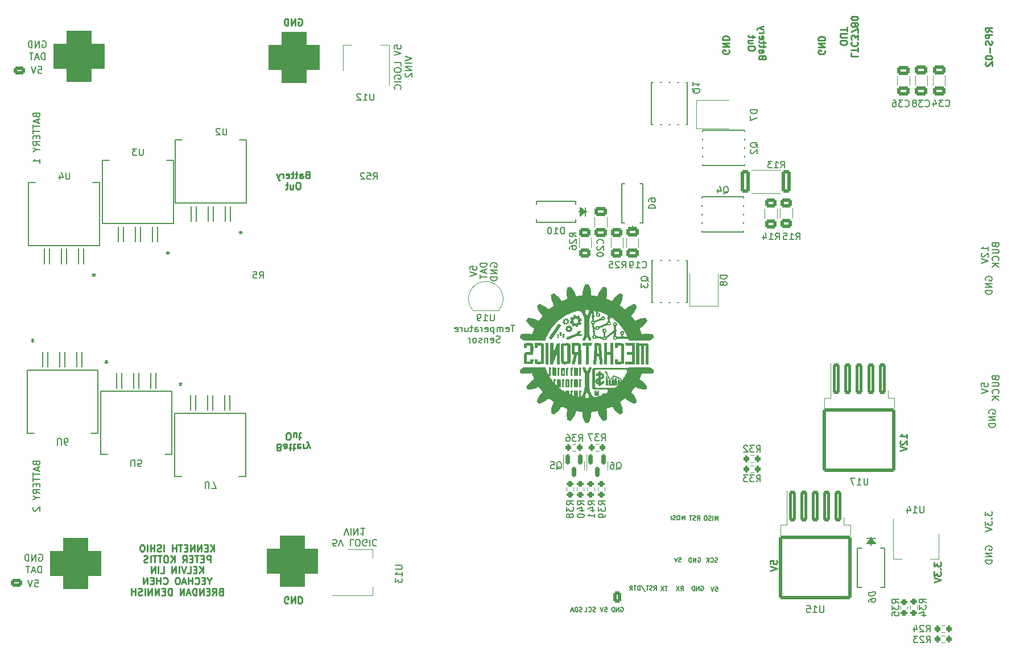
<source format=gbo>
G04 #@! TF.GenerationSoftware,KiCad,Pcbnew,7.0.1*
G04 #@! TF.CreationDate,2023-11-20T20:44:29-08:00*
G04 #@! TF.ProjectId,rps01,72707330-312e-46b6-9963-61645f706362,2*
G04 #@! TF.SameCoordinates,Original*
G04 #@! TF.FileFunction,Legend,Bot*
G04 #@! TF.FilePolarity,Positive*
%FSLAX46Y46*%
G04 Gerber Fmt 4.6, Leading zero omitted, Abs format (unit mm)*
G04 Created by KiCad (PCBNEW 7.0.1) date 2023-11-20 20:44:29*
%MOMM*%
%LPD*%
G01*
G04 APERTURE LIST*
G04 Aperture macros list*
%AMRoundRect*
0 Rectangle with rounded corners*
0 $1 Rounding radius*
0 $2 $3 $4 $5 $6 $7 $8 $9 X,Y pos of 4 corners*
0 Add a 4 corners polygon primitive as box body*
4,1,4,$2,$3,$4,$5,$6,$7,$8,$9,$2,$3,0*
0 Add four circle primitives for the rounded corners*
1,1,$1+$1,$2,$3*
1,1,$1+$1,$4,$5*
1,1,$1+$1,$6,$7*
1,1,$1+$1,$8,$9*
0 Add four rect primitives between the rounded corners*
20,1,$1+$1,$2,$3,$4,$5,0*
20,1,$1+$1,$4,$5,$6,$7,0*
20,1,$1+$1,$6,$7,$8,$9,0*
20,1,$1+$1,$8,$9,$2,$3,0*%
G04 Aperture macros list end*
%ADD10C,0.250000*%
%ADD11C,0.150000*%
%ADD12C,0.200000*%
%ADD13C,0.508000*%
%ADD14C,0.152400*%
%ADD15C,0.120000*%
%ADD16R,3.800000X3.800000*%
%ADD17C,4.000000*%
%ADD18RoundRect,1.900000X-1.900000X1.900000X-1.900000X-1.900000X1.900000X-1.900000X1.900000X1.900000X0*%
%ADD19C,7.600000*%
%ADD20R,1.700000X1.700000*%
%ADD21O,1.700000X1.700000*%
%ADD22RoundRect,0.250000X0.625000X-0.350000X0.625000X0.350000X-0.625000X0.350000X-0.625000X-0.350000X0*%
%ADD23O,1.750000X1.200000*%
%ADD24R,1.050000X1.500000*%
%ADD25O,1.050000X1.500000*%
%ADD26C,1.400000*%
%ADD27R,3.500000X3.500000*%
%ADD28C,3.500000*%
%ADD29C,0.800000*%
%ADD30C,6.400000*%
%ADD31RoundRect,1.900000X1.900000X-1.900000X1.900000X1.900000X-1.900000X1.900000X-1.900000X-1.900000X0*%
%ADD32RoundRect,0.250000X0.350000X0.625000X-0.350000X0.625000X-0.350000X-0.625000X0.350000X-0.625000X0*%
%ADD33O,1.200000X1.750000*%
%ADD34R,2.159000X1.955800*%
%ADD35R,2.184400X1.625600*%
%ADD36RoundRect,0.250000X0.650000X-0.412500X0.650000X0.412500X-0.650000X0.412500X-0.650000X-0.412500X0*%
%ADD37R,0.812800X3.251200*%
%ADD38R,7.874000X8.305800*%
%ADD39RoundRect,0.250000X-0.650000X0.412500X-0.650000X-0.412500X0.650000X-0.412500X0.650000X0.412500X0*%
%ADD40R,0.431800X1.143000*%
%ADD41R,0.431800X0.965200*%
%ADD42RoundRect,0.150000X-0.150000X0.587500X-0.150000X-0.587500X0.150000X-0.587500X0.150000X0.587500X0*%
%ADD43RoundRect,0.250000X0.625000X-0.400000X0.625000X0.400000X-0.625000X0.400000X-0.625000X-0.400000X0*%
%ADD44RoundRect,0.200000X0.200000X0.275000X-0.200000X0.275000X-0.200000X-0.275000X0.200000X-0.275000X0*%
%ADD45RoundRect,0.200000X-0.200000X-0.275000X0.200000X-0.275000X0.200000X0.275000X-0.200000X0.275000X0*%
%ADD46R,1.500000X2.000000*%
%ADD47R,3.800000X2.000000*%
%ADD48R,3.360000X4.860000*%
%ADD49R,1.390000X1.400000*%
%ADD50RoundRect,0.200000X0.275000X-0.200000X0.275000X0.200000X-0.275000X0.200000X-0.275000X-0.200000X0*%
%ADD51R,1.625600X2.184400*%
%ADD52R,4.000000X7.800000*%
%ADD53RoundRect,0.249999X-0.450001X-1.425001X0.450001X-1.425001X0.450001X1.425001X-0.450001X1.425001X0*%
%ADD54R,4.860000X3.360000*%
%ADD55R,1.400000X1.390000*%
%ADD56R,1.143000X0.431800*%
%ADD57R,0.965200X0.431800*%
%ADD58RoundRect,0.250000X-0.300000X2.050000X-0.300000X-2.050000X0.300000X-2.050000X0.300000X2.050000X0*%
%ADD59RoundRect,0.250002X-5.149998X4.449998X-5.149998X-4.449998X5.149998X-4.449998X5.149998X4.449998X0*%
%ADD60RoundRect,0.200000X-0.275000X0.200000X-0.275000X-0.200000X0.275000X-0.200000X0.275000X0.200000X0*%
%ADD61R,2.000000X1.500000*%
%ADD62R,2.000000X3.800000*%
G04 APERTURE END LIST*
D10*
X148062190Y-46267429D02*
X148014571Y-46124572D01*
X148014571Y-46124572D02*
X147966952Y-46076953D01*
X147966952Y-46076953D02*
X147871714Y-46029334D01*
X147871714Y-46029334D02*
X147728857Y-46029334D01*
X147728857Y-46029334D02*
X147633619Y-46076953D01*
X147633619Y-46076953D02*
X147586000Y-46124572D01*
X147586000Y-46124572D02*
X147538380Y-46219810D01*
X147538380Y-46219810D02*
X147538380Y-46600762D01*
X147538380Y-46600762D02*
X148538380Y-46600762D01*
X148538380Y-46600762D02*
X148538380Y-46267429D01*
X148538380Y-46267429D02*
X148490761Y-46172191D01*
X148490761Y-46172191D02*
X148443142Y-46124572D01*
X148443142Y-46124572D02*
X148347904Y-46076953D01*
X148347904Y-46076953D02*
X148252666Y-46076953D01*
X148252666Y-46076953D02*
X148157428Y-46124572D01*
X148157428Y-46124572D02*
X148109809Y-46172191D01*
X148109809Y-46172191D02*
X148062190Y-46267429D01*
X148062190Y-46267429D02*
X148062190Y-46600762D01*
X147538380Y-45172191D02*
X148062190Y-45172191D01*
X148062190Y-45172191D02*
X148157428Y-45219810D01*
X148157428Y-45219810D02*
X148205047Y-45315048D01*
X148205047Y-45315048D02*
X148205047Y-45505524D01*
X148205047Y-45505524D02*
X148157428Y-45600762D01*
X147586000Y-45172191D02*
X147538380Y-45267429D01*
X147538380Y-45267429D02*
X147538380Y-45505524D01*
X147538380Y-45505524D02*
X147586000Y-45600762D01*
X147586000Y-45600762D02*
X147681238Y-45648381D01*
X147681238Y-45648381D02*
X147776476Y-45648381D01*
X147776476Y-45648381D02*
X147871714Y-45600762D01*
X147871714Y-45600762D02*
X147919333Y-45505524D01*
X147919333Y-45505524D02*
X147919333Y-45267429D01*
X147919333Y-45267429D02*
X147966952Y-45172191D01*
X148205047Y-44838857D02*
X148205047Y-44457905D01*
X148538380Y-44696000D02*
X147681238Y-44696000D01*
X147681238Y-44696000D02*
X147586000Y-44648381D01*
X147586000Y-44648381D02*
X147538380Y-44553143D01*
X147538380Y-44553143D02*
X147538380Y-44457905D01*
X148205047Y-44267428D02*
X148205047Y-43886476D01*
X148538380Y-44124571D02*
X147681238Y-44124571D01*
X147681238Y-44124571D02*
X147586000Y-44076952D01*
X147586000Y-44076952D02*
X147538380Y-43981714D01*
X147538380Y-43981714D02*
X147538380Y-43886476D01*
X147586000Y-43172190D02*
X147538380Y-43267428D01*
X147538380Y-43267428D02*
X147538380Y-43457904D01*
X147538380Y-43457904D02*
X147586000Y-43553142D01*
X147586000Y-43553142D02*
X147681238Y-43600761D01*
X147681238Y-43600761D02*
X148062190Y-43600761D01*
X148062190Y-43600761D02*
X148157428Y-43553142D01*
X148157428Y-43553142D02*
X148205047Y-43457904D01*
X148205047Y-43457904D02*
X148205047Y-43267428D01*
X148205047Y-43267428D02*
X148157428Y-43172190D01*
X148157428Y-43172190D02*
X148062190Y-43124571D01*
X148062190Y-43124571D02*
X147966952Y-43124571D01*
X147966952Y-43124571D02*
X147871714Y-43600761D01*
X147538380Y-42695999D02*
X148205047Y-42695999D01*
X148014571Y-42695999D02*
X148109809Y-42648380D01*
X148109809Y-42648380D02*
X148157428Y-42600761D01*
X148157428Y-42600761D02*
X148205047Y-42505523D01*
X148205047Y-42505523D02*
X148205047Y-42410285D01*
X148205047Y-42172189D02*
X147538380Y-41934094D01*
X148205047Y-41695999D02*
X147538380Y-41934094D01*
X147538380Y-41934094D02*
X147300285Y-42029332D01*
X147300285Y-42029332D02*
X147252666Y-42076951D01*
X147252666Y-42076951D02*
X147205047Y-42172189D01*
X146918380Y-45029333D02*
X146918380Y-44838857D01*
X146918380Y-44838857D02*
X146870761Y-44743619D01*
X146870761Y-44743619D02*
X146775523Y-44648381D01*
X146775523Y-44648381D02*
X146585047Y-44600762D01*
X146585047Y-44600762D02*
X146251714Y-44600762D01*
X146251714Y-44600762D02*
X146061238Y-44648381D01*
X146061238Y-44648381D02*
X145966000Y-44743619D01*
X145966000Y-44743619D02*
X145918380Y-44838857D01*
X145918380Y-44838857D02*
X145918380Y-45029333D01*
X145918380Y-45029333D02*
X145966000Y-45124571D01*
X145966000Y-45124571D02*
X146061238Y-45219809D01*
X146061238Y-45219809D02*
X146251714Y-45267428D01*
X146251714Y-45267428D02*
X146585047Y-45267428D01*
X146585047Y-45267428D02*
X146775523Y-45219809D01*
X146775523Y-45219809D02*
X146870761Y-45124571D01*
X146870761Y-45124571D02*
X146918380Y-45029333D01*
X146585047Y-43743619D02*
X145918380Y-43743619D01*
X146585047Y-44172190D02*
X146061238Y-44172190D01*
X146061238Y-44172190D02*
X145966000Y-44124571D01*
X145966000Y-44124571D02*
X145918380Y-44029333D01*
X145918380Y-44029333D02*
X145918380Y-43886476D01*
X145918380Y-43886476D02*
X145966000Y-43791238D01*
X145966000Y-43791238D02*
X146013619Y-43743619D01*
X146585047Y-43410285D02*
X146585047Y-43029333D01*
X146918380Y-43267428D02*
X146061238Y-43267428D01*
X146061238Y-43267428D02*
X145966000Y-43219809D01*
X145966000Y-43219809D02*
X145918380Y-43124571D01*
X145918380Y-43124571D02*
X145918380Y-43029333D01*
X76160570Y-104374190D02*
X76303427Y-104326571D01*
X76303427Y-104326571D02*
X76351046Y-104278952D01*
X76351046Y-104278952D02*
X76398665Y-104183714D01*
X76398665Y-104183714D02*
X76398665Y-104040857D01*
X76398665Y-104040857D02*
X76351046Y-103945619D01*
X76351046Y-103945619D02*
X76303427Y-103898000D01*
X76303427Y-103898000D02*
X76208189Y-103850380D01*
X76208189Y-103850380D02*
X75827237Y-103850380D01*
X75827237Y-103850380D02*
X75827237Y-104850380D01*
X75827237Y-104850380D02*
X76160570Y-104850380D01*
X76160570Y-104850380D02*
X76255808Y-104802761D01*
X76255808Y-104802761D02*
X76303427Y-104755142D01*
X76303427Y-104755142D02*
X76351046Y-104659904D01*
X76351046Y-104659904D02*
X76351046Y-104564666D01*
X76351046Y-104564666D02*
X76303427Y-104469428D01*
X76303427Y-104469428D02*
X76255808Y-104421809D01*
X76255808Y-104421809D02*
X76160570Y-104374190D01*
X76160570Y-104374190D02*
X75827237Y-104374190D01*
X77255808Y-103850380D02*
X77255808Y-104374190D01*
X77255808Y-104374190D02*
X77208189Y-104469428D01*
X77208189Y-104469428D02*
X77112951Y-104517047D01*
X77112951Y-104517047D02*
X76922475Y-104517047D01*
X76922475Y-104517047D02*
X76827237Y-104469428D01*
X77255808Y-103898000D02*
X77160570Y-103850380D01*
X77160570Y-103850380D02*
X76922475Y-103850380D01*
X76922475Y-103850380D02*
X76827237Y-103898000D01*
X76827237Y-103898000D02*
X76779618Y-103993238D01*
X76779618Y-103993238D02*
X76779618Y-104088476D01*
X76779618Y-104088476D02*
X76827237Y-104183714D01*
X76827237Y-104183714D02*
X76922475Y-104231333D01*
X76922475Y-104231333D02*
X77160570Y-104231333D01*
X77160570Y-104231333D02*
X77255808Y-104278952D01*
X77589142Y-104517047D02*
X77970094Y-104517047D01*
X77731999Y-104850380D02*
X77731999Y-103993238D01*
X77731999Y-103993238D02*
X77779618Y-103898000D01*
X77779618Y-103898000D02*
X77874856Y-103850380D01*
X77874856Y-103850380D02*
X77970094Y-103850380D01*
X78160571Y-104517047D02*
X78541523Y-104517047D01*
X78303428Y-104850380D02*
X78303428Y-103993238D01*
X78303428Y-103993238D02*
X78351047Y-103898000D01*
X78351047Y-103898000D02*
X78446285Y-103850380D01*
X78446285Y-103850380D02*
X78541523Y-103850380D01*
X79255809Y-103898000D02*
X79160571Y-103850380D01*
X79160571Y-103850380D02*
X78970095Y-103850380D01*
X78970095Y-103850380D02*
X78874857Y-103898000D01*
X78874857Y-103898000D02*
X78827238Y-103993238D01*
X78827238Y-103993238D02*
X78827238Y-104374190D01*
X78827238Y-104374190D02*
X78874857Y-104469428D01*
X78874857Y-104469428D02*
X78970095Y-104517047D01*
X78970095Y-104517047D02*
X79160571Y-104517047D01*
X79160571Y-104517047D02*
X79255809Y-104469428D01*
X79255809Y-104469428D02*
X79303428Y-104374190D01*
X79303428Y-104374190D02*
X79303428Y-104278952D01*
X79303428Y-104278952D02*
X78827238Y-104183714D01*
X79732000Y-103850380D02*
X79732000Y-104517047D01*
X79732000Y-104326571D02*
X79779619Y-104421809D01*
X79779619Y-104421809D02*
X79827238Y-104469428D01*
X79827238Y-104469428D02*
X79922476Y-104517047D01*
X79922476Y-104517047D02*
X80017714Y-104517047D01*
X80255810Y-104517047D02*
X80493905Y-103850380D01*
X80732000Y-104517047D02*
X80493905Y-103850380D01*
X80493905Y-103850380D02*
X80398667Y-103612285D01*
X80398667Y-103612285D02*
X80351048Y-103564666D01*
X80351048Y-103564666D02*
X80255810Y-103517047D01*
X77398666Y-103230380D02*
X77589142Y-103230380D01*
X77589142Y-103230380D02*
X77684380Y-103182761D01*
X77684380Y-103182761D02*
X77779618Y-103087523D01*
X77779618Y-103087523D02*
X77827237Y-102897047D01*
X77827237Y-102897047D02*
X77827237Y-102563714D01*
X77827237Y-102563714D02*
X77779618Y-102373238D01*
X77779618Y-102373238D02*
X77684380Y-102278000D01*
X77684380Y-102278000D02*
X77589142Y-102230380D01*
X77589142Y-102230380D02*
X77398666Y-102230380D01*
X77398666Y-102230380D02*
X77303428Y-102278000D01*
X77303428Y-102278000D02*
X77208190Y-102373238D01*
X77208190Y-102373238D02*
X77160571Y-102563714D01*
X77160571Y-102563714D02*
X77160571Y-102897047D01*
X77160571Y-102897047D02*
X77208190Y-103087523D01*
X77208190Y-103087523D02*
X77303428Y-103182761D01*
X77303428Y-103182761D02*
X77398666Y-103230380D01*
X78684380Y-102897047D02*
X78684380Y-102230380D01*
X78255809Y-102897047D02*
X78255809Y-102373238D01*
X78255809Y-102373238D02*
X78303428Y-102278000D01*
X78303428Y-102278000D02*
X78398666Y-102230380D01*
X78398666Y-102230380D02*
X78541523Y-102230380D01*
X78541523Y-102230380D02*
X78636761Y-102278000D01*
X78636761Y-102278000D02*
X78684380Y-102325619D01*
X79017714Y-102897047D02*
X79398666Y-102897047D01*
X79160571Y-103230380D02*
X79160571Y-102373238D01*
X79160571Y-102373238D02*
X79208190Y-102278000D01*
X79208190Y-102278000D02*
X79303428Y-102230380D01*
X79303428Y-102230380D02*
X79398666Y-102230380D01*
D11*
X138367564Y-115202631D02*
X138584231Y-114893107D01*
X138738993Y-115202631D02*
X138738993Y-114552631D01*
X138738993Y-114552631D02*
X138491374Y-114552631D01*
X138491374Y-114552631D02*
X138429469Y-114583583D01*
X138429469Y-114583583D02*
X138398516Y-114614536D01*
X138398516Y-114614536D02*
X138367564Y-114676440D01*
X138367564Y-114676440D02*
X138367564Y-114769298D01*
X138367564Y-114769298D02*
X138398516Y-114831202D01*
X138398516Y-114831202D02*
X138429469Y-114862155D01*
X138429469Y-114862155D02*
X138491374Y-114893107D01*
X138491374Y-114893107D02*
X138738993Y-114893107D01*
X138119945Y-115171679D02*
X138027088Y-115202631D01*
X138027088Y-115202631D02*
X137872326Y-115202631D01*
X137872326Y-115202631D02*
X137810421Y-115171679D01*
X137810421Y-115171679D02*
X137779469Y-115140726D01*
X137779469Y-115140726D02*
X137748516Y-115078821D01*
X137748516Y-115078821D02*
X137748516Y-115016917D01*
X137748516Y-115016917D02*
X137779469Y-114955012D01*
X137779469Y-114955012D02*
X137810421Y-114924059D01*
X137810421Y-114924059D02*
X137872326Y-114893107D01*
X137872326Y-114893107D02*
X137996135Y-114862155D01*
X137996135Y-114862155D02*
X138058040Y-114831202D01*
X138058040Y-114831202D02*
X138088993Y-114800250D01*
X138088993Y-114800250D02*
X138119945Y-114738345D01*
X138119945Y-114738345D02*
X138119945Y-114676440D01*
X138119945Y-114676440D02*
X138088993Y-114614536D01*
X138088993Y-114614536D02*
X138058040Y-114583583D01*
X138058040Y-114583583D02*
X137996135Y-114552631D01*
X137996135Y-114552631D02*
X137841374Y-114552631D01*
X137841374Y-114552631D02*
X137748516Y-114583583D01*
X137562802Y-114552631D02*
X137191373Y-114552631D01*
X137377087Y-115202631D02*
X137377087Y-114552631D01*
X181645619Y-75072952D02*
X181645619Y-74501524D01*
X181645619Y-74787238D02*
X180645619Y-74787238D01*
X180645619Y-74787238D02*
X180788476Y-74692000D01*
X180788476Y-74692000D02*
X180883714Y-74596762D01*
X180883714Y-74596762D02*
X180931333Y-74501524D01*
X180740857Y-75453905D02*
X180693238Y-75501524D01*
X180693238Y-75501524D02*
X180645619Y-75596762D01*
X180645619Y-75596762D02*
X180645619Y-75834857D01*
X180645619Y-75834857D02*
X180693238Y-75930095D01*
X180693238Y-75930095D02*
X180740857Y-75977714D01*
X180740857Y-75977714D02*
X180836095Y-76025333D01*
X180836095Y-76025333D02*
X180931333Y-76025333D01*
X180931333Y-76025333D02*
X181074190Y-75977714D01*
X181074190Y-75977714D02*
X181645619Y-75406286D01*
X181645619Y-75406286D02*
X181645619Y-76025333D01*
X180645619Y-76311048D02*
X181645619Y-76644381D01*
X181645619Y-76644381D02*
X180645619Y-76977714D01*
X182741809Y-74239619D02*
X182789428Y-74382476D01*
X182789428Y-74382476D02*
X182837047Y-74430095D01*
X182837047Y-74430095D02*
X182932285Y-74477714D01*
X182932285Y-74477714D02*
X183075142Y-74477714D01*
X183075142Y-74477714D02*
X183170380Y-74430095D01*
X183170380Y-74430095D02*
X183218000Y-74382476D01*
X183218000Y-74382476D02*
X183265619Y-74287238D01*
X183265619Y-74287238D02*
X183265619Y-73906286D01*
X183265619Y-73906286D02*
X182265619Y-73906286D01*
X182265619Y-73906286D02*
X182265619Y-74239619D01*
X182265619Y-74239619D02*
X182313238Y-74334857D01*
X182313238Y-74334857D02*
X182360857Y-74382476D01*
X182360857Y-74382476D02*
X182456095Y-74430095D01*
X182456095Y-74430095D02*
X182551333Y-74430095D01*
X182551333Y-74430095D02*
X182646571Y-74382476D01*
X182646571Y-74382476D02*
X182694190Y-74334857D01*
X182694190Y-74334857D02*
X182741809Y-74239619D01*
X182741809Y-74239619D02*
X182741809Y-73906286D01*
X182265619Y-74906286D02*
X183075142Y-74906286D01*
X183075142Y-74906286D02*
X183170380Y-74953905D01*
X183170380Y-74953905D02*
X183218000Y-75001524D01*
X183218000Y-75001524D02*
X183265619Y-75096762D01*
X183265619Y-75096762D02*
X183265619Y-75287238D01*
X183265619Y-75287238D02*
X183218000Y-75382476D01*
X183218000Y-75382476D02*
X183170380Y-75430095D01*
X183170380Y-75430095D02*
X183075142Y-75477714D01*
X183075142Y-75477714D02*
X182265619Y-75477714D01*
X183170380Y-76525333D02*
X183218000Y-76477714D01*
X183218000Y-76477714D02*
X183265619Y-76334857D01*
X183265619Y-76334857D02*
X183265619Y-76239619D01*
X183265619Y-76239619D02*
X183218000Y-76096762D01*
X183218000Y-76096762D02*
X183122761Y-76001524D01*
X183122761Y-76001524D02*
X183027523Y-75953905D01*
X183027523Y-75953905D02*
X182837047Y-75906286D01*
X182837047Y-75906286D02*
X182694190Y-75906286D01*
X182694190Y-75906286D02*
X182503714Y-75953905D01*
X182503714Y-75953905D02*
X182408476Y-76001524D01*
X182408476Y-76001524D02*
X182313238Y-76096762D01*
X182313238Y-76096762D02*
X182265619Y-76239619D01*
X182265619Y-76239619D02*
X182265619Y-76334857D01*
X182265619Y-76334857D02*
X182313238Y-76477714D01*
X182313238Y-76477714D02*
X182360857Y-76525333D01*
X183265619Y-76953905D02*
X182265619Y-76953905D01*
X183265619Y-77525333D02*
X182694190Y-77096762D01*
X182265619Y-77525333D02*
X182837047Y-76953905D01*
X107022828Y-76956910D02*
X106022828Y-76956910D01*
X106022828Y-76956910D02*
X106022828Y-77195005D01*
X106022828Y-77195005D02*
X106070447Y-77337862D01*
X106070447Y-77337862D02*
X106165685Y-77433100D01*
X106165685Y-77433100D02*
X106260923Y-77480719D01*
X106260923Y-77480719D02*
X106451399Y-77528338D01*
X106451399Y-77528338D02*
X106594256Y-77528338D01*
X106594256Y-77528338D02*
X106784732Y-77480719D01*
X106784732Y-77480719D02*
X106879970Y-77433100D01*
X106879970Y-77433100D02*
X106975209Y-77337862D01*
X106975209Y-77337862D02*
X107022828Y-77195005D01*
X107022828Y-77195005D02*
X107022828Y-76956910D01*
X106737113Y-77909291D02*
X106737113Y-78385481D01*
X107022828Y-77814053D02*
X106022828Y-78147386D01*
X106022828Y-78147386D02*
X107022828Y-78480719D01*
X106022828Y-78671196D02*
X106022828Y-79242624D01*
X107022828Y-78956910D02*
X106022828Y-78956910D01*
X41252855Y-46613619D02*
X41252855Y-45613619D01*
X41252855Y-45613619D02*
X41014760Y-45613619D01*
X41014760Y-45613619D02*
X40871903Y-45661238D01*
X40871903Y-45661238D02*
X40776665Y-45756476D01*
X40776665Y-45756476D02*
X40729046Y-45851714D01*
X40729046Y-45851714D02*
X40681427Y-46042190D01*
X40681427Y-46042190D02*
X40681427Y-46185047D01*
X40681427Y-46185047D02*
X40729046Y-46375523D01*
X40729046Y-46375523D02*
X40776665Y-46470761D01*
X40776665Y-46470761D02*
X40871903Y-46566000D01*
X40871903Y-46566000D02*
X41014760Y-46613619D01*
X41014760Y-46613619D02*
X41252855Y-46613619D01*
X40300474Y-46327904D02*
X39824284Y-46327904D01*
X40395712Y-46613619D02*
X40062379Y-45613619D01*
X40062379Y-45613619D02*
X39729046Y-46613619D01*
X39538569Y-45613619D02*
X38967141Y-45613619D01*
X39252855Y-46613619D02*
X39252855Y-45613619D01*
D10*
X173629619Y-121459810D02*
X173629619Y-122078857D01*
X173629619Y-122078857D02*
X174010571Y-121745524D01*
X174010571Y-121745524D02*
X174010571Y-121888381D01*
X174010571Y-121888381D02*
X174058190Y-121983619D01*
X174058190Y-121983619D02*
X174105809Y-122031238D01*
X174105809Y-122031238D02*
X174201047Y-122078857D01*
X174201047Y-122078857D02*
X174439142Y-122078857D01*
X174439142Y-122078857D02*
X174534380Y-122031238D01*
X174534380Y-122031238D02*
X174582000Y-121983619D01*
X174582000Y-121983619D02*
X174629619Y-121888381D01*
X174629619Y-121888381D02*
X174629619Y-121602667D01*
X174629619Y-121602667D02*
X174582000Y-121507429D01*
X174582000Y-121507429D02*
X174534380Y-121459810D01*
X174534380Y-122507429D02*
X174582000Y-122555048D01*
X174582000Y-122555048D02*
X174629619Y-122507429D01*
X174629619Y-122507429D02*
X174582000Y-122459810D01*
X174582000Y-122459810D02*
X174534380Y-122507429D01*
X174534380Y-122507429D02*
X174629619Y-122507429D01*
X173629619Y-122888381D02*
X173629619Y-123507428D01*
X173629619Y-123507428D02*
X174010571Y-123174095D01*
X174010571Y-123174095D02*
X174010571Y-123316952D01*
X174010571Y-123316952D02*
X174058190Y-123412190D01*
X174058190Y-123412190D02*
X174105809Y-123459809D01*
X174105809Y-123459809D02*
X174201047Y-123507428D01*
X174201047Y-123507428D02*
X174439142Y-123507428D01*
X174439142Y-123507428D02*
X174534380Y-123459809D01*
X174534380Y-123459809D02*
X174582000Y-123412190D01*
X174582000Y-123412190D02*
X174629619Y-123316952D01*
X174629619Y-123316952D02*
X174629619Y-123031238D01*
X174629619Y-123031238D02*
X174582000Y-122936000D01*
X174582000Y-122936000D02*
X174534380Y-122888381D01*
X173629619Y-123793143D02*
X174629619Y-124126476D01*
X174629619Y-124126476D02*
X173629619Y-124459809D01*
D11*
X138920942Y-125071555D02*
X138982847Y-125040603D01*
X138982847Y-125040603D02*
X139075704Y-125040603D01*
X139075704Y-125040603D02*
X139168561Y-125071555D01*
X139168561Y-125071555D02*
X139230466Y-125133460D01*
X139230466Y-125133460D02*
X139261419Y-125195365D01*
X139261419Y-125195365D02*
X139292371Y-125319174D01*
X139292371Y-125319174D02*
X139292371Y-125412031D01*
X139292371Y-125412031D02*
X139261419Y-125535841D01*
X139261419Y-125535841D02*
X139230466Y-125597746D01*
X139230466Y-125597746D02*
X139168561Y-125659651D01*
X139168561Y-125659651D02*
X139075704Y-125690603D01*
X139075704Y-125690603D02*
X139013800Y-125690603D01*
X139013800Y-125690603D02*
X138920942Y-125659651D01*
X138920942Y-125659651D02*
X138889990Y-125628698D01*
X138889990Y-125628698D02*
X138889990Y-125412031D01*
X138889990Y-125412031D02*
X139013800Y-125412031D01*
X138611419Y-125690603D02*
X138611419Y-125040603D01*
X138611419Y-125040603D02*
X138239990Y-125690603D01*
X138239990Y-125690603D02*
X138239990Y-125040603D01*
X137930467Y-125690603D02*
X137930467Y-125040603D01*
X137930467Y-125040603D02*
X137775705Y-125040603D01*
X137775705Y-125040603D02*
X137682848Y-125071555D01*
X137682848Y-125071555D02*
X137620943Y-125133460D01*
X137620943Y-125133460D02*
X137589990Y-125195365D01*
X137589990Y-125195365D02*
X137559038Y-125319174D01*
X137559038Y-125319174D02*
X137559038Y-125412031D01*
X137559038Y-125412031D02*
X137589990Y-125535841D01*
X137589990Y-125535841D02*
X137620943Y-125597746D01*
X137620943Y-125597746D02*
X137682848Y-125659651D01*
X137682848Y-125659651D02*
X137775705Y-125690603D01*
X137775705Y-125690603D02*
X137930467Y-125690603D01*
D10*
X169549619Y-103012952D02*
X169549619Y-102441524D01*
X169549619Y-102727238D02*
X168549619Y-102727238D01*
X168549619Y-102727238D02*
X168692476Y-102632000D01*
X168692476Y-102632000D02*
X168787714Y-102536762D01*
X168787714Y-102536762D02*
X168835333Y-102441524D01*
X168644857Y-103393905D02*
X168597238Y-103441524D01*
X168597238Y-103441524D02*
X168549619Y-103536762D01*
X168549619Y-103536762D02*
X168549619Y-103774857D01*
X168549619Y-103774857D02*
X168597238Y-103870095D01*
X168597238Y-103870095D02*
X168644857Y-103917714D01*
X168644857Y-103917714D02*
X168740095Y-103965333D01*
X168740095Y-103965333D02*
X168835333Y-103965333D01*
X168835333Y-103965333D02*
X168978190Y-103917714D01*
X168978190Y-103917714D02*
X169549619Y-103346286D01*
X169549619Y-103346286D02*
X169549619Y-103965333D01*
X168549619Y-104251048D02*
X169549619Y-104584381D01*
X169549619Y-104584381D02*
X168549619Y-104917714D01*
D11*
X135913406Y-125718782D02*
X136130073Y-125409258D01*
X136284835Y-125718782D02*
X136284835Y-125068782D01*
X136284835Y-125068782D02*
X136037216Y-125068782D01*
X136037216Y-125068782D02*
X135975311Y-125099734D01*
X135975311Y-125099734D02*
X135944358Y-125130687D01*
X135944358Y-125130687D02*
X135913406Y-125192591D01*
X135913406Y-125192591D02*
X135913406Y-125285449D01*
X135913406Y-125285449D02*
X135944358Y-125347353D01*
X135944358Y-125347353D02*
X135975311Y-125378306D01*
X135975311Y-125378306D02*
X136037216Y-125409258D01*
X136037216Y-125409258D02*
X136284835Y-125409258D01*
X135696739Y-125068782D02*
X135263406Y-125718782D01*
X135263406Y-125068782D02*
X135696739Y-125718782D01*
X40386095Y-120337238D02*
X40481333Y-120289619D01*
X40481333Y-120289619D02*
X40624190Y-120289619D01*
X40624190Y-120289619D02*
X40767047Y-120337238D01*
X40767047Y-120337238D02*
X40862285Y-120432476D01*
X40862285Y-120432476D02*
X40909904Y-120527714D01*
X40909904Y-120527714D02*
X40957523Y-120718190D01*
X40957523Y-120718190D02*
X40957523Y-120861047D01*
X40957523Y-120861047D02*
X40909904Y-121051523D01*
X40909904Y-121051523D02*
X40862285Y-121146761D01*
X40862285Y-121146761D02*
X40767047Y-121242000D01*
X40767047Y-121242000D02*
X40624190Y-121289619D01*
X40624190Y-121289619D02*
X40528952Y-121289619D01*
X40528952Y-121289619D02*
X40386095Y-121242000D01*
X40386095Y-121242000D02*
X40338476Y-121194380D01*
X40338476Y-121194380D02*
X40338476Y-120861047D01*
X40338476Y-120861047D02*
X40528952Y-120861047D01*
X39909904Y-121289619D02*
X39909904Y-120289619D01*
X39909904Y-120289619D02*
X39338476Y-121289619D01*
X39338476Y-121289619D02*
X39338476Y-120289619D01*
X38862285Y-121289619D02*
X38862285Y-120289619D01*
X38862285Y-120289619D02*
X38624190Y-120289619D01*
X38624190Y-120289619D02*
X38481333Y-120337238D01*
X38481333Y-120337238D02*
X38386095Y-120432476D01*
X38386095Y-120432476D02*
X38338476Y-120527714D01*
X38338476Y-120527714D02*
X38290857Y-120718190D01*
X38290857Y-120718190D02*
X38290857Y-120861047D01*
X38290857Y-120861047D02*
X38338476Y-121051523D01*
X38338476Y-121051523D02*
X38386095Y-121146761D01*
X38386095Y-121146761D02*
X38481333Y-121242000D01*
X38481333Y-121242000D02*
X38624190Y-121289619D01*
X38624190Y-121289619D02*
X38862285Y-121289619D01*
X123201809Y-128793750D02*
X123108952Y-128824702D01*
X123108952Y-128824702D02*
X122954190Y-128824702D01*
X122954190Y-128824702D02*
X122892285Y-128793750D01*
X122892285Y-128793750D02*
X122861333Y-128762797D01*
X122861333Y-128762797D02*
X122830380Y-128700892D01*
X122830380Y-128700892D02*
X122830380Y-128638988D01*
X122830380Y-128638988D02*
X122861333Y-128577083D01*
X122861333Y-128577083D02*
X122892285Y-128546130D01*
X122892285Y-128546130D02*
X122954190Y-128515178D01*
X122954190Y-128515178D02*
X123077999Y-128484226D01*
X123077999Y-128484226D02*
X123139904Y-128453273D01*
X123139904Y-128453273D02*
X123170857Y-128422321D01*
X123170857Y-128422321D02*
X123201809Y-128360416D01*
X123201809Y-128360416D02*
X123201809Y-128298511D01*
X123201809Y-128298511D02*
X123170857Y-128236607D01*
X123170857Y-128236607D02*
X123139904Y-128205654D01*
X123139904Y-128205654D02*
X123077999Y-128174702D01*
X123077999Y-128174702D02*
X122923238Y-128174702D01*
X122923238Y-128174702D02*
X122830380Y-128205654D01*
X122180380Y-128762797D02*
X122211332Y-128793750D01*
X122211332Y-128793750D02*
X122304190Y-128824702D01*
X122304190Y-128824702D02*
X122366094Y-128824702D01*
X122366094Y-128824702D02*
X122458951Y-128793750D01*
X122458951Y-128793750D02*
X122520856Y-128731845D01*
X122520856Y-128731845D02*
X122551809Y-128669940D01*
X122551809Y-128669940D02*
X122582761Y-128546130D01*
X122582761Y-128546130D02*
X122582761Y-128453273D01*
X122582761Y-128453273D02*
X122551809Y-128329464D01*
X122551809Y-128329464D02*
X122520856Y-128267559D01*
X122520856Y-128267559D02*
X122458951Y-128205654D01*
X122458951Y-128205654D02*
X122366094Y-128174702D01*
X122366094Y-128174702D02*
X122304190Y-128174702D01*
X122304190Y-128174702D02*
X122211332Y-128205654D01*
X122211332Y-128205654D02*
X122180380Y-128236607D01*
X121592285Y-128824702D02*
X121901809Y-128824702D01*
X121901809Y-128824702D02*
X121901809Y-128174702D01*
D10*
X157317981Y-45275262D02*
X157365600Y-45370500D01*
X157365600Y-45370500D02*
X157365600Y-45513357D01*
X157365600Y-45513357D02*
X157317981Y-45656214D01*
X157317981Y-45656214D02*
X157222743Y-45751452D01*
X157222743Y-45751452D02*
X157127505Y-45799071D01*
X157127505Y-45799071D02*
X156937029Y-45846690D01*
X156937029Y-45846690D02*
X156794172Y-45846690D01*
X156794172Y-45846690D02*
X156603696Y-45799071D01*
X156603696Y-45799071D02*
X156508458Y-45751452D01*
X156508458Y-45751452D02*
X156413220Y-45656214D01*
X156413220Y-45656214D02*
X156365600Y-45513357D01*
X156365600Y-45513357D02*
X156365600Y-45418119D01*
X156365600Y-45418119D02*
X156413220Y-45275262D01*
X156413220Y-45275262D02*
X156460839Y-45227643D01*
X156460839Y-45227643D02*
X156794172Y-45227643D01*
X156794172Y-45227643D02*
X156794172Y-45418119D01*
X156365600Y-44799071D02*
X157365600Y-44799071D01*
X157365600Y-44799071D02*
X156365600Y-44227643D01*
X156365600Y-44227643D02*
X157365600Y-44227643D01*
X156365600Y-43751452D02*
X157365600Y-43751452D01*
X157365600Y-43751452D02*
X157365600Y-43513357D01*
X157365600Y-43513357D02*
X157317981Y-43370500D01*
X157317981Y-43370500D02*
X157222743Y-43275262D01*
X157222743Y-43275262D02*
X157127505Y-43227643D01*
X157127505Y-43227643D02*
X156937029Y-43180024D01*
X156937029Y-43180024D02*
X156794172Y-43180024D01*
X156794172Y-43180024D02*
X156603696Y-43227643D01*
X156603696Y-43227643D02*
X156508458Y-43275262D01*
X156508458Y-43275262D02*
X156413220Y-43370500D01*
X156413220Y-43370500D02*
X156365600Y-43513357D01*
X156365600Y-43513357D02*
X156365600Y-43751452D01*
D11*
X181249619Y-113934857D02*
X181249619Y-114553904D01*
X181249619Y-114553904D02*
X181630571Y-114220571D01*
X181630571Y-114220571D02*
X181630571Y-114363428D01*
X181630571Y-114363428D02*
X181678190Y-114458666D01*
X181678190Y-114458666D02*
X181725809Y-114506285D01*
X181725809Y-114506285D02*
X181821047Y-114553904D01*
X181821047Y-114553904D02*
X182059142Y-114553904D01*
X182059142Y-114553904D02*
X182154380Y-114506285D01*
X182154380Y-114506285D02*
X182202000Y-114458666D01*
X182202000Y-114458666D02*
X182249619Y-114363428D01*
X182249619Y-114363428D02*
X182249619Y-114077714D01*
X182249619Y-114077714D02*
X182202000Y-113982476D01*
X182202000Y-113982476D02*
X182154380Y-113934857D01*
X182154380Y-114982476D02*
X182202000Y-115030095D01*
X182202000Y-115030095D02*
X182249619Y-114982476D01*
X182249619Y-114982476D02*
X182202000Y-114934857D01*
X182202000Y-114934857D02*
X182154380Y-114982476D01*
X182154380Y-114982476D02*
X182249619Y-114982476D01*
X181249619Y-115363428D02*
X181249619Y-115982475D01*
X181249619Y-115982475D02*
X181630571Y-115649142D01*
X181630571Y-115649142D02*
X181630571Y-115791999D01*
X181630571Y-115791999D02*
X181678190Y-115887237D01*
X181678190Y-115887237D02*
X181725809Y-115934856D01*
X181725809Y-115934856D02*
X181821047Y-115982475D01*
X181821047Y-115982475D02*
X182059142Y-115982475D01*
X182059142Y-115982475D02*
X182154380Y-115934856D01*
X182154380Y-115934856D02*
X182202000Y-115887237D01*
X182202000Y-115887237D02*
X182249619Y-115791999D01*
X182249619Y-115791999D02*
X182249619Y-115506285D01*
X182249619Y-115506285D02*
X182202000Y-115411047D01*
X182202000Y-115411047D02*
X182154380Y-115363428D01*
X181249619Y-116268190D02*
X182249619Y-116601523D01*
X182249619Y-116601523D02*
X181249619Y-116934856D01*
X141383421Y-121446167D02*
X141290564Y-121477119D01*
X141290564Y-121477119D02*
X141135802Y-121477119D01*
X141135802Y-121477119D02*
X141073897Y-121446167D01*
X141073897Y-121446167D02*
X141042945Y-121415214D01*
X141042945Y-121415214D02*
X141011992Y-121353309D01*
X141011992Y-121353309D02*
X141011992Y-121291405D01*
X141011992Y-121291405D02*
X141042945Y-121229500D01*
X141042945Y-121229500D02*
X141073897Y-121198547D01*
X141073897Y-121198547D02*
X141135802Y-121167595D01*
X141135802Y-121167595D02*
X141259611Y-121136643D01*
X141259611Y-121136643D02*
X141321516Y-121105690D01*
X141321516Y-121105690D02*
X141352469Y-121074738D01*
X141352469Y-121074738D02*
X141383421Y-121012833D01*
X141383421Y-121012833D02*
X141383421Y-120950928D01*
X141383421Y-120950928D02*
X141352469Y-120889024D01*
X141352469Y-120889024D02*
X141321516Y-120858071D01*
X141321516Y-120858071D02*
X141259611Y-120827119D01*
X141259611Y-120827119D02*
X141104850Y-120827119D01*
X141104850Y-120827119D02*
X141011992Y-120858071D01*
X140361992Y-121415214D02*
X140392944Y-121446167D01*
X140392944Y-121446167D02*
X140485802Y-121477119D01*
X140485802Y-121477119D02*
X140547706Y-121477119D01*
X140547706Y-121477119D02*
X140640563Y-121446167D01*
X140640563Y-121446167D02*
X140702468Y-121384262D01*
X140702468Y-121384262D02*
X140733421Y-121322357D01*
X140733421Y-121322357D02*
X140764373Y-121198547D01*
X140764373Y-121198547D02*
X140764373Y-121105690D01*
X140764373Y-121105690D02*
X140733421Y-120981881D01*
X140733421Y-120981881D02*
X140702468Y-120919976D01*
X140702468Y-120919976D02*
X140640563Y-120858071D01*
X140640563Y-120858071D02*
X140547706Y-120827119D01*
X140547706Y-120827119D02*
X140485802Y-120827119D01*
X140485802Y-120827119D02*
X140392944Y-120858071D01*
X140392944Y-120858071D02*
X140361992Y-120889024D01*
X140083421Y-121477119D02*
X140083421Y-120827119D01*
X139711992Y-121477119D02*
X139990563Y-121105690D01*
X139711992Y-120827119D02*
X140083421Y-121198547D01*
X138469277Y-120839285D02*
X138531182Y-120808333D01*
X138531182Y-120808333D02*
X138624039Y-120808333D01*
X138624039Y-120808333D02*
X138716896Y-120839285D01*
X138716896Y-120839285D02*
X138778801Y-120901190D01*
X138778801Y-120901190D02*
X138809754Y-120963095D01*
X138809754Y-120963095D02*
X138840706Y-121086904D01*
X138840706Y-121086904D02*
X138840706Y-121179761D01*
X138840706Y-121179761D02*
X138809754Y-121303571D01*
X138809754Y-121303571D02*
X138778801Y-121365476D01*
X138778801Y-121365476D02*
X138716896Y-121427381D01*
X138716896Y-121427381D02*
X138624039Y-121458333D01*
X138624039Y-121458333D02*
X138562135Y-121458333D01*
X138562135Y-121458333D02*
X138469277Y-121427381D01*
X138469277Y-121427381D02*
X138438325Y-121396428D01*
X138438325Y-121396428D02*
X138438325Y-121179761D01*
X138438325Y-121179761D02*
X138562135Y-121179761D01*
X138159754Y-121458333D02*
X138159754Y-120808333D01*
X138159754Y-120808333D02*
X137788325Y-121458333D01*
X137788325Y-121458333D02*
X137788325Y-120808333D01*
X137478802Y-121458333D02*
X137478802Y-120808333D01*
X137478802Y-120808333D02*
X137324040Y-120808333D01*
X137324040Y-120808333D02*
X137231183Y-120839285D01*
X137231183Y-120839285D02*
X137169278Y-120901190D01*
X137169278Y-120901190D02*
X137138325Y-120963095D01*
X137138325Y-120963095D02*
X137107373Y-121086904D01*
X137107373Y-121086904D02*
X137107373Y-121179761D01*
X137107373Y-121179761D02*
X137138325Y-121303571D01*
X137138325Y-121303571D02*
X137169278Y-121365476D01*
X137169278Y-121365476D02*
X137231183Y-121427381D01*
X137231183Y-121427381D02*
X137324040Y-121458333D01*
X137324040Y-121458333D02*
X137478802Y-121458333D01*
D12*
X93269619Y-45013904D02*
X93269619Y-44537714D01*
X93269619Y-44537714D02*
X93745809Y-44490095D01*
X93745809Y-44490095D02*
X93698190Y-44537714D01*
X93698190Y-44537714D02*
X93650571Y-44632952D01*
X93650571Y-44632952D02*
X93650571Y-44871047D01*
X93650571Y-44871047D02*
X93698190Y-44966285D01*
X93698190Y-44966285D02*
X93745809Y-45013904D01*
X93745809Y-45013904D02*
X93841047Y-45061523D01*
X93841047Y-45061523D02*
X94079142Y-45061523D01*
X94079142Y-45061523D02*
X94174380Y-45013904D01*
X94174380Y-45013904D02*
X94222000Y-44966285D01*
X94222000Y-44966285D02*
X94269619Y-44871047D01*
X94269619Y-44871047D02*
X94269619Y-44632952D01*
X94269619Y-44632952D02*
X94222000Y-44537714D01*
X94222000Y-44537714D02*
X94174380Y-44490095D01*
X93269619Y-45347238D02*
X94269619Y-45680571D01*
X94269619Y-45680571D02*
X93269619Y-46013904D01*
X94269619Y-47585333D02*
X94269619Y-47109143D01*
X94269619Y-47109143D02*
X93269619Y-47109143D01*
X93269619Y-48109143D02*
X93269619Y-48299619D01*
X93269619Y-48299619D02*
X93317238Y-48394857D01*
X93317238Y-48394857D02*
X93412476Y-48490095D01*
X93412476Y-48490095D02*
X93602952Y-48537714D01*
X93602952Y-48537714D02*
X93936285Y-48537714D01*
X93936285Y-48537714D02*
X94126761Y-48490095D01*
X94126761Y-48490095D02*
X94222000Y-48394857D01*
X94222000Y-48394857D02*
X94269619Y-48299619D01*
X94269619Y-48299619D02*
X94269619Y-48109143D01*
X94269619Y-48109143D02*
X94222000Y-48013905D01*
X94222000Y-48013905D02*
X94126761Y-47918667D01*
X94126761Y-47918667D02*
X93936285Y-47871048D01*
X93936285Y-47871048D02*
X93602952Y-47871048D01*
X93602952Y-47871048D02*
X93412476Y-47918667D01*
X93412476Y-47918667D02*
X93317238Y-48013905D01*
X93317238Y-48013905D02*
X93269619Y-48109143D01*
X93317238Y-49490095D02*
X93269619Y-49394857D01*
X93269619Y-49394857D02*
X93269619Y-49252000D01*
X93269619Y-49252000D02*
X93317238Y-49109143D01*
X93317238Y-49109143D02*
X93412476Y-49013905D01*
X93412476Y-49013905D02*
X93507714Y-48966286D01*
X93507714Y-48966286D02*
X93698190Y-48918667D01*
X93698190Y-48918667D02*
X93841047Y-48918667D01*
X93841047Y-48918667D02*
X94031523Y-48966286D01*
X94031523Y-48966286D02*
X94126761Y-49013905D01*
X94126761Y-49013905D02*
X94222000Y-49109143D01*
X94222000Y-49109143D02*
X94269619Y-49252000D01*
X94269619Y-49252000D02*
X94269619Y-49347238D01*
X94269619Y-49347238D02*
X94222000Y-49490095D01*
X94222000Y-49490095D02*
X94174380Y-49537714D01*
X94174380Y-49537714D02*
X93841047Y-49537714D01*
X93841047Y-49537714D02*
X93841047Y-49347238D01*
X94269619Y-49966286D02*
X93269619Y-49966286D01*
X94174380Y-51013904D02*
X94222000Y-50966285D01*
X94222000Y-50966285D02*
X94269619Y-50823428D01*
X94269619Y-50823428D02*
X94269619Y-50728190D01*
X94269619Y-50728190D02*
X94222000Y-50585333D01*
X94222000Y-50585333D02*
X94126761Y-50490095D01*
X94126761Y-50490095D02*
X94031523Y-50442476D01*
X94031523Y-50442476D02*
X93841047Y-50394857D01*
X93841047Y-50394857D02*
X93698190Y-50394857D01*
X93698190Y-50394857D02*
X93507714Y-50442476D01*
X93507714Y-50442476D02*
X93412476Y-50490095D01*
X93412476Y-50490095D02*
X93317238Y-50585333D01*
X93317238Y-50585333D02*
X93269619Y-50728190D01*
X93269619Y-50728190D02*
X93269619Y-50823428D01*
X93269619Y-50823428D02*
X93317238Y-50966285D01*
X93317238Y-50966285D02*
X93364857Y-51013904D01*
X94889619Y-46180572D02*
X95889619Y-46513905D01*
X95889619Y-46513905D02*
X94889619Y-46847238D01*
X95889619Y-47180572D02*
X94889619Y-47180572D01*
X95889619Y-47656762D02*
X94889619Y-47656762D01*
X94889619Y-47656762D02*
X95889619Y-48228190D01*
X95889619Y-48228190D02*
X94889619Y-48228190D01*
X94984857Y-48656762D02*
X94937238Y-48704381D01*
X94937238Y-48704381D02*
X94889619Y-48799619D01*
X94889619Y-48799619D02*
X94889619Y-49037714D01*
X94889619Y-49037714D02*
X94937238Y-49132952D01*
X94937238Y-49132952D02*
X94984857Y-49180571D01*
X94984857Y-49180571D02*
X95080095Y-49228190D01*
X95080095Y-49228190D02*
X95175333Y-49228190D01*
X95175333Y-49228190D02*
X95318190Y-49180571D01*
X95318190Y-49180571D02*
X95889619Y-48609143D01*
X95889619Y-48609143D02*
X95889619Y-49228190D01*
X39993809Y-106743428D02*
X40041428Y-106886285D01*
X40041428Y-106886285D02*
X40089047Y-106933904D01*
X40089047Y-106933904D02*
X40184285Y-106981523D01*
X40184285Y-106981523D02*
X40327142Y-106981523D01*
X40327142Y-106981523D02*
X40422380Y-106933904D01*
X40422380Y-106933904D02*
X40470000Y-106886285D01*
X40470000Y-106886285D02*
X40517619Y-106791047D01*
X40517619Y-106791047D02*
X40517619Y-106410095D01*
X40517619Y-106410095D02*
X39517619Y-106410095D01*
X39517619Y-106410095D02*
X39517619Y-106743428D01*
X39517619Y-106743428D02*
X39565238Y-106838666D01*
X39565238Y-106838666D02*
X39612857Y-106886285D01*
X39612857Y-106886285D02*
X39708095Y-106933904D01*
X39708095Y-106933904D02*
X39803333Y-106933904D01*
X39803333Y-106933904D02*
X39898571Y-106886285D01*
X39898571Y-106886285D02*
X39946190Y-106838666D01*
X39946190Y-106838666D02*
X39993809Y-106743428D01*
X39993809Y-106743428D02*
X39993809Y-106410095D01*
X40231904Y-107362476D02*
X40231904Y-107838666D01*
X40517619Y-107267238D02*
X39517619Y-107600571D01*
X39517619Y-107600571D02*
X40517619Y-107933904D01*
X39517619Y-108124381D02*
X39517619Y-108695809D01*
X40517619Y-108410095D02*
X39517619Y-108410095D01*
X39517619Y-108886286D02*
X39517619Y-109457714D01*
X40517619Y-109172000D02*
X39517619Y-109172000D01*
X39993809Y-109791048D02*
X39993809Y-110124381D01*
X40517619Y-110267238D02*
X40517619Y-109791048D01*
X40517619Y-109791048D02*
X39517619Y-109791048D01*
X39517619Y-109791048D02*
X39517619Y-110267238D01*
X40517619Y-111267238D02*
X40041428Y-110933905D01*
X40517619Y-110695810D02*
X39517619Y-110695810D01*
X39517619Y-110695810D02*
X39517619Y-111076762D01*
X39517619Y-111076762D02*
X39565238Y-111172000D01*
X39565238Y-111172000D02*
X39612857Y-111219619D01*
X39612857Y-111219619D02*
X39708095Y-111267238D01*
X39708095Y-111267238D02*
X39850952Y-111267238D01*
X39850952Y-111267238D02*
X39946190Y-111219619D01*
X39946190Y-111219619D02*
X39993809Y-111172000D01*
X39993809Y-111172000D02*
X40041428Y-111076762D01*
X40041428Y-111076762D02*
X40041428Y-110695810D01*
X40041428Y-111886286D02*
X40517619Y-111886286D01*
X39517619Y-111552953D02*
X40041428Y-111886286D01*
X40041428Y-111886286D02*
X39517619Y-112219619D01*
X39612857Y-113267239D02*
X39565238Y-113314858D01*
X39565238Y-113314858D02*
X39517619Y-113410096D01*
X39517619Y-113410096D02*
X39517619Y-113648191D01*
X39517619Y-113648191D02*
X39565238Y-113743429D01*
X39565238Y-113743429D02*
X39612857Y-113791048D01*
X39612857Y-113791048D02*
X39708095Y-113838667D01*
X39708095Y-113838667D02*
X39803333Y-113838667D01*
X39803333Y-113838667D02*
X39946190Y-113791048D01*
X39946190Y-113791048D02*
X40517619Y-113219620D01*
X40517619Y-113219620D02*
X40517619Y-113838667D01*
D11*
X135618111Y-120789547D02*
X135927635Y-120789547D01*
X135927635Y-120789547D02*
X135958587Y-121099071D01*
X135958587Y-121099071D02*
X135927635Y-121068118D01*
X135927635Y-121068118D02*
X135865730Y-121037166D01*
X135865730Y-121037166D02*
X135710968Y-121037166D01*
X135710968Y-121037166D02*
X135649063Y-121068118D01*
X135649063Y-121068118D02*
X135618111Y-121099071D01*
X135618111Y-121099071D02*
X135587158Y-121160975D01*
X135587158Y-121160975D02*
X135587158Y-121315737D01*
X135587158Y-121315737D02*
X135618111Y-121377642D01*
X135618111Y-121377642D02*
X135649063Y-121408595D01*
X135649063Y-121408595D02*
X135710968Y-121439547D01*
X135710968Y-121439547D02*
X135865730Y-121439547D01*
X135865730Y-121439547D02*
X135927635Y-121408595D01*
X135927635Y-121408595D02*
X135958587Y-121377642D01*
X135401444Y-120789547D02*
X135184777Y-121439547D01*
X135184777Y-121439547D02*
X134968110Y-120789547D01*
X104541619Y-77930285D02*
X104541619Y-77454095D01*
X104541619Y-77454095D02*
X105017809Y-77406476D01*
X105017809Y-77406476D02*
X104970190Y-77454095D01*
X104970190Y-77454095D02*
X104922571Y-77549333D01*
X104922571Y-77549333D02*
X104922571Y-77787428D01*
X104922571Y-77787428D02*
X104970190Y-77882666D01*
X104970190Y-77882666D02*
X105017809Y-77930285D01*
X105017809Y-77930285D02*
X105113047Y-77977904D01*
X105113047Y-77977904D02*
X105351142Y-77977904D01*
X105351142Y-77977904D02*
X105446380Y-77930285D01*
X105446380Y-77930285D02*
X105494000Y-77882666D01*
X105494000Y-77882666D02*
X105541619Y-77787428D01*
X105541619Y-77787428D02*
X105541619Y-77549333D01*
X105541619Y-77549333D02*
X105494000Y-77454095D01*
X105494000Y-77454095D02*
X105446380Y-77406476D01*
X104541619Y-78263619D02*
X105541619Y-78596952D01*
X105541619Y-78596952D02*
X104541619Y-78930285D01*
X40894095Y-43898207D02*
X40989333Y-43850588D01*
X40989333Y-43850588D02*
X41132190Y-43850588D01*
X41132190Y-43850588D02*
X41275047Y-43898207D01*
X41275047Y-43898207D02*
X41370285Y-43993445D01*
X41370285Y-43993445D02*
X41417904Y-44088683D01*
X41417904Y-44088683D02*
X41465523Y-44279159D01*
X41465523Y-44279159D02*
X41465523Y-44422016D01*
X41465523Y-44422016D02*
X41417904Y-44612492D01*
X41417904Y-44612492D02*
X41370285Y-44707730D01*
X41370285Y-44707730D02*
X41275047Y-44802969D01*
X41275047Y-44802969D02*
X41132190Y-44850588D01*
X41132190Y-44850588D02*
X41036952Y-44850588D01*
X41036952Y-44850588D02*
X40894095Y-44802969D01*
X40894095Y-44802969D02*
X40846476Y-44755349D01*
X40846476Y-44755349D02*
X40846476Y-44422016D01*
X40846476Y-44422016D02*
X41036952Y-44422016D01*
X40417904Y-44850588D02*
X40417904Y-43850588D01*
X40417904Y-43850588D02*
X39846476Y-44850588D01*
X39846476Y-44850588D02*
X39846476Y-43850588D01*
X39370285Y-44850588D02*
X39370285Y-43850588D01*
X39370285Y-43850588D02*
X39132190Y-43850588D01*
X39132190Y-43850588D02*
X38989333Y-43898207D01*
X38989333Y-43898207D02*
X38894095Y-43993445D01*
X38894095Y-43993445D02*
X38846476Y-44088683D01*
X38846476Y-44088683D02*
X38798857Y-44279159D01*
X38798857Y-44279159D02*
X38798857Y-44422016D01*
X38798857Y-44422016D02*
X38846476Y-44612492D01*
X38846476Y-44612492D02*
X38894095Y-44707730D01*
X38894095Y-44707730D02*
X38989333Y-44802969D01*
X38989333Y-44802969D02*
X39132190Y-44850588D01*
X39132190Y-44850588D02*
X39370285Y-44850588D01*
X126987237Y-128205654D02*
X127049142Y-128174702D01*
X127049142Y-128174702D02*
X127141999Y-128174702D01*
X127141999Y-128174702D02*
X127234856Y-128205654D01*
X127234856Y-128205654D02*
X127296761Y-128267559D01*
X127296761Y-128267559D02*
X127327714Y-128329464D01*
X127327714Y-128329464D02*
X127358666Y-128453273D01*
X127358666Y-128453273D02*
X127358666Y-128546130D01*
X127358666Y-128546130D02*
X127327714Y-128669940D01*
X127327714Y-128669940D02*
X127296761Y-128731845D01*
X127296761Y-128731845D02*
X127234856Y-128793750D01*
X127234856Y-128793750D02*
X127141999Y-128824702D01*
X127141999Y-128824702D02*
X127080095Y-128824702D01*
X127080095Y-128824702D02*
X126987237Y-128793750D01*
X126987237Y-128793750D02*
X126956285Y-128762797D01*
X126956285Y-128762797D02*
X126956285Y-128546130D01*
X126956285Y-128546130D02*
X127080095Y-128546130D01*
X126677714Y-128824702D02*
X126677714Y-128174702D01*
X126677714Y-128174702D02*
X126306285Y-128824702D01*
X126306285Y-128824702D02*
X126306285Y-128174702D01*
X125996762Y-128824702D02*
X125996762Y-128174702D01*
X125996762Y-128174702D02*
X125842000Y-128174702D01*
X125842000Y-128174702D02*
X125749143Y-128205654D01*
X125749143Y-128205654D02*
X125687238Y-128267559D01*
X125687238Y-128267559D02*
X125656285Y-128329464D01*
X125656285Y-128329464D02*
X125625333Y-128453273D01*
X125625333Y-128453273D02*
X125625333Y-128546130D01*
X125625333Y-128546130D02*
X125656285Y-128669940D01*
X125656285Y-128669940D02*
X125687238Y-128731845D01*
X125687238Y-128731845D02*
X125749143Y-128793750D01*
X125749143Y-128793750D02*
X125842000Y-128824702D01*
X125842000Y-128824702D02*
X125996762Y-128824702D01*
X131904246Y-125634245D02*
X132120913Y-125324721D01*
X132275675Y-125634245D02*
X132275675Y-124984245D01*
X132275675Y-124984245D02*
X132028056Y-124984245D01*
X132028056Y-124984245D02*
X131966151Y-125015197D01*
X131966151Y-125015197D02*
X131935198Y-125046150D01*
X131935198Y-125046150D02*
X131904246Y-125108054D01*
X131904246Y-125108054D02*
X131904246Y-125200912D01*
X131904246Y-125200912D02*
X131935198Y-125262816D01*
X131935198Y-125262816D02*
X131966151Y-125293769D01*
X131966151Y-125293769D02*
X132028056Y-125324721D01*
X132028056Y-125324721D02*
X132275675Y-125324721D01*
X131656627Y-125603293D02*
X131563770Y-125634245D01*
X131563770Y-125634245D02*
X131409008Y-125634245D01*
X131409008Y-125634245D02*
X131347103Y-125603293D01*
X131347103Y-125603293D02*
X131316151Y-125572340D01*
X131316151Y-125572340D02*
X131285198Y-125510435D01*
X131285198Y-125510435D02*
X131285198Y-125448531D01*
X131285198Y-125448531D02*
X131316151Y-125386626D01*
X131316151Y-125386626D02*
X131347103Y-125355673D01*
X131347103Y-125355673D02*
X131409008Y-125324721D01*
X131409008Y-125324721D02*
X131532817Y-125293769D01*
X131532817Y-125293769D02*
X131594722Y-125262816D01*
X131594722Y-125262816D02*
X131625675Y-125231864D01*
X131625675Y-125231864D02*
X131656627Y-125169959D01*
X131656627Y-125169959D02*
X131656627Y-125108054D01*
X131656627Y-125108054D02*
X131625675Y-125046150D01*
X131625675Y-125046150D02*
X131594722Y-125015197D01*
X131594722Y-125015197D02*
X131532817Y-124984245D01*
X131532817Y-124984245D02*
X131378056Y-124984245D01*
X131378056Y-124984245D02*
X131285198Y-125015197D01*
X131099484Y-124984245D02*
X130728055Y-124984245D01*
X130913769Y-125634245D02*
X130913769Y-124984245D01*
X130047103Y-124953293D02*
X130604246Y-125789007D01*
X129830437Y-125634245D02*
X129830437Y-124984245D01*
X129830437Y-124984245D02*
X129675675Y-124984245D01*
X129675675Y-124984245D02*
X129582818Y-125015197D01*
X129582818Y-125015197D02*
X129520913Y-125077102D01*
X129520913Y-125077102D02*
X129489960Y-125139007D01*
X129489960Y-125139007D02*
X129459008Y-125262816D01*
X129459008Y-125262816D02*
X129459008Y-125355673D01*
X129459008Y-125355673D02*
X129489960Y-125479483D01*
X129489960Y-125479483D02*
X129520913Y-125541388D01*
X129520913Y-125541388D02*
X129582818Y-125603293D01*
X129582818Y-125603293D02*
X129675675Y-125634245D01*
X129675675Y-125634245D02*
X129830437Y-125634245D01*
X129273294Y-124984245D02*
X128901865Y-124984245D01*
X129087579Y-125634245D02*
X129087579Y-124984245D01*
X128313770Y-125634245D02*
X128530437Y-125324721D01*
X128685199Y-125634245D02*
X128685199Y-124984245D01*
X128685199Y-124984245D02*
X128437580Y-124984245D01*
X128437580Y-124984245D02*
X128375675Y-125015197D01*
X128375675Y-125015197D02*
X128344722Y-125046150D01*
X128344722Y-125046150D02*
X128313770Y-125108054D01*
X128313770Y-125108054D02*
X128313770Y-125200912D01*
X128313770Y-125200912D02*
X128344722Y-125262816D01*
X128344722Y-125262816D02*
X128375675Y-125293769D01*
X128375675Y-125293769D02*
X128437580Y-125324721D01*
X128437580Y-125324721D02*
X128685199Y-125324721D01*
X133905109Y-125040603D02*
X133533680Y-125040603D01*
X133719394Y-125690603D02*
X133719394Y-125040603D01*
X133378918Y-125040603D02*
X132945585Y-125690603D01*
X132945585Y-125040603D02*
X133378918Y-125690603D01*
D10*
X143066362Y-45222282D02*
X143113981Y-45317520D01*
X143113981Y-45317520D02*
X143113981Y-45460377D01*
X143113981Y-45460377D02*
X143066362Y-45603234D01*
X143066362Y-45603234D02*
X142971124Y-45698472D01*
X142971124Y-45698472D02*
X142875886Y-45746091D01*
X142875886Y-45746091D02*
X142685410Y-45793710D01*
X142685410Y-45793710D02*
X142542553Y-45793710D01*
X142542553Y-45793710D02*
X142352077Y-45746091D01*
X142352077Y-45746091D02*
X142256839Y-45698472D01*
X142256839Y-45698472D02*
X142161601Y-45603234D01*
X142161601Y-45603234D02*
X142113981Y-45460377D01*
X142113981Y-45460377D02*
X142113981Y-45365139D01*
X142113981Y-45365139D02*
X142161601Y-45222282D01*
X142161601Y-45222282D02*
X142209220Y-45174663D01*
X142209220Y-45174663D02*
X142542553Y-45174663D01*
X142542553Y-45174663D02*
X142542553Y-45365139D01*
X142113981Y-44746091D02*
X143113981Y-44746091D01*
X143113981Y-44746091D02*
X142113981Y-44174663D01*
X142113981Y-44174663D02*
X143113981Y-44174663D01*
X142113981Y-43698472D02*
X143113981Y-43698472D01*
X143113981Y-43698472D02*
X143113981Y-43460377D01*
X143113981Y-43460377D02*
X143066362Y-43317520D01*
X143066362Y-43317520D02*
X142971124Y-43222282D01*
X142971124Y-43222282D02*
X142875886Y-43174663D01*
X142875886Y-43174663D02*
X142685410Y-43127044D01*
X142685410Y-43127044D02*
X142542553Y-43127044D01*
X142542553Y-43127044D02*
X142352077Y-43174663D01*
X142352077Y-43174663D02*
X142256839Y-43222282D01*
X142256839Y-43222282D02*
X142161601Y-43317520D01*
X142161601Y-43317520D02*
X142113981Y-43460377D01*
X142113981Y-43460377D02*
X142113981Y-43698472D01*
X182249619Y-42465904D02*
X181773428Y-42132571D01*
X182249619Y-41894476D02*
X181249619Y-41894476D01*
X181249619Y-41894476D02*
X181249619Y-42275428D01*
X181249619Y-42275428D02*
X181297238Y-42370666D01*
X181297238Y-42370666D02*
X181344857Y-42418285D01*
X181344857Y-42418285D02*
X181440095Y-42465904D01*
X181440095Y-42465904D02*
X181582952Y-42465904D01*
X181582952Y-42465904D02*
X181678190Y-42418285D01*
X181678190Y-42418285D02*
X181725809Y-42370666D01*
X181725809Y-42370666D02*
X181773428Y-42275428D01*
X181773428Y-42275428D02*
X181773428Y-41894476D01*
X182249619Y-42894476D02*
X181249619Y-42894476D01*
X181249619Y-42894476D02*
X181249619Y-43275428D01*
X181249619Y-43275428D02*
X181297238Y-43370666D01*
X181297238Y-43370666D02*
X181344857Y-43418285D01*
X181344857Y-43418285D02*
X181440095Y-43465904D01*
X181440095Y-43465904D02*
X181582952Y-43465904D01*
X181582952Y-43465904D02*
X181678190Y-43418285D01*
X181678190Y-43418285D02*
X181725809Y-43370666D01*
X181725809Y-43370666D02*
X181773428Y-43275428D01*
X181773428Y-43275428D02*
X181773428Y-42894476D01*
X182202000Y-43846857D02*
X182249619Y-43989714D01*
X182249619Y-43989714D02*
X182249619Y-44227809D01*
X182249619Y-44227809D02*
X182202000Y-44323047D01*
X182202000Y-44323047D02*
X182154380Y-44370666D01*
X182154380Y-44370666D02*
X182059142Y-44418285D01*
X182059142Y-44418285D02*
X181963904Y-44418285D01*
X181963904Y-44418285D02*
X181868666Y-44370666D01*
X181868666Y-44370666D02*
X181821047Y-44323047D01*
X181821047Y-44323047D02*
X181773428Y-44227809D01*
X181773428Y-44227809D02*
X181725809Y-44037333D01*
X181725809Y-44037333D02*
X181678190Y-43942095D01*
X181678190Y-43942095D02*
X181630571Y-43894476D01*
X181630571Y-43894476D02*
X181535333Y-43846857D01*
X181535333Y-43846857D02*
X181440095Y-43846857D01*
X181440095Y-43846857D02*
X181344857Y-43894476D01*
X181344857Y-43894476D02*
X181297238Y-43942095D01*
X181297238Y-43942095D02*
X181249619Y-44037333D01*
X181249619Y-44037333D02*
X181249619Y-44275428D01*
X181249619Y-44275428D02*
X181297238Y-44418285D01*
X181868666Y-44846857D02*
X181868666Y-45608762D01*
X181249619Y-46275428D02*
X181249619Y-46370666D01*
X181249619Y-46370666D02*
X181297238Y-46465904D01*
X181297238Y-46465904D02*
X181344857Y-46513523D01*
X181344857Y-46513523D02*
X181440095Y-46561142D01*
X181440095Y-46561142D02*
X181630571Y-46608761D01*
X181630571Y-46608761D02*
X181868666Y-46608761D01*
X181868666Y-46608761D02*
X182059142Y-46561142D01*
X182059142Y-46561142D02*
X182154380Y-46513523D01*
X182154380Y-46513523D02*
X182202000Y-46465904D01*
X182202000Y-46465904D02*
X182249619Y-46370666D01*
X182249619Y-46370666D02*
X182249619Y-46275428D01*
X182249619Y-46275428D02*
X182202000Y-46180190D01*
X182202000Y-46180190D02*
X182154380Y-46132571D01*
X182154380Y-46132571D02*
X182059142Y-46084952D01*
X182059142Y-46084952D02*
X181868666Y-46037333D01*
X181868666Y-46037333D02*
X181630571Y-46037333D01*
X181630571Y-46037333D02*
X181440095Y-46084952D01*
X181440095Y-46084952D02*
X181344857Y-46132571D01*
X181344857Y-46132571D02*
X181297238Y-46180190D01*
X181297238Y-46180190D02*
X181249619Y-46275428D01*
X181344857Y-46989714D02*
X181297238Y-47037333D01*
X181297238Y-47037333D02*
X181249619Y-47132571D01*
X181249619Y-47132571D02*
X181249619Y-47370666D01*
X181249619Y-47370666D02*
X181297238Y-47465904D01*
X181297238Y-47465904D02*
X181344857Y-47513523D01*
X181344857Y-47513523D02*
X181440095Y-47561142D01*
X181440095Y-47561142D02*
X181535333Y-47561142D01*
X181535333Y-47561142D02*
X181678190Y-47513523D01*
X181678190Y-47513523D02*
X182249619Y-46942095D01*
X182249619Y-46942095D02*
X182249619Y-47561142D01*
X66459999Y-119889619D02*
X66459999Y-118889619D01*
X65888571Y-119889619D02*
X66317142Y-119318190D01*
X65888571Y-118889619D02*
X66459999Y-119461047D01*
X65459999Y-119365809D02*
X65126666Y-119365809D01*
X64983809Y-119889619D02*
X65459999Y-119889619D01*
X65459999Y-119889619D02*
X65459999Y-118889619D01*
X65459999Y-118889619D02*
X64983809Y-118889619D01*
X64555237Y-119889619D02*
X64555237Y-118889619D01*
X64555237Y-118889619D02*
X63983809Y-119889619D01*
X63983809Y-119889619D02*
X63983809Y-118889619D01*
X63507618Y-119889619D02*
X63507618Y-118889619D01*
X63507618Y-118889619D02*
X62936190Y-119889619D01*
X62936190Y-119889619D02*
X62936190Y-118889619D01*
X62459999Y-119365809D02*
X62126666Y-119365809D01*
X61983809Y-119889619D02*
X62459999Y-119889619D01*
X62459999Y-119889619D02*
X62459999Y-118889619D01*
X62459999Y-118889619D02*
X61983809Y-118889619D01*
X61698094Y-118889619D02*
X61126666Y-118889619D01*
X61412380Y-119889619D02*
X61412380Y-118889619D01*
X60793332Y-119889619D02*
X60793332Y-118889619D01*
X60793332Y-119365809D02*
X60221904Y-119365809D01*
X60221904Y-119889619D02*
X60221904Y-118889619D01*
X58983808Y-119889619D02*
X58983808Y-118889619D01*
X58555237Y-119842000D02*
X58412380Y-119889619D01*
X58412380Y-119889619D02*
X58174285Y-119889619D01*
X58174285Y-119889619D02*
X58079047Y-119842000D01*
X58079047Y-119842000D02*
X58031428Y-119794380D01*
X58031428Y-119794380D02*
X57983809Y-119699142D01*
X57983809Y-119699142D02*
X57983809Y-119603904D01*
X57983809Y-119603904D02*
X58031428Y-119508666D01*
X58031428Y-119508666D02*
X58079047Y-119461047D01*
X58079047Y-119461047D02*
X58174285Y-119413428D01*
X58174285Y-119413428D02*
X58364761Y-119365809D01*
X58364761Y-119365809D02*
X58459999Y-119318190D01*
X58459999Y-119318190D02*
X58507618Y-119270571D01*
X58507618Y-119270571D02*
X58555237Y-119175333D01*
X58555237Y-119175333D02*
X58555237Y-119080095D01*
X58555237Y-119080095D02*
X58507618Y-118984857D01*
X58507618Y-118984857D02*
X58459999Y-118937238D01*
X58459999Y-118937238D02*
X58364761Y-118889619D01*
X58364761Y-118889619D02*
X58126666Y-118889619D01*
X58126666Y-118889619D02*
X57983809Y-118937238D01*
X57555237Y-119889619D02*
X57555237Y-118889619D01*
X57555237Y-119365809D02*
X56983809Y-119365809D01*
X56983809Y-119889619D02*
X56983809Y-118889619D01*
X56507618Y-119889619D02*
X56507618Y-118889619D01*
X55840952Y-118889619D02*
X55650476Y-118889619D01*
X55650476Y-118889619D02*
X55555238Y-118937238D01*
X55555238Y-118937238D02*
X55460000Y-119032476D01*
X55460000Y-119032476D02*
X55412381Y-119222952D01*
X55412381Y-119222952D02*
X55412381Y-119556285D01*
X55412381Y-119556285D02*
X55460000Y-119746761D01*
X55460000Y-119746761D02*
X55555238Y-119842000D01*
X55555238Y-119842000D02*
X55650476Y-119889619D01*
X55650476Y-119889619D02*
X55840952Y-119889619D01*
X55840952Y-119889619D02*
X55936190Y-119842000D01*
X55936190Y-119842000D02*
X56031428Y-119746761D01*
X56031428Y-119746761D02*
X56079047Y-119556285D01*
X56079047Y-119556285D02*
X56079047Y-119222952D01*
X56079047Y-119222952D02*
X56031428Y-119032476D01*
X56031428Y-119032476D02*
X55936190Y-118937238D01*
X55936190Y-118937238D02*
X55840952Y-118889619D01*
X65888571Y-121509619D02*
X65888571Y-120509619D01*
X65888571Y-120509619D02*
X65507619Y-120509619D01*
X65507619Y-120509619D02*
X65412381Y-120557238D01*
X65412381Y-120557238D02*
X65364762Y-120604857D01*
X65364762Y-120604857D02*
X65317143Y-120700095D01*
X65317143Y-120700095D02*
X65317143Y-120842952D01*
X65317143Y-120842952D02*
X65364762Y-120938190D01*
X65364762Y-120938190D02*
X65412381Y-120985809D01*
X65412381Y-120985809D02*
X65507619Y-121033428D01*
X65507619Y-121033428D02*
X65888571Y-121033428D01*
X64888571Y-120985809D02*
X64555238Y-120985809D01*
X64412381Y-121509619D02*
X64888571Y-121509619D01*
X64888571Y-121509619D02*
X64888571Y-120509619D01*
X64888571Y-120509619D02*
X64412381Y-120509619D01*
X64126666Y-120509619D02*
X63555238Y-120509619D01*
X63840952Y-121509619D02*
X63840952Y-120509619D01*
X63221904Y-120985809D02*
X62888571Y-120985809D01*
X62745714Y-121509619D02*
X63221904Y-121509619D01*
X63221904Y-121509619D02*
X63221904Y-120509619D01*
X63221904Y-120509619D02*
X62745714Y-120509619D01*
X61745714Y-121509619D02*
X62079047Y-121033428D01*
X62317142Y-121509619D02*
X62317142Y-120509619D01*
X62317142Y-120509619D02*
X61936190Y-120509619D01*
X61936190Y-120509619D02*
X61840952Y-120557238D01*
X61840952Y-120557238D02*
X61793333Y-120604857D01*
X61793333Y-120604857D02*
X61745714Y-120700095D01*
X61745714Y-120700095D02*
X61745714Y-120842952D01*
X61745714Y-120842952D02*
X61793333Y-120938190D01*
X61793333Y-120938190D02*
X61840952Y-120985809D01*
X61840952Y-120985809D02*
X61936190Y-121033428D01*
X61936190Y-121033428D02*
X62317142Y-121033428D01*
X60555237Y-121509619D02*
X60555237Y-120509619D01*
X59983809Y-121509619D02*
X60412380Y-120938190D01*
X59983809Y-120509619D02*
X60555237Y-121081047D01*
X59364761Y-120509619D02*
X59174285Y-120509619D01*
X59174285Y-120509619D02*
X59079047Y-120557238D01*
X59079047Y-120557238D02*
X58983809Y-120652476D01*
X58983809Y-120652476D02*
X58936190Y-120842952D01*
X58936190Y-120842952D02*
X58936190Y-121176285D01*
X58936190Y-121176285D02*
X58983809Y-121366761D01*
X58983809Y-121366761D02*
X59079047Y-121462000D01*
X59079047Y-121462000D02*
X59174285Y-121509619D01*
X59174285Y-121509619D02*
X59364761Y-121509619D01*
X59364761Y-121509619D02*
X59459999Y-121462000D01*
X59459999Y-121462000D02*
X59555237Y-121366761D01*
X59555237Y-121366761D02*
X59602856Y-121176285D01*
X59602856Y-121176285D02*
X59602856Y-120842952D01*
X59602856Y-120842952D02*
X59555237Y-120652476D01*
X59555237Y-120652476D02*
X59459999Y-120557238D01*
X59459999Y-120557238D02*
X59364761Y-120509619D01*
X58650475Y-120509619D02*
X58079047Y-120509619D01*
X58364761Y-121509619D02*
X58364761Y-120509619D01*
X57888570Y-120509619D02*
X57317142Y-120509619D01*
X57602856Y-121509619D02*
X57602856Y-120509619D01*
X56983808Y-121509619D02*
X56983808Y-120509619D01*
X56555237Y-121462000D02*
X56412380Y-121509619D01*
X56412380Y-121509619D02*
X56174285Y-121509619D01*
X56174285Y-121509619D02*
X56079047Y-121462000D01*
X56079047Y-121462000D02*
X56031428Y-121414380D01*
X56031428Y-121414380D02*
X55983809Y-121319142D01*
X55983809Y-121319142D02*
X55983809Y-121223904D01*
X55983809Y-121223904D02*
X56031428Y-121128666D01*
X56031428Y-121128666D02*
X56079047Y-121081047D01*
X56079047Y-121081047D02*
X56174285Y-121033428D01*
X56174285Y-121033428D02*
X56364761Y-120985809D01*
X56364761Y-120985809D02*
X56459999Y-120938190D01*
X56459999Y-120938190D02*
X56507618Y-120890571D01*
X56507618Y-120890571D02*
X56555237Y-120795333D01*
X56555237Y-120795333D02*
X56555237Y-120700095D01*
X56555237Y-120700095D02*
X56507618Y-120604857D01*
X56507618Y-120604857D02*
X56459999Y-120557238D01*
X56459999Y-120557238D02*
X56364761Y-120509619D01*
X56364761Y-120509619D02*
X56126666Y-120509619D01*
X56126666Y-120509619D02*
X55983809Y-120557238D01*
X64817142Y-123129619D02*
X64817142Y-122129619D01*
X64245714Y-123129619D02*
X64674285Y-122558190D01*
X64245714Y-122129619D02*
X64817142Y-122701047D01*
X63817142Y-122605809D02*
X63483809Y-122605809D01*
X63340952Y-123129619D02*
X63817142Y-123129619D01*
X63817142Y-123129619D02*
X63817142Y-122129619D01*
X63817142Y-122129619D02*
X63340952Y-122129619D01*
X62436190Y-123129619D02*
X62912380Y-123129619D01*
X62912380Y-123129619D02*
X62912380Y-122129619D01*
X62245713Y-122129619D02*
X61912380Y-123129619D01*
X61912380Y-123129619D02*
X61579047Y-122129619D01*
X61245713Y-123129619D02*
X61245713Y-122129619D01*
X60769523Y-123129619D02*
X60769523Y-122129619D01*
X60769523Y-122129619D02*
X60198095Y-123129619D01*
X60198095Y-123129619D02*
X60198095Y-122129619D01*
X58483809Y-123129619D02*
X58959999Y-123129619D01*
X58959999Y-123129619D02*
X58959999Y-122129619D01*
X58150475Y-123129619D02*
X58150475Y-122129619D01*
X57674285Y-123129619D02*
X57674285Y-122129619D01*
X57674285Y-122129619D02*
X57102857Y-123129619D01*
X57102857Y-123129619D02*
X57102857Y-122129619D01*
X65769523Y-124273428D02*
X65769523Y-124749619D01*
X66102856Y-123749619D02*
X65769523Y-124273428D01*
X65769523Y-124273428D02*
X65436190Y-123749619D01*
X65102856Y-124225809D02*
X64769523Y-124225809D01*
X64626666Y-124749619D02*
X65102856Y-124749619D01*
X65102856Y-124749619D02*
X65102856Y-123749619D01*
X65102856Y-123749619D02*
X64626666Y-123749619D01*
X63626666Y-124654380D02*
X63674285Y-124702000D01*
X63674285Y-124702000D02*
X63817142Y-124749619D01*
X63817142Y-124749619D02*
X63912380Y-124749619D01*
X63912380Y-124749619D02*
X64055237Y-124702000D01*
X64055237Y-124702000D02*
X64150475Y-124606761D01*
X64150475Y-124606761D02*
X64198094Y-124511523D01*
X64198094Y-124511523D02*
X64245713Y-124321047D01*
X64245713Y-124321047D02*
X64245713Y-124178190D01*
X64245713Y-124178190D02*
X64198094Y-123987714D01*
X64198094Y-123987714D02*
X64150475Y-123892476D01*
X64150475Y-123892476D02*
X64055237Y-123797238D01*
X64055237Y-123797238D02*
X63912380Y-123749619D01*
X63912380Y-123749619D02*
X63817142Y-123749619D01*
X63817142Y-123749619D02*
X63674285Y-123797238D01*
X63674285Y-123797238D02*
X63626666Y-123844857D01*
X63198094Y-124749619D02*
X63198094Y-123749619D01*
X63198094Y-124225809D02*
X62626666Y-124225809D01*
X62626666Y-124749619D02*
X62626666Y-123749619D01*
X62198094Y-124463904D02*
X61721904Y-124463904D01*
X62293332Y-124749619D02*
X61959999Y-123749619D01*
X61959999Y-123749619D02*
X61626666Y-124749619D01*
X61102856Y-123749619D02*
X60912380Y-123749619D01*
X60912380Y-123749619D02*
X60817142Y-123797238D01*
X60817142Y-123797238D02*
X60721904Y-123892476D01*
X60721904Y-123892476D02*
X60674285Y-124082952D01*
X60674285Y-124082952D02*
X60674285Y-124416285D01*
X60674285Y-124416285D02*
X60721904Y-124606761D01*
X60721904Y-124606761D02*
X60817142Y-124702000D01*
X60817142Y-124702000D02*
X60912380Y-124749619D01*
X60912380Y-124749619D02*
X61102856Y-124749619D01*
X61102856Y-124749619D02*
X61198094Y-124702000D01*
X61198094Y-124702000D02*
X61293332Y-124606761D01*
X61293332Y-124606761D02*
X61340951Y-124416285D01*
X61340951Y-124416285D02*
X61340951Y-124082952D01*
X61340951Y-124082952D02*
X61293332Y-123892476D01*
X61293332Y-123892476D02*
X61198094Y-123797238D01*
X61198094Y-123797238D02*
X61102856Y-123749619D01*
X58912380Y-124654380D02*
X58959999Y-124702000D01*
X58959999Y-124702000D02*
X59102856Y-124749619D01*
X59102856Y-124749619D02*
X59198094Y-124749619D01*
X59198094Y-124749619D02*
X59340951Y-124702000D01*
X59340951Y-124702000D02*
X59436189Y-124606761D01*
X59436189Y-124606761D02*
X59483808Y-124511523D01*
X59483808Y-124511523D02*
X59531427Y-124321047D01*
X59531427Y-124321047D02*
X59531427Y-124178190D01*
X59531427Y-124178190D02*
X59483808Y-123987714D01*
X59483808Y-123987714D02*
X59436189Y-123892476D01*
X59436189Y-123892476D02*
X59340951Y-123797238D01*
X59340951Y-123797238D02*
X59198094Y-123749619D01*
X59198094Y-123749619D02*
X59102856Y-123749619D01*
X59102856Y-123749619D02*
X58959999Y-123797238D01*
X58959999Y-123797238D02*
X58912380Y-123844857D01*
X58483808Y-124749619D02*
X58483808Y-123749619D01*
X58483808Y-124225809D02*
X57912380Y-124225809D01*
X57912380Y-124749619D02*
X57912380Y-123749619D01*
X57436189Y-124225809D02*
X57102856Y-124225809D01*
X56959999Y-124749619D02*
X57436189Y-124749619D01*
X57436189Y-124749619D02*
X57436189Y-123749619D01*
X57436189Y-123749619D02*
X56959999Y-123749619D01*
X56531427Y-124749619D02*
X56531427Y-123749619D01*
X56531427Y-123749619D02*
X55959999Y-124749619D01*
X55959999Y-124749619D02*
X55959999Y-123749619D01*
X67436190Y-125845809D02*
X67293333Y-125893428D01*
X67293333Y-125893428D02*
X67245714Y-125941047D01*
X67245714Y-125941047D02*
X67198095Y-126036285D01*
X67198095Y-126036285D02*
X67198095Y-126179142D01*
X67198095Y-126179142D02*
X67245714Y-126274380D01*
X67245714Y-126274380D02*
X67293333Y-126322000D01*
X67293333Y-126322000D02*
X67388571Y-126369619D01*
X67388571Y-126369619D02*
X67769523Y-126369619D01*
X67769523Y-126369619D02*
X67769523Y-125369619D01*
X67769523Y-125369619D02*
X67436190Y-125369619D01*
X67436190Y-125369619D02*
X67340952Y-125417238D01*
X67340952Y-125417238D02*
X67293333Y-125464857D01*
X67293333Y-125464857D02*
X67245714Y-125560095D01*
X67245714Y-125560095D02*
X67245714Y-125655333D01*
X67245714Y-125655333D02*
X67293333Y-125750571D01*
X67293333Y-125750571D02*
X67340952Y-125798190D01*
X67340952Y-125798190D02*
X67436190Y-125845809D01*
X67436190Y-125845809D02*
X67769523Y-125845809D01*
X66198095Y-126369619D02*
X66531428Y-125893428D01*
X66769523Y-126369619D02*
X66769523Y-125369619D01*
X66769523Y-125369619D02*
X66388571Y-125369619D01*
X66388571Y-125369619D02*
X66293333Y-125417238D01*
X66293333Y-125417238D02*
X66245714Y-125464857D01*
X66245714Y-125464857D02*
X66198095Y-125560095D01*
X66198095Y-125560095D02*
X66198095Y-125702952D01*
X66198095Y-125702952D02*
X66245714Y-125798190D01*
X66245714Y-125798190D02*
X66293333Y-125845809D01*
X66293333Y-125845809D02*
X66388571Y-125893428D01*
X66388571Y-125893428D02*
X66769523Y-125893428D01*
X65769523Y-125845809D02*
X65436190Y-125845809D01*
X65293333Y-126369619D02*
X65769523Y-126369619D01*
X65769523Y-126369619D02*
X65769523Y-125369619D01*
X65769523Y-125369619D02*
X65293333Y-125369619D01*
X64864761Y-126369619D02*
X64864761Y-125369619D01*
X64864761Y-125369619D02*
X64293333Y-126369619D01*
X64293333Y-126369619D02*
X64293333Y-125369619D01*
X63817142Y-126369619D02*
X63817142Y-125369619D01*
X63817142Y-125369619D02*
X63579047Y-125369619D01*
X63579047Y-125369619D02*
X63436190Y-125417238D01*
X63436190Y-125417238D02*
X63340952Y-125512476D01*
X63340952Y-125512476D02*
X63293333Y-125607714D01*
X63293333Y-125607714D02*
X63245714Y-125798190D01*
X63245714Y-125798190D02*
X63245714Y-125941047D01*
X63245714Y-125941047D02*
X63293333Y-126131523D01*
X63293333Y-126131523D02*
X63340952Y-126226761D01*
X63340952Y-126226761D02*
X63436190Y-126322000D01*
X63436190Y-126322000D02*
X63579047Y-126369619D01*
X63579047Y-126369619D02*
X63817142Y-126369619D01*
X62864761Y-126083904D02*
X62388571Y-126083904D01*
X62959999Y-126369619D02*
X62626666Y-125369619D01*
X62626666Y-125369619D02*
X62293333Y-126369619D01*
X61959999Y-126369619D02*
X61959999Y-125369619D01*
X61959999Y-125369619D02*
X61388571Y-126369619D01*
X61388571Y-126369619D02*
X61388571Y-125369619D01*
X60150475Y-126369619D02*
X60150475Y-125369619D01*
X60150475Y-125369619D02*
X59912380Y-125369619D01*
X59912380Y-125369619D02*
X59769523Y-125417238D01*
X59769523Y-125417238D02*
X59674285Y-125512476D01*
X59674285Y-125512476D02*
X59626666Y-125607714D01*
X59626666Y-125607714D02*
X59579047Y-125798190D01*
X59579047Y-125798190D02*
X59579047Y-125941047D01*
X59579047Y-125941047D02*
X59626666Y-126131523D01*
X59626666Y-126131523D02*
X59674285Y-126226761D01*
X59674285Y-126226761D02*
X59769523Y-126322000D01*
X59769523Y-126322000D02*
X59912380Y-126369619D01*
X59912380Y-126369619D02*
X60150475Y-126369619D01*
X59150475Y-125845809D02*
X58817142Y-125845809D01*
X58674285Y-126369619D02*
X59150475Y-126369619D01*
X59150475Y-126369619D02*
X59150475Y-125369619D01*
X59150475Y-125369619D02*
X58674285Y-125369619D01*
X58245713Y-126369619D02*
X58245713Y-125369619D01*
X58245713Y-125369619D02*
X57674285Y-126369619D01*
X57674285Y-126369619D02*
X57674285Y-125369619D01*
X57198094Y-126369619D02*
X57198094Y-125369619D01*
X57198094Y-125369619D02*
X56626666Y-126369619D01*
X56626666Y-126369619D02*
X56626666Y-125369619D01*
X56150475Y-126369619D02*
X56150475Y-125369619D01*
X55721904Y-126322000D02*
X55579047Y-126369619D01*
X55579047Y-126369619D02*
X55340952Y-126369619D01*
X55340952Y-126369619D02*
X55245714Y-126322000D01*
X55245714Y-126322000D02*
X55198095Y-126274380D01*
X55198095Y-126274380D02*
X55150476Y-126179142D01*
X55150476Y-126179142D02*
X55150476Y-126083904D01*
X55150476Y-126083904D02*
X55198095Y-125988666D01*
X55198095Y-125988666D02*
X55245714Y-125941047D01*
X55245714Y-125941047D02*
X55340952Y-125893428D01*
X55340952Y-125893428D02*
X55531428Y-125845809D01*
X55531428Y-125845809D02*
X55626666Y-125798190D01*
X55626666Y-125798190D02*
X55674285Y-125750571D01*
X55674285Y-125750571D02*
X55721904Y-125655333D01*
X55721904Y-125655333D02*
X55721904Y-125560095D01*
X55721904Y-125560095D02*
X55674285Y-125464857D01*
X55674285Y-125464857D02*
X55626666Y-125417238D01*
X55626666Y-125417238D02*
X55531428Y-125369619D01*
X55531428Y-125369619D02*
X55293333Y-125369619D01*
X55293333Y-125369619D02*
X55150476Y-125417238D01*
X54721904Y-126369619D02*
X54721904Y-125369619D01*
X54721904Y-125845809D02*
X54150476Y-125845809D01*
X54150476Y-126369619D02*
X54150476Y-125369619D01*
X80303429Y-63773809D02*
X80160572Y-63821428D01*
X80160572Y-63821428D02*
X80112953Y-63869047D01*
X80112953Y-63869047D02*
X80065334Y-63964285D01*
X80065334Y-63964285D02*
X80065334Y-64107142D01*
X80065334Y-64107142D02*
X80112953Y-64202380D01*
X80112953Y-64202380D02*
X80160572Y-64250000D01*
X80160572Y-64250000D02*
X80255810Y-64297619D01*
X80255810Y-64297619D02*
X80636762Y-64297619D01*
X80636762Y-64297619D02*
X80636762Y-63297619D01*
X80636762Y-63297619D02*
X80303429Y-63297619D01*
X80303429Y-63297619D02*
X80208191Y-63345238D01*
X80208191Y-63345238D02*
X80160572Y-63392857D01*
X80160572Y-63392857D02*
X80112953Y-63488095D01*
X80112953Y-63488095D02*
X80112953Y-63583333D01*
X80112953Y-63583333D02*
X80160572Y-63678571D01*
X80160572Y-63678571D02*
X80208191Y-63726190D01*
X80208191Y-63726190D02*
X80303429Y-63773809D01*
X80303429Y-63773809D02*
X80636762Y-63773809D01*
X79208191Y-64297619D02*
X79208191Y-63773809D01*
X79208191Y-63773809D02*
X79255810Y-63678571D01*
X79255810Y-63678571D02*
X79351048Y-63630952D01*
X79351048Y-63630952D02*
X79541524Y-63630952D01*
X79541524Y-63630952D02*
X79636762Y-63678571D01*
X79208191Y-64250000D02*
X79303429Y-64297619D01*
X79303429Y-64297619D02*
X79541524Y-64297619D01*
X79541524Y-64297619D02*
X79636762Y-64250000D01*
X79636762Y-64250000D02*
X79684381Y-64154761D01*
X79684381Y-64154761D02*
X79684381Y-64059523D01*
X79684381Y-64059523D02*
X79636762Y-63964285D01*
X79636762Y-63964285D02*
X79541524Y-63916666D01*
X79541524Y-63916666D02*
X79303429Y-63916666D01*
X79303429Y-63916666D02*
X79208191Y-63869047D01*
X78874857Y-63630952D02*
X78493905Y-63630952D01*
X78732000Y-63297619D02*
X78732000Y-64154761D01*
X78732000Y-64154761D02*
X78684381Y-64250000D01*
X78684381Y-64250000D02*
X78589143Y-64297619D01*
X78589143Y-64297619D02*
X78493905Y-64297619D01*
X78303428Y-63630952D02*
X77922476Y-63630952D01*
X78160571Y-63297619D02*
X78160571Y-64154761D01*
X78160571Y-64154761D02*
X78112952Y-64250000D01*
X78112952Y-64250000D02*
X78017714Y-64297619D01*
X78017714Y-64297619D02*
X77922476Y-64297619D01*
X77208190Y-64250000D02*
X77303428Y-64297619D01*
X77303428Y-64297619D02*
X77493904Y-64297619D01*
X77493904Y-64297619D02*
X77589142Y-64250000D01*
X77589142Y-64250000D02*
X77636761Y-64154761D01*
X77636761Y-64154761D02*
X77636761Y-63773809D01*
X77636761Y-63773809D02*
X77589142Y-63678571D01*
X77589142Y-63678571D02*
X77493904Y-63630952D01*
X77493904Y-63630952D02*
X77303428Y-63630952D01*
X77303428Y-63630952D02*
X77208190Y-63678571D01*
X77208190Y-63678571D02*
X77160571Y-63773809D01*
X77160571Y-63773809D02*
X77160571Y-63869047D01*
X77160571Y-63869047D02*
X77636761Y-63964285D01*
X76731999Y-64297619D02*
X76731999Y-63630952D01*
X76731999Y-63821428D02*
X76684380Y-63726190D01*
X76684380Y-63726190D02*
X76636761Y-63678571D01*
X76636761Y-63678571D02*
X76541523Y-63630952D01*
X76541523Y-63630952D02*
X76446285Y-63630952D01*
X76208189Y-63630952D02*
X75970094Y-64297619D01*
X75731999Y-63630952D02*
X75970094Y-64297619D01*
X75970094Y-64297619D02*
X76065332Y-64535714D01*
X76065332Y-64535714D02*
X76112951Y-64583333D01*
X76112951Y-64583333D02*
X76208189Y-64630952D01*
X79065333Y-64917619D02*
X78874857Y-64917619D01*
X78874857Y-64917619D02*
X78779619Y-64965238D01*
X78779619Y-64965238D02*
X78684381Y-65060476D01*
X78684381Y-65060476D02*
X78636762Y-65250952D01*
X78636762Y-65250952D02*
X78636762Y-65584285D01*
X78636762Y-65584285D02*
X78684381Y-65774761D01*
X78684381Y-65774761D02*
X78779619Y-65870000D01*
X78779619Y-65870000D02*
X78874857Y-65917619D01*
X78874857Y-65917619D02*
X79065333Y-65917619D01*
X79065333Y-65917619D02*
X79160571Y-65870000D01*
X79160571Y-65870000D02*
X79255809Y-65774761D01*
X79255809Y-65774761D02*
X79303428Y-65584285D01*
X79303428Y-65584285D02*
X79303428Y-65250952D01*
X79303428Y-65250952D02*
X79255809Y-65060476D01*
X79255809Y-65060476D02*
X79160571Y-64965238D01*
X79160571Y-64965238D02*
X79065333Y-64917619D01*
X77779619Y-65250952D02*
X77779619Y-65917619D01*
X78208190Y-65250952D02*
X78208190Y-65774761D01*
X78208190Y-65774761D02*
X78160571Y-65870000D01*
X78160571Y-65870000D02*
X78065333Y-65917619D01*
X78065333Y-65917619D02*
X77922476Y-65917619D01*
X77922476Y-65917619D02*
X77827238Y-65870000D01*
X77827238Y-65870000D02*
X77779619Y-65822380D01*
X77446285Y-65250952D02*
X77065333Y-65250952D01*
X77303428Y-64917619D02*
X77303428Y-65774761D01*
X77303428Y-65774761D02*
X77255809Y-65870000D01*
X77255809Y-65870000D02*
X77160571Y-65917619D01*
X77160571Y-65917619D02*
X77065333Y-65917619D01*
D12*
X39993809Y-54927428D02*
X40041428Y-55070285D01*
X40041428Y-55070285D02*
X40089047Y-55117904D01*
X40089047Y-55117904D02*
X40184285Y-55165523D01*
X40184285Y-55165523D02*
X40327142Y-55165523D01*
X40327142Y-55165523D02*
X40422380Y-55117904D01*
X40422380Y-55117904D02*
X40470000Y-55070285D01*
X40470000Y-55070285D02*
X40517619Y-54975047D01*
X40517619Y-54975047D02*
X40517619Y-54594095D01*
X40517619Y-54594095D02*
X39517619Y-54594095D01*
X39517619Y-54594095D02*
X39517619Y-54927428D01*
X39517619Y-54927428D02*
X39565238Y-55022666D01*
X39565238Y-55022666D02*
X39612857Y-55070285D01*
X39612857Y-55070285D02*
X39708095Y-55117904D01*
X39708095Y-55117904D02*
X39803333Y-55117904D01*
X39803333Y-55117904D02*
X39898571Y-55070285D01*
X39898571Y-55070285D02*
X39946190Y-55022666D01*
X39946190Y-55022666D02*
X39993809Y-54927428D01*
X39993809Y-54927428D02*
X39993809Y-54594095D01*
X40231904Y-55546476D02*
X40231904Y-56022666D01*
X40517619Y-55451238D02*
X39517619Y-55784571D01*
X39517619Y-55784571D02*
X40517619Y-56117904D01*
X39517619Y-56308381D02*
X39517619Y-56879809D01*
X40517619Y-56594095D02*
X39517619Y-56594095D01*
X39517619Y-57070286D02*
X39517619Y-57641714D01*
X40517619Y-57356000D02*
X39517619Y-57356000D01*
X39993809Y-57975048D02*
X39993809Y-58308381D01*
X40517619Y-58451238D02*
X40517619Y-57975048D01*
X40517619Y-57975048D02*
X39517619Y-57975048D01*
X39517619Y-57975048D02*
X39517619Y-58451238D01*
X40517619Y-59451238D02*
X40041428Y-59117905D01*
X40517619Y-58879810D02*
X39517619Y-58879810D01*
X39517619Y-58879810D02*
X39517619Y-59260762D01*
X39517619Y-59260762D02*
X39565238Y-59356000D01*
X39565238Y-59356000D02*
X39612857Y-59403619D01*
X39612857Y-59403619D02*
X39708095Y-59451238D01*
X39708095Y-59451238D02*
X39850952Y-59451238D01*
X39850952Y-59451238D02*
X39946190Y-59403619D01*
X39946190Y-59403619D02*
X39993809Y-59356000D01*
X39993809Y-59356000D02*
X40041428Y-59260762D01*
X40041428Y-59260762D02*
X40041428Y-58879810D01*
X40041428Y-60070286D02*
X40517619Y-60070286D01*
X39517619Y-59736953D02*
X40041428Y-60070286D01*
X40041428Y-60070286D02*
X39517619Y-60403619D01*
X40517619Y-62022667D02*
X40517619Y-61451239D01*
X40517619Y-61736953D02*
X39517619Y-61736953D01*
X39517619Y-61736953D02*
X39660476Y-61641715D01*
X39660476Y-61641715D02*
X39755714Y-61546477D01*
X39755714Y-61546477D02*
X39803333Y-61451239D01*
D11*
X121185285Y-128793750D02*
X121092428Y-128824702D01*
X121092428Y-128824702D02*
X120937666Y-128824702D01*
X120937666Y-128824702D02*
X120875761Y-128793750D01*
X120875761Y-128793750D02*
X120844809Y-128762797D01*
X120844809Y-128762797D02*
X120813856Y-128700892D01*
X120813856Y-128700892D02*
X120813856Y-128638988D01*
X120813856Y-128638988D02*
X120844809Y-128577083D01*
X120844809Y-128577083D02*
X120875761Y-128546130D01*
X120875761Y-128546130D02*
X120937666Y-128515178D01*
X120937666Y-128515178D02*
X121061475Y-128484226D01*
X121061475Y-128484226D02*
X121123380Y-128453273D01*
X121123380Y-128453273D02*
X121154333Y-128422321D01*
X121154333Y-128422321D02*
X121185285Y-128360416D01*
X121185285Y-128360416D02*
X121185285Y-128298511D01*
X121185285Y-128298511D02*
X121154333Y-128236607D01*
X121154333Y-128236607D02*
X121123380Y-128205654D01*
X121123380Y-128205654D02*
X121061475Y-128174702D01*
X121061475Y-128174702D02*
X120906714Y-128174702D01*
X120906714Y-128174702D02*
X120813856Y-128205654D01*
X120535285Y-128824702D02*
X120535285Y-128174702D01*
X120535285Y-128174702D02*
X120380523Y-128174702D01*
X120380523Y-128174702D02*
X120287666Y-128205654D01*
X120287666Y-128205654D02*
X120225761Y-128267559D01*
X120225761Y-128267559D02*
X120194808Y-128329464D01*
X120194808Y-128329464D02*
X120163856Y-128453273D01*
X120163856Y-128453273D02*
X120163856Y-128546130D01*
X120163856Y-128546130D02*
X120194808Y-128669940D01*
X120194808Y-128669940D02*
X120225761Y-128731845D01*
X120225761Y-128731845D02*
X120287666Y-128793750D01*
X120287666Y-128793750D02*
X120380523Y-128824702D01*
X120380523Y-128824702D02*
X120535285Y-128824702D01*
X119916237Y-128638988D02*
X119606713Y-128638988D01*
X119978142Y-128824702D02*
X119761475Y-128174702D01*
X119761475Y-128174702D02*
X119544808Y-128824702D01*
X141437634Y-115240203D02*
X141437634Y-114590203D01*
X141437634Y-114590203D02*
X141220967Y-115054489D01*
X141220967Y-115054489D02*
X141004300Y-114590203D01*
X141004300Y-114590203D02*
X141004300Y-115240203D01*
X140694777Y-115240203D02*
X140694777Y-114590203D01*
X140416205Y-115209251D02*
X140323348Y-115240203D01*
X140323348Y-115240203D02*
X140168586Y-115240203D01*
X140168586Y-115240203D02*
X140106681Y-115209251D01*
X140106681Y-115209251D02*
X140075729Y-115178298D01*
X140075729Y-115178298D02*
X140044776Y-115116393D01*
X140044776Y-115116393D02*
X140044776Y-115054489D01*
X140044776Y-115054489D02*
X140075729Y-114992584D01*
X140075729Y-114992584D02*
X140106681Y-114961631D01*
X140106681Y-114961631D02*
X140168586Y-114930679D01*
X140168586Y-114930679D02*
X140292395Y-114899727D01*
X140292395Y-114899727D02*
X140354300Y-114868774D01*
X140354300Y-114868774D02*
X140385253Y-114837822D01*
X140385253Y-114837822D02*
X140416205Y-114775917D01*
X140416205Y-114775917D02*
X140416205Y-114714012D01*
X140416205Y-114714012D02*
X140385253Y-114652108D01*
X140385253Y-114652108D02*
X140354300Y-114621155D01*
X140354300Y-114621155D02*
X140292395Y-114590203D01*
X140292395Y-114590203D02*
X140137634Y-114590203D01*
X140137634Y-114590203D02*
X140044776Y-114621155D01*
X139642395Y-114590203D02*
X139518586Y-114590203D01*
X139518586Y-114590203D02*
X139456681Y-114621155D01*
X139456681Y-114621155D02*
X139394776Y-114683060D01*
X139394776Y-114683060D02*
X139363824Y-114806870D01*
X139363824Y-114806870D02*
X139363824Y-115023536D01*
X139363824Y-115023536D02*
X139394776Y-115147346D01*
X139394776Y-115147346D02*
X139456681Y-115209251D01*
X139456681Y-115209251D02*
X139518586Y-115240203D01*
X139518586Y-115240203D02*
X139642395Y-115240203D01*
X139642395Y-115240203D02*
X139704300Y-115209251D01*
X139704300Y-115209251D02*
X139766205Y-115147346D01*
X139766205Y-115147346D02*
X139797157Y-115023536D01*
X139797157Y-115023536D02*
X139797157Y-114806870D01*
X139797157Y-114806870D02*
X139766205Y-114683060D01*
X139766205Y-114683060D02*
X139704300Y-114621155D01*
X139704300Y-114621155D02*
X139642395Y-114590203D01*
D12*
X111180000Y-86157619D02*
X110608572Y-86157619D01*
X110894286Y-87157619D02*
X110894286Y-86157619D01*
X109894286Y-87110000D02*
X109989524Y-87157619D01*
X109989524Y-87157619D02*
X110180000Y-87157619D01*
X110180000Y-87157619D02*
X110275238Y-87110000D01*
X110275238Y-87110000D02*
X110322857Y-87014761D01*
X110322857Y-87014761D02*
X110322857Y-86633809D01*
X110322857Y-86633809D02*
X110275238Y-86538571D01*
X110275238Y-86538571D02*
X110180000Y-86490952D01*
X110180000Y-86490952D02*
X109989524Y-86490952D01*
X109989524Y-86490952D02*
X109894286Y-86538571D01*
X109894286Y-86538571D02*
X109846667Y-86633809D01*
X109846667Y-86633809D02*
X109846667Y-86729047D01*
X109846667Y-86729047D02*
X110322857Y-86824285D01*
X109418095Y-87157619D02*
X109418095Y-86490952D01*
X109418095Y-86586190D02*
X109370476Y-86538571D01*
X109370476Y-86538571D02*
X109275238Y-86490952D01*
X109275238Y-86490952D02*
X109132381Y-86490952D01*
X109132381Y-86490952D02*
X109037143Y-86538571D01*
X109037143Y-86538571D02*
X108989524Y-86633809D01*
X108989524Y-86633809D02*
X108989524Y-87157619D01*
X108989524Y-86633809D02*
X108941905Y-86538571D01*
X108941905Y-86538571D02*
X108846667Y-86490952D01*
X108846667Y-86490952D02*
X108703810Y-86490952D01*
X108703810Y-86490952D02*
X108608571Y-86538571D01*
X108608571Y-86538571D02*
X108560952Y-86633809D01*
X108560952Y-86633809D02*
X108560952Y-87157619D01*
X108084762Y-86490952D02*
X108084762Y-87490952D01*
X108084762Y-86538571D02*
X107989524Y-86490952D01*
X107989524Y-86490952D02*
X107799048Y-86490952D01*
X107799048Y-86490952D02*
X107703810Y-86538571D01*
X107703810Y-86538571D02*
X107656191Y-86586190D01*
X107656191Y-86586190D02*
X107608572Y-86681428D01*
X107608572Y-86681428D02*
X107608572Y-86967142D01*
X107608572Y-86967142D02*
X107656191Y-87062380D01*
X107656191Y-87062380D02*
X107703810Y-87110000D01*
X107703810Y-87110000D02*
X107799048Y-87157619D01*
X107799048Y-87157619D02*
X107989524Y-87157619D01*
X107989524Y-87157619D02*
X108084762Y-87110000D01*
X106799048Y-87110000D02*
X106894286Y-87157619D01*
X106894286Y-87157619D02*
X107084762Y-87157619D01*
X107084762Y-87157619D02*
X107180000Y-87110000D01*
X107180000Y-87110000D02*
X107227619Y-87014761D01*
X107227619Y-87014761D02*
X107227619Y-86633809D01*
X107227619Y-86633809D02*
X107180000Y-86538571D01*
X107180000Y-86538571D02*
X107084762Y-86490952D01*
X107084762Y-86490952D02*
X106894286Y-86490952D01*
X106894286Y-86490952D02*
X106799048Y-86538571D01*
X106799048Y-86538571D02*
X106751429Y-86633809D01*
X106751429Y-86633809D02*
X106751429Y-86729047D01*
X106751429Y-86729047D02*
X107227619Y-86824285D01*
X106322857Y-87157619D02*
X106322857Y-86490952D01*
X106322857Y-86681428D02*
X106275238Y-86586190D01*
X106275238Y-86586190D02*
X106227619Y-86538571D01*
X106227619Y-86538571D02*
X106132381Y-86490952D01*
X106132381Y-86490952D02*
X106037143Y-86490952D01*
X105275238Y-87157619D02*
X105275238Y-86633809D01*
X105275238Y-86633809D02*
X105322857Y-86538571D01*
X105322857Y-86538571D02*
X105418095Y-86490952D01*
X105418095Y-86490952D02*
X105608571Y-86490952D01*
X105608571Y-86490952D02*
X105703809Y-86538571D01*
X105275238Y-87110000D02*
X105370476Y-87157619D01*
X105370476Y-87157619D02*
X105608571Y-87157619D01*
X105608571Y-87157619D02*
X105703809Y-87110000D01*
X105703809Y-87110000D02*
X105751428Y-87014761D01*
X105751428Y-87014761D02*
X105751428Y-86919523D01*
X105751428Y-86919523D02*
X105703809Y-86824285D01*
X105703809Y-86824285D02*
X105608571Y-86776666D01*
X105608571Y-86776666D02*
X105370476Y-86776666D01*
X105370476Y-86776666D02*
X105275238Y-86729047D01*
X104941904Y-86490952D02*
X104560952Y-86490952D01*
X104799047Y-86157619D02*
X104799047Y-87014761D01*
X104799047Y-87014761D02*
X104751428Y-87110000D01*
X104751428Y-87110000D02*
X104656190Y-87157619D01*
X104656190Y-87157619D02*
X104560952Y-87157619D01*
X103799047Y-86490952D02*
X103799047Y-87157619D01*
X104227618Y-86490952D02*
X104227618Y-87014761D01*
X104227618Y-87014761D02*
X104179999Y-87110000D01*
X104179999Y-87110000D02*
X104084761Y-87157619D01*
X104084761Y-87157619D02*
X103941904Y-87157619D01*
X103941904Y-87157619D02*
X103846666Y-87110000D01*
X103846666Y-87110000D02*
X103799047Y-87062380D01*
X103322856Y-87157619D02*
X103322856Y-86490952D01*
X103322856Y-86681428D02*
X103275237Y-86586190D01*
X103275237Y-86586190D02*
X103227618Y-86538571D01*
X103227618Y-86538571D02*
X103132380Y-86490952D01*
X103132380Y-86490952D02*
X103037142Y-86490952D01*
X102322856Y-87110000D02*
X102418094Y-87157619D01*
X102418094Y-87157619D02*
X102608570Y-87157619D01*
X102608570Y-87157619D02*
X102703808Y-87110000D01*
X102703808Y-87110000D02*
X102751427Y-87014761D01*
X102751427Y-87014761D02*
X102751427Y-86633809D01*
X102751427Y-86633809D02*
X102703808Y-86538571D01*
X102703808Y-86538571D02*
X102608570Y-86490952D01*
X102608570Y-86490952D02*
X102418094Y-86490952D01*
X102418094Y-86490952D02*
X102322856Y-86538571D01*
X102322856Y-86538571D02*
X102275237Y-86633809D01*
X102275237Y-86633809D02*
X102275237Y-86729047D01*
X102275237Y-86729047D02*
X102751427Y-86824285D01*
X109013333Y-88730000D02*
X108870476Y-88777619D01*
X108870476Y-88777619D02*
X108632381Y-88777619D01*
X108632381Y-88777619D02*
X108537143Y-88730000D01*
X108537143Y-88730000D02*
X108489524Y-88682380D01*
X108489524Y-88682380D02*
X108441905Y-88587142D01*
X108441905Y-88587142D02*
X108441905Y-88491904D01*
X108441905Y-88491904D02*
X108489524Y-88396666D01*
X108489524Y-88396666D02*
X108537143Y-88349047D01*
X108537143Y-88349047D02*
X108632381Y-88301428D01*
X108632381Y-88301428D02*
X108822857Y-88253809D01*
X108822857Y-88253809D02*
X108918095Y-88206190D01*
X108918095Y-88206190D02*
X108965714Y-88158571D01*
X108965714Y-88158571D02*
X109013333Y-88063333D01*
X109013333Y-88063333D02*
X109013333Y-87968095D01*
X109013333Y-87968095D02*
X108965714Y-87872857D01*
X108965714Y-87872857D02*
X108918095Y-87825238D01*
X108918095Y-87825238D02*
X108822857Y-87777619D01*
X108822857Y-87777619D02*
X108584762Y-87777619D01*
X108584762Y-87777619D02*
X108441905Y-87825238D01*
X107632381Y-88730000D02*
X107727619Y-88777619D01*
X107727619Y-88777619D02*
X107918095Y-88777619D01*
X107918095Y-88777619D02*
X108013333Y-88730000D01*
X108013333Y-88730000D02*
X108060952Y-88634761D01*
X108060952Y-88634761D02*
X108060952Y-88253809D01*
X108060952Y-88253809D02*
X108013333Y-88158571D01*
X108013333Y-88158571D02*
X107918095Y-88110952D01*
X107918095Y-88110952D02*
X107727619Y-88110952D01*
X107727619Y-88110952D02*
X107632381Y-88158571D01*
X107632381Y-88158571D02*
X107584762Y-88253809D01*
X107584762Y-88253809D02*
X107584762Y-88349047D01*
X107584762Y-88349047D02*
X108060952Y-88444285D01*
X107156190Y-88110952D02*
X107156190Y-88777619D01*
X107156190Y-88206190D02*
X107108571Y-88158571D01*
X107108571Y-88158571D02*
X107013333Y-88110952D01*
X107013333Y-88110952D02*
X106870476Y-88110952D01*
X106870476Y-88110952D02*
X106775238Y-88158571D01*
X106775238Y-88158571D02*
X106727619Y-88253809D01*
X106727619Y-88253809D02*
X106727619Y-88777619D01*
X106299047Y-88730000D02*
X106203809Y-88777619D01*
X106203809Y-88777619D02*
X106013333Y-88777619D01*
X106013333Y-88777619D02*
X105918095Y-88730000D01*
X105918095Y-88730000D02*
X105870476Y-88634761D01*
X105870476Y-88634761D02*
X105870476Y-88587142D01*
X105870476Y-88587142D02*
X105918095Y-88491904D01*
X105918095Y-88491904D02*
X106013333Y-88444285D01*
X106013333Y-88444285D02*
X106156190Y-88444285D01*
X106156190Y-88444285D02*
X106251428Y-88396666D01*
X106251428Y-88396666D02*
X106299047Y-88301428D01*
X106299047Y-88301428D02*
X106299047Y-88253809D01*
X106299047Y-88253809D02*
X106251428Y-88158571D01*
X106251428Y-88158571D02*
X106156190Y-88110952D01*
X106156190Y-88110952D02*
X106013333Y-88110952D01*
X106013333Y-88110952D02*
X105918095Y-88158571D01*
X105299047Y-88777619D02*
X105394285Y-88730000D01*
X105394285Y-88730000D02*
X105441904Y-88682380D01*
X105441904Y-88682380D02*
X105489523Y-88587142D01*
X105489523Y-88587142D02*
X105489523Y-88301428D01*
X105489523Y-88301428D02*
X105441904Y-88206190D01*
X105441904Y-88206190D02*
X105394285Y-88158571D01*
X105394285Y-88158571D02*
X105299047Y-88110952D01*
X105299047Y-88110952D02*
X105156190Y-88110952D01*
X105156190Y-88110952D02*
X105060952Y-88158571D01*
X105060952Y-88158571D02*
X105013333Y-88206190D01*
X105013333Y-88206190D02*
X104965714Y-88301428D01*
X104965714Y-88301428D02*
X104965714Y-88587142D01*
X104965714Y-88587142D02*
X105013333Y-88682380D01*
X105013333Y-88682380D02*
X105060952Y-88730000D01*
X105060952Y-88730000D02*
X105156190Y-88777619D01*
X105156190Y-88777619D02*
X105299047Y-88777619D01*
X104537142Y-88777619D02*
X104537142Y-88110952D01*
X104537142Y-88301428D02*
X104489523Y-88206190D01*
X104489523Y-88206190D02*
X104441904Y-88158571D01*
X104441904Y-88158571D02*
X104346666Y-88110952D01*
X104346666Y-88110952D02*
X104251428Y-88110952D01*
D11*
X136496944Y-115183845D02*
X136496944Y-114533845D01*
X136496944Y-114533845D02*
X136280277Y-114998131D01*
X136280277Y-114998131D02*
X136063610Y-114533845D01*
X136063610Y-114533845D02*
X136063610Y-115183845D01*
X135630277Y-114533845D02*
X135506468Y-114533845D01*
X135506468Y-114533845D02*
X135444563Y-114564797D01*
X135444563Y-114564797D02*
X135382658Y-114626702D01*
X135382658Y-114626702D02*
X135351706Y-114750512D01*
X135351706Y-114750512D02*
X135351706Y-114967178D01*
X135351706Y-114967178D02*
X135382658Y-115090988D01*
X135382658Y-115090988D02*
X135444563Y-115152893D01*
X135444563Y-115152893D02*
X135506468Y-115183845D01*
X135506468Y-115183845D02*
X135630277Y-115183845D01*
X135630277Y-115183845D02*
X135692182Y-115152893D01*
X135692182Y-115152893D02*
X135754087Y-115090988D01*
X135754087Y-115090988D02*
X135785039Y-114967178D01*
X135785039Y-114967178D02*
X135785039Y-114750512D01*
X135785039Y-114750512D02*
X135754087Y-114626702D01*
X135754087Y-114626702D02*
X135692182Y-114564797D01*
X135692182Y-114564797D02*
X135630277Y-114533845D01*
X135104087Y-115152893D02*
X135011230Y-115183845D01*
X135011230Y-115183845D02*
X134856468Y-115183845D01*
X134856468Y-115183845D02*
X134794563Y-115152893D01*
X134794563Y-115152893D02*
X134763611Y-115121940D01*
X134763611Y-115121940D02*
X134732658Y-115060035D01*
X134732658Y-115060035D02*
X134732658Y-114998131D01*
X134732658Y-114998131D02*
X134763611Y-114936226D01*
X134763611Y-114936226D02*
X134794563Y-114905273D01*
X134794563Y-114905273D02*
X134856468Y-114874321D01*
X134856468Y-114874321D02*
X134980277Y-114843369D01*
X134980277Y-114843369D02*
X135042182Y-114812416D01*
X135042182Y-114812416D02*
X135073135Y-114781464D01*
X135073135Y-114781464D02*
X135104087Y-114719559D01*
X135104087Y-114719559D02*
X135104087Y-114657654D01*
X135104087Y-114657654D02*
X135073135Y-114595750D01*
X135073135Y-114595750D02*
X135042182Y-114564797D01*
X135042182Y-114564797D02*
X134980277Y-114533845D01*
X134980277Y-114533845D02*
X134825516Y-114533845D01*
X134825516Y-114533845D02*
X134732658Y-114564797D01*
X134454087Y-115183845D02*
X134454087Y-114533845D01*
X181805238Y-99313904D02*
X181757619Y-99218666D01*
X181757619Y-99218666D02*
X181757619Y-99075809D01*
X181757619Y-99075809D02*
X181805238Y-98932952D01*
X181805238Y-98932952D02*
X181900476Y-98837714D01*
X181900476Y-98837714D02*
X181995714Y-98790095D01*
X181995714Y-98790095D02*
X182186190Y-98742476D01*
X182186190Y-98742476D02*
X182329047Y-98742476D01*
X182329047Y-98742476D02*
X182519523Y-98790095D01*
X182519523Y-98790095D02*
X182614761Y-98837714D01*
X182614761Y-98837714D02*
X182710000Y-98932952D01*
X182710000Y-98932952D02*
X182757619Y-99075809D01*
X182757619Y-99075809D02*
X182757619Y-99171047D01*
X182757619Y-99171047D02*
X182710000Y-99313904D01*
X182710000Y-99313904D02*
X182662380Y-99361523D01*
X182662380Y-99361523D02*
X182329047Y-99361523D01*
X182329047Y-99361523D02*
X182329047Y-99171047D01*
X182757619Y-99790095D02*
X181757619Y-99790095D01*
X181757619Y-99790095D02*
X182757619Y-100361523D01*
X182757619Y-100361523D02*
X181757619Y-100361523D01*
X182757619Y-100837714D02*
X181757619Y-100837714D01*
X181757619Y-100837714D02*
X181757619Y-101075809D01*
X181757619Y-101075809D02*
X181805238Y-101218666D01*
X181805238Y-101218666D02*
X181900476Y-101313904D01*
X181900476Y-101313904D02*
X181995714Y-101361523D01*
X181995714Y-101361523D02*
X182186190Y-101409142D01*
X182186190Y-101409142D02*
X182329047Y-101409142D01*
X182329047Y-101409142D02*
X182519523Y-101361523D01*
X182519523Y-101361523D02*
X182614761Y-101313904D01*
X182614761Y-101313904D02*
X182710000Y-101218666D01*
X182710000Y-101218666D02*
X182757619Y-101075809D01*
X182757619Y-101075809D02*
X182757619Y-100837714D01*
X141057430Y-125126702D02*
X141366954Y-125126702D01*
X141366954Y-125126702D02*
X141397906Y-125436226D01*
X141397906Y-125436226D02*
X141366954Y-125405273D01*
X141366954Y-125405273D02*
X141305049Y-125374321D01*
X141305049Y-125374321D02*
X141150287Y-125374321D01*
X141150287Y-125374321D02*
X141088382Y-125405273D01*
X141088382Y-125405273D02*
X141057430Y-125436226D01*
X141057430Y-125436226D02*
X141026477Y-125498130D01*
X141026477Y-125498130D02*
X141026477Y-125652892D01*
X141026477Y-125652892D02*
X141057430Y-125714797D01*
X141057430Y-125714797D02*
X141088382Y-125745750D01*
X141088382Y-125745750D02*
X141150287Y-125776702D01*
X141150287Y-125776702D02*
X141305049Y-125776702D01*
X141305049Y-125776702D02*
X141366954Y-125745750D01*
X141366954Y-125745750D02*
X141397906Y-125714797D01*
X140840763Y-125126702D02*
X140624096Y-125776702D01*
X140624096Y-125776702D02*
X140407429Y-125126702D01*
X40279480Y-47688410D02*
X40755670Y-47688410D01*
X40755670Y-47688410D02*
X40803289Y-48164600D01*
X40803289Y-48164600D02*
X40755670Y-48116981D01*
X40755670Y-48116981D02*
X40660432Y-48069362D01*
X40660432Y-48069362D02*
X40422337Y-48069362D01*
X40422337Y-48069362D02*
X40327099Y-48116981D01*
X40327099Y-48116981D02*
X40279480Y-48164600D01*
X40279480Y-48164600D02*
X40231861Y-48259838D01*
X40231861Y-48259838D02*
X40231861Y-48497933D01*
X40231861Y-48497933D02*
X40279480Y-48593171D01*
X40279480Y-48593171D02*
X40327099Y-48640791D01*
X40327099Y-48640791D02*
X40422337Y-48688410D01*
X40422337Y-48688410D02*
X40660432Y-48688410D01*
X40660432Y-48688410D02*
X40755670Y-48640791D01*
X40755670Y-48640791D02*
X40803289Y-48593171D01*
X39946146Y-47688410D02*
X39612813Y-48688410D01*
X39612813Y-48688410D02*
X39279480Y-47688410D01*
D10*
X78993904Y-40581238D02*
X79089142Y-40533619D01*
X79089142Y-40533619D02*
X79231999Y-40533619D01*
X79231999Y-40533619D02*
X79374856Y-40581238D01*
X79374856Y-40581238D02*
X79470094Y-40676476D01*
X79470094Y-40676476D02*
X79517713Y-40771714D01*
X79517713Y-40771714D02*
X79565332Y-40962190D01*
X79565332Y-40962190D02*
X79565332Y-41105047D01*
X79565332Y-41105047D02*
X79517713Y-41295523D01*
X79517713Y-41295523D02*
X79470094Y-41390761D01*
X79470094Y-41390761D02*
X79374856Y-41486000D01*
X79374856Y-41486000D02*
X79231999Y-41533619D01*
X79231999Y-41533619D02*
X79136761Y-41533619D01*
X79136761Y-41533619D02*
X78993904Y-41486000D01*
X78993904Y-41486000D02*
X78946285Y-41438380D01*
X78946285Y-41438380D02*
X78946285Y-41105047D01*
X78946285Y-41105047D02*
X79136761Y-41105047D01*
X78517713Y-41533619D02*
X78517713Y-40533619D01*
X78517713Y-40533619D02*
X77946285Y-41533619D01*
X77946285Y-41533619D02*
X77946285Y-40533619D01*
X77470094Y-41533619D02*
X77470094Y-40533619D01*
X77470094Y-40533619D02*
X77231999Y-40533619D01*
X77231999Y-40533619D02*
X77089142Y-40581238D01*
X77089142Y-40581238D02*
X76993904Y-40676476D01*
X76993904Y-40676476D02*
X76946285Y-40771714D01*
X76946285Y-40771714D02*
X76898666Y-40962190D01*
X76898666Y-40962190D02*
X76898666Y-41105047D01*
X76898666Y-41105047D02*
X76946285Y-41295523D01*
X76946285Y-41295523D02*
X76993904Y-41390761D01*
X76993904Y-41390761D02*
X77089142Y-41486000D01*
X77089142Y-41486000D02*
X77231999Y-41533619D01*
X77231999Y-41533619D02*
X77470094Y-41533619D01*
D11*
X181297238Y-79501904D02*
X181249619Y-79406666D01*
X181249619Y-79406666D02*
X181249619Y-79263809D01*
X181249619Y-79263809D02*
X181297238Y-79120952D01*
X181297238Y-79120952D02*
X181392476Y-79025714D01*
X181392476Y-79025714D02*
X181487714Y-78978095D01*
X181487714Y-78978095D02*
X181678190Y-78930476D01*
X181678190Y-78930476D02*
X181821047Y-78930476D01*
X181821047Y-78930476D02*
X182011523Y-78978095D01*
X182011523Y-78978095D02*
X182106761Y-79025714D01*
X182106761Y-79025714D02*
X182202000Y-79120952D01*
X182202000Y-79120952D02*
X182249619Y-79263809D01*
X182249619Y-79263809D02*
X182249619Y-79359047D01*
X182249619Y-79359047D02*
X182202000Y-79501904D01*
X182202000Y-79501904D02*
X182154380Y-79549523D01*
X182154380Y-79549523D02*
X181821047Y-79549523D01*
X181821047Y-79549523D02*
X181821047Y-79359047D01*
X182249619Y-79978095D02*
X181249619Y-79978095D01*
X181249619Y-79978095D02*
X182249619Y-80549523D01*
X182249619Y-80549523D02*
X181249619Y-80549523D01*
X182249619Y-81025714D02*
X181249619Y-81025714D01*
X181249619Y-81025714D02*
X181249619Y-81263809D01*
X181249619Y-81263809D02*
X181297238Y-81406666D01*
X181297238Y-81406666D02*
X181392476Y-81501904D01*
X181392476Y-81501904D02*
X181487714Y-81549523D01*
X181487714Y-81549523D02*
X181678190Y-81597142D01*
X181678190Y-81597142D02*
X181821047Y-81597142D01*
X181821047Y-81597142D02*
X182011523Y-81549523D01*
X182011523Y-81549523D02*
X182106761Y-81501904D01*
X182106761Y-81501904D02*
X182202000Y-81406666D01*
X182202000Y-81406666D02*
X182249619Y-81263809D01*
X182249619Y-81263809D02*
X182249619Y-81025714D01*
D12*
X84637904Y-119074380D02*
X84161714Y-119074380D01*
X84161714Y-119074380D02*
X84114095Y-118598190D01*
X84114095Y-118598190D02*
X84161714Y-118645809D01*
X84161714Y-118645809D02*
X84256952Y-118693428D01*
X84256952Y-118693428D02*
X84495047Y-118693428D01*
X84495047Y-118693428D02*
X84590285Y-118645809D01*
X84590285Y-118645809D02*
X84637904Y-118598190D01*
X84637904Y-118598190D02*
X84685523Y-118502952D01*
X84685523Y-118502952D02*
X84685523Y-118264857D01*
X84685523Y-118264857D02*
X84637904Y-118169619D01*
X84637904Y-118169619D02*
X84590285Y-118122000D01*
X84590285Y-118122000D02*
X84495047Y-118074380D01*
X84495047Y-118074380D02*
X84256952Y-118074380D01*
X84256952Y-118074380D02*
X84161714Y-118122000D01*
X84161714Y-118122000D02*
X84114095Y-118169619D01*
X84971238Y-119074380D02*
X85304571Y-118074380D01*
X85304571Y-118074380D02*
X85637904Y-119074380D01*
X87209333Y-118074380D02*
X86733143Y-118074380D01*
X86733143Y-118074380D02*
X86733143Y-119074380D01*
X87733143Y-119074380D02*
X87923619Y-119074380D01*
X87923619Y-119074380D02*
X88018857Y-119026761D01*
X88018857Y-119026761D02*
X88114095Y-118931523D01*
X88114095Y-118931523D02*
X88161714Y-118741047D01*
X88161714Y-118741047D02*
X88161714Y-118407714D01*
X88161714Y-118407714D02*
X88114095Y-118217238D01*
X88114095Y-118217238D02*
X88018857Y-118122000D01*
X88018857Y-118122000D02*
X87923619Y-118074380D01*
X87923619Y-118074380D02*
X87733143Y-118074380D01*
X87733143Y-118074380D02*
X87637905Y-118122000D01*
X87637905Y-118122000D02*
X87542667Y-118217238D01*
X87542667Y-118217238D02*
X87495048Y-118407714D01*
X87495048Y-118407714D02*
X87495048Y-118741047D01*
X87495048Y-118741047D02*
X87542667Y-118931523D01*
X87542667Y-118931523D02*
X87637905Y-119026761D01*
X87637905Y-119026761D02*
X87733143Y-119074380D01*
X89114095Y-119026761D02*
X89018857Y-119074380D01*
X89018857Y-119074380D02*
X88876000Y-119074380D01*
X88876000Y-119074380D02*
X88733143Y-119026761D01*
X88733143Y-119026761D02*
X88637905Y-118931523D01*
X88637905Y-118931523D02*
X88590286Y-118836285D01*
X88590286Y-118836285D02*
X88542667Y-118645809D01*
X88542667Y-118645809D02*
X88542667Y-118502952D01*
X88542667Y-118502952D02*
X88590286Y-118312476D01*
X88590286Y-118312476D02*
X88637905Y-118217238D01*
X88637905Y-118217238D02*
X88733143Y-118122000D01*
X88733143Y-118122000D02*
X88876000Y-118074380D01*
X88876000Y-118074380D02*
X88971238Y-118074380D01*
X88971238Y-118074380D02*
X89114095Y-118122000D01*
X89114095Y-118122000D02*
X89161714Y-118169619D01*
X89161714Y-118169619D02*
X89161714Y-118502952D01*
X89161714Y-118502952D02*
X88971238Y-118502952D01*
X89590286Y-118074380D02*
X89590286Y-119074380D01*
X90637904Y-118169619D02*
X90590285Y-118122000D01*
X90590285Y-118122000D02*
X90447428Y-118074380D01*
X90447428Y-118074380D02*
X90352190Y-118074380D01*
X90352190Y-118074380D02*
X90209333Y-118122000D01*
X90209333Y-118122000D02*
X90114095Y-118217238D01*
X90114095Y-118217238D02*
X90066476Y-118312476D01*
X90066476Y-118312476D02*
X90018857Y-118502952D01*
X90018857Y-118502952D02*
X90018857Y-118645809D01*
X90018857Y-118645809D02*
X90066476Y-118836285D01*
X90066476Y-118836285D02*
X90114095Y-118931523D01*
X90114095Y-118931523D02*
X90209333Y-119026761D01*
X90209333Y-119026761D02*
X90352190Y-119074380D01*
X90352190Y-119074380D02*
X90447428Y-119074380D01*
X90447428Y-119074380D02*
X90590285Y-119026761D01*
X90590285Y-119026761D02*
X90637904Y-118979142D01*
X85804572Y-117454380D02*
X86137905Y-116454380D01*
X86137905Y-116454380D02*
X86471238Y-117454380D01*
X86804572Y-116454380D02*
X86804572Y-117454380D01*
X87280762Y-116454380D02*
X87280762Y-117454380D01*
X87280762Y-117454380D02*
X87852190Y-116454380D01*
X87852190Y-116454380D02*
X87852190Y-117454380D01*
X88852190Y-116454380D02*
X88280762Y-116454380D01*
X88566476Y-116454380D02*
X88566476Y-117454380D01*
X88566476Y-117454380D02*
X88471238Y-117311523D01*
X88471238Y-117311523D02*
X88376000Y-117216285D01*
X88376000Y-117216285D02*
X88280762Y-117168666D01*
D11*
X107637238Y-77469904D02*
X107589619Y-77374666D01*
X107589619Y-77374666D02*
X107589619Y-77231809D01*
X107589619Y-77231809D02*
X107637238Y-77088952D01*
X107637238Y-77088952D02*
X107732476Y-76993714D01*
X107732476Y-76993714D02*
X107827714Y-76946095D01*
X107827714Y-76946095D02*
X108018190Y-76898476D01*
X108018190Y-76898476D02*
X108161047Y-76898476D01*
X108161047Y-76898476D02*
X108351523Y-76946095D01*
X108351523Y-76946095D02*
X108446761Y-76993714D01*
X108446761Y-76993714D02*
X108542000Y-77088952D01*
X108542000Y-77088952D02*
X108589619Y-77231809D01*
X108589619Y-77231809D02*
X108589619Y-77327047D01*
X108589619Y-77327047D02*
X108542000Y-77469904D01*
X108542000Y-77469904D02*
X108494380Y-77517523D01*
X108494380Y-77517523D02*
X108161047Y-77517523D01*
X108161047Y-77517523D02*
X108161047Y-77327047D01*
X108589619Y-77946095D02*
X107589619Y-77946095D01*
X107589619Y-77946095D02*
X108589619Y-78517523D01*
X108589619Y-78517523D02*
X107589619Y-78517523D01*
X108589619Y-78993714D02*
X107589619Y-78993714D01*
X107589619Y-78993714D02*
X107589619Y-79231809D01*
X107589619Y-79231809D02*
X107637238Y-79374666D01*
X107637238Y-79374666D02*
X107732476Y-79469904D01*
X107732476Y-79469904D02*
X107827714Y-79517523D01*
X107827714Y-79517523D02*
X108018190Y-79565142D01*
X108018190Y-79565142D02*
X108161047Y-79565142D01*
X108161047Y-79565142D02*
X108351523Y-79517523D01*
X108351523Y-79517523D02*
X108446761Y-79469904D01*
X108446761Y-79469904D02*
X108542000Y-79374666D01*
X108542000Y-79374666D02*
X108589619Y-79231809D01*
X108589619Y-79231809D02*
X108589619Y-78993714D01*
D10*
X161254380Y-45656190D02*
X161254380Y-46132380D01*
X161254380Y-46132380D02*
X162254380Y-46132380D01*
X162254380Y-45465713D02*
X162254380Y-44894285D01*
X161254380Y-45179999D02*
X162254380Y-45179999D01*
X161349619Y-43989523D02*
X161302000Y-44037142D01*
X161302000Y-44037142D02*
X161254380Y-44179999D01*
X161254380Y-44179999D02*
X161254380Y-44275237D01*
X161254380Y-44275237D02*
X161302000Y-44418094D01*
X161302000Y-44418094D02*
X161397238Y-44513332D01*
X161397238Y-44513332D02*
X161492476Y-44560951D01*
X161492476Y-44560951D02*
X161682952Y-44608570D01*
X161682952Y-44608570D02*
X161825809Y-44608570D01*
X161825809Y-44608570D02*
X162016285Y-44560951D01*
X162016285Y-44560951D02*
X162111523Y-44513332D01*
X162111523Y-44513332D02*
X162206761Y-44418094D01*
X162206761Y-44418094D02*
X162254380Y-44275237D01*
X162254380Y-44275237D02*
X162254380Y-44179999D01*
X162254380Y-44179999D02*
X162206761Y-44037142D01*
X162206761Y-44037142D02*
X162159142Y-43989523D01*
X162254380Y-43656189D02*
X162254380Y-43037142D01*
X162254380Y-43037142D02*
X161873428Y-43370475D01*
X161873428Y-43370475D02*
X161873428Y-43227618D01*
X161873428Y-43227618D02*
X161825809Y-43132380D01*
X161825809Y-43132380D02*
X161778190Y-43084761D01*
X161778190Y-43084761D02*
X161682952Y-43037142D01*
X161682952Y-43037142D02*
X161444857Y-43037142D01*
X161444857Y-43037142D02*
X161349619Y-43084761D01*
X161349619Y-43084761D02*
X161302000Y-43132380D01*
X161302000Y-43132380D02*
X161254380Y-43227618D01*
X161254380Y-43227618D02*
X161254380Y-43513332D01*
X161254380Y-43513332D02*
X161302000Y-43608570D01*
X161302000Y-43608570D02*
X161349619Y-43656189D01*
X162254380Y-42703808D02*
X162254380Y-42037142D01*
X162254380Y-42037142D02*
X161254380Y-42465713D01*
X161825809Y-41513332D02*
X161873428Y-41608570D01*
X161873428Y-41608570D02*
X161921047Y-41656189D01*
X161921047Y-41656189D02*
X162016285Y-41703808D01*
X162016285Y-41703808D02*
X162063904Y-41703808D01*
X162063904Y-41703808D02*
X162159142Y-41656189D01*
X162159142Y-41656189D02*
X162206761Y-41608570D01*
X162206761Y-41608570D02*
X162254380Y-41513332D01*
X162254380Y-41513332D02*
X162254380Y-41322856D01*
X162254380Y-41322856D02*
X162206761Y-41227618D01*
X162206761Y-41227618D02*
X162159142Y-41179999D01*
X162159142Y-41179999D02*
X162063904Y-41132380D01*
X162063904Y-41132380D02*
X162016285Y-41132380D01*
X162016285Y-41132380D02*
X161921047Y-41179999D01*
X161921047Y-41179999D02*
X161873428Y-41227618D01*
X161873428Y-41227618D02*
X161825809Y-41322856D01*
X161825809Y-41322856D02*
X161825809Y-41513332D01*
X161825809Y-41513332D02*
X161778190Y-41608570D01*
X161778190Y-41608570D02*
X161730571Y-41656189D01*
X161730571Y-41656189D02*
X161635333Y-41703808D01*
X161635333Y-41703808D02*
X161444857Y-41703808D01*
X161444857Y-41703808D02*
X161349619Y-41656189D01*
X161349619Y-41656189D02*
X161302000Y-41608570D01*
X161302000Y-41608570D02*
X161254380Y-41513332D01*
X161254380Y-41513332D02*
X161254380Y-41322856D01*
X161254380Y-41322856D02*
X161302000Y-41227618D01*
X161302000Y-41227618D02*
X161349619Y-41179999D01*
X161349619Y-41179999D02*
X161444857Y-41132380D01*
X161444857Y-41132380D02*
X161635333Y-41132380D01*
X161635333Y-41132380D02*
X161730571Y-41179999D01*
X161730571Y-41179999D02*
X161778190Y-41227618D01*
X161778190Y-41227618D02*
X161825809Y-41322856D01*
X162254380Y-40513332D02*
X162254380Y-40418094D01*
X162254380Y-40418094D02*
X162206761Y-40322856D01*
X162206761Y-40322856D02*
X162159142Y-40275237D01*
X162159142Y-40275237D02*
X162063904Y-40227618D01*
X162063904Y-40227618D02*
X161873428Y-40179999D01*
X161873428Y-40179999D02*
X161635333Y-40179999D01*
X161635333Y-40179999D02*
X161444857Y-40227618D01*
X161444857Y-40227618D02*
X161349619Y-40275237D01*
X161349619Y-40275237D02*
X161302000Y-40322856D01*
X161302000Y-40322856D02*
X161254380Y-40418094D01*
X161254380Y-40418094D02*
X161254380Y-40513332D01*
X161254380Y-40513332D02*
X161302000Y-40608570D01*
X161302000Y-40608570D02*
X161349619Y-40656189D01*
X161349619Y-40656189D02*
X161444857Y-40703808D01*
X161444857Y-40703808D02*
X161635333Y-40751427D01*
X161635333Y-40751427D02*
X161873428Y-40751427D01*
X161873428Y-40751427D02*
X162063904Y-40703808D01*
X162063904Y-40703808D02*
X162159142Y-40656189D01*
X162159142Y-40656189D02*
X162206761Y-40608570D01*
X162206761Y-40608570D02*
X162254380Y-40513332D01*
X160634380Y-44179999D02*
X160634380Y-43989523D01*
X160634380Y-43989523D02*
X160586761Y-43894285D01*
X160586761Y-43894285D02*
X160491523Y-43799047D01*
X160491523Y-43799047D02*
X160301047Y-43751428D01*
X160301047Y-43751428D02*
X159967714Y-43751428D01*
X159967714Y-43751428D02*
X159777238Y-43799047D01*
X159777238Y-43799047D02*
X159682000Y-43894285D01*
X159682000Y-43894285D02*
X159634380Y-43989523D01*
X159634380Y-43989523D02*
X159634380Y-44179999D01*
X159634380Y-44179999D02*
X159682000Y-44275237D01*
X159682000Y-44275237D02*
X159777238Y-44370475D01*
X159777238Y-44370475D02*
X159967714Y-44418094D01*
X159967714Y-44418094D02*
X160301047Y-44418094D01*
X160301047Y-44418094D02*
X160491523Y-44370475D01*
X160491523Y-44370475D02*
X160586761Y-44275237D01*
X160586761Y-44275237D02*
X160634380Y-44179999D01*
X160634380Y-43322856D02*
X159824857Y-43322856D01*
X159824857Y-43322856D02*
X159729619Y-43275237D01*
X159729619Y-43275237D02*
X159682000Y-43227618D01*
X159682000Y-43227618D02*
X159634380Y-43132380D01*
X159634380Y-43132380D02*
X159634380Y-42941904D01*
X159634380Y-42941904D02*
X159682000Y-42846666D01*
X159682000Y-42846666D02*
X159729619Y-42799047D01*
X159729619Y-42799047D02*
X159824857Y-42751428D01*
X159824857Y-42751428D02*
X160634380Y-42751428D01*
X160634380Y-42418094D02*
X160634380Y-41846666D01*
X159634380Y-42132380D02*
X160634380Y-42132380D01*
D11*
X181297238Y-119633904D02*
X181249619Y-119538666D01*
X181249619Y-119538666D02*
X181249619Y-119395809D01*
X181249619Y-119395809D02*
X181297238Y-119252952D01*
X181297238Y-119252952D02*
X181392476Y-119157714D01*
X181392476Y-119157714D02*
X181487714Y-119110095D01*
X181487714Y-119110095D02*
X181678190Y-119062476D01*
X181678190Y-119062476D02*
X181821047Y-119062476D01*
X181821047Y-119062476D02*
X182011523Y-119110095D01*
X182011523Y-119110095D02*
X182106761Y-119157714D01*
X182106761Y-119157714D02*
X182202000Y-119252952D01*
X182202000Y-119252952D02*
X182249619Y-119395809D01*
X182249619Y-119395809D02*
X182249619Y-119491047D01*
X182249619Y-119491047D02*
X182202000Y-119633904D01*
X182202000Y-119633904D02*
X182154380Y-119681523D01*
X182154380Y-119681523D02*
X181821047Y-119681523D01*
X181821047Y-119681523D02*
X181821047Y-119491047D01*
X182249619Y-120110095D02*
X181249619Y-120110095D01*
X181249619Y-120110095D02*
X182249619Y-120681523D01*
X182249619Y-120681523D02*
X181249619Y-120681523D01*
X182249619Y-121157714D02*
X181249619Y-121157714D01*
X181249619Y-121157714D02*
X181249619Y-121395809D01*
X181249619Y-121395809D02*
X181297238Y-121538666D01*
X181297238Y-121538666D02*
X181392476Y-121633904D01*
X181392476Y-121633904D02*
X181487714Y-121681523D01*
X181487714Y-121681523D02*
X181678190Y-121729142D01*
X181678190Y-121729142D02*
X181821047Y-121729142D01*
X181821047Y-121729142D02*
X182011523Y-121681523D01*
X182011523Y-121681523D02*
X182106761Y-121633904D01*
X182106761Y-121633904D02*
X182202000Y-121538666D01*
X182202000Y-121538666D02*
X182249619Y-121395809D01*
X182249619Y-121395809D02*
X182249619Y-121157714D01*
X40744855Y-123052650D02*
X40744855Y-122052650D01*
X40744855Y-122052650D02*
X40506760Y-122052650D01*
X40506760Y-122052650D02*
X40363903Y-122100269D01*
X40363903Y-122100269D02*
X40268665Y-122195507D01*
X40268665Y-122195507D02*
X40221046Y-122290745D01*
X40221046Y-122290745D02*
X40173427Y-122481221D01*
X40173427Y-122481221D02*
X40173427Y-122624078D01*
X40173427Y-122624078D02*
X40221046Y-122814554D01*
X40221046Y-122814554D02*
X40268665Y-122909792D01*
X40268665Y-122909792D02*
X40363903Y-123005031D01*
X40363903Y-123005031D02*
X40506760Y-123052650D01*
X40506760Y-123052650D02*
X40744855Y-123052650D01*
X39792474Y-122766935D02*
X39316284Y-122766935D01*
X39887712Y-123052650D02*
X39554379Y-122052650D01*
X39554379Y-122052650D02*
X39221046Y-123052650D01*
X39030569Y-122052650D02*
X38459141Y-122052650D01*
X38744855Y-123052650D02*
X38744855Y-122052650D01*
D10*
X77470095Y-127566761D02*
X77374857Y-127614380D01*
X77374857Y-127614380D02*
X77232000Y-127614380D01*
X77232000Y-127614380D02*
X77089143Y-127566761D01*
X77089143Y-127566761D02*
X76993905Y-127471523D01*
X76993905Y-127471523D02*
X76946286Y-127376285D01*
X76946286Y-127376285D02*
X76898667Y-127185809D01*
X76898667Y-127185809D02*
X76898667Y-127042952D01*
X76898667Y-127042952D02*
X76946286Y-126852476D01*
X76946286Y-126852476D02*
X76993905Y-126757238D01*
X76993905Y-126757238D02*
X77089143Y-126662000D01*
X77089143Y-126662000D02*
X77232000Y-126614380D01*
X77232000Y-126614380D02*
X77327238Y-126614380D01*
X77327238Y-126614380D02*
X77470095Y-126662000D01*
X77470095Y-126662000D02*
X77517714Y-126709619D01*
X77517714Y-126709619D02*
X77517714Y-127042952D01*
X77517714Y-127042952D02*
X77327238Y-127042952D01*
X77946286Y-126614380D02*
X77946286Y-127614380D01*
X77946286Y-127614380D02*
X78517714Y-126614380D01*
X78517714Y-126614380D02*
X78517714Y-127614380D01*
X78993905Y-126614380D02*
X78993905Y-127614380D01*
X78993905Y-127614380D02*
X79232000Y-127614380D01*
X79232000Y-127614380D02*
X79374857Y-127566761D01*
X79374857Y-127566761D02*
X79470095Y-127471523D01*
X79470095Y-127471523D02*
X79517714Y-127376285D01*
X79517714Y-127376285D02*
X79565333Y-127185809D01*
X79565333Y-127185809D02*
X79565333Y-127042952D01*
X79565333Y-127042952D02*
X79517714Y-126852476D01*
X79517714Y-126852476D02*
X79470095Y-126757238D01*
X79470095Y-126757238D02*
X79374857Y-126662000D01*
X79374857Y-126662000D02*
X79232000Y-126614380D01*
X79232000Y-126614380D02*
X78993905Y-126614380D01*
D11*
X180645619Y-95313523D02*
X180645619Y-94837333D01*
X180645619Y-94837333D02*
X181121809Y-94789714D01*
X181121809Y-94789714D02*
X181074190Y-94837333D01*
X181074190Y-94837333D02*
X181026571Y-94932571D01*
X181026571Y-94932571D02*
X181026571Y-95170666D01*
X181026571Y-95170666D02*
X181074190Y-95265904D01*
X181074190Y-95265904D02*
X181121809Y-95313523D01*
X181121809Y-95313523D02*
X181217047Y-95361142D01*
X181217047Y-95361142D02*
X181455142Y-95361142D01*
X181455142Y-95361142D02*
X181550380Y-95313523D01*
X181550380Y-95313523D02*
X181598000Y-95265904D01*
X181598000Y-95265904D02*
X181645619Y-95170666D01*
X181645619Y-95170666D02*
X181645619Y-94932571D01*
X181645619Y-94932571D02*
X181598000Y-94837333D01*
X181598000Y-94837333D02*
X181550380Y-94789714D01*
X180645619Y-95646857D02*
X181645619Y-95980190D01*
X181645619Y-95980190D02*
X180645619Y-96313523D01*
X182741809Y-94051619D02*
X182789428Y-94194476D01*
X182789428Y-94194476D02*
X182837047Y-94242095D01*
X182837047Y-94242095D02*
X182932285Y-94289714D01*
X182932285Y-94289714D02*
X183075142Y-94289714D01*
X183075142Y-94289714D02*
X183170380Y-94242095D01*
X183170380Y-94242095D02*
X183218000Y-94194476D01*
X183218000Y-94194476D02*
X183265619Y-94099238D01*
X183265619Y-94099238D02*
X183265619Y-93718286D01*
X183265619Y-93718286D02*
X182265619Y-93718286D01*
X182265619Y-93718286D02*
X182265619Y-94051619D01*
X182265619Y-94051619D02*
X182313238Y-94146857D01*
X182313238Y-94146857D02*
X182360857Y-94194476D01*
X182360857Y-94194476D02*
X182456095Y-94242095D01*
X182456095Y-94242095D02*
X182551333Y-94242095D01*
X182551333Y-94242095D02*
X182646571Y-94194476D01*
X182646571Y-94194476D02*
X182694190Y-94146857D01*
X182694190Y-94146857D02*
X182741809Y-94051619D01*
X182741809Y-94051619D02*
X182741809Y-93718286D01*
X182265619Y-94718286D02*
X183075142Y-94718286D01*
X183075142Y-94718286D02*
X183170380Y-94765905D01*
X183170380Y-94765905D02*
X183218000Y-94813524D01*
X183218000Y-94813524D02*
X183265619Y-94908762D01*
X183265619Y-94908762D02*
X183265619Y-95099238D01*
X183265619Y-95099238D02*
X183218000Y-95194476D01*
X183218000Y-95194476D02*
X183170380Y-95242095D01*
X183170380Y-95242095D02*
X183075142Y-95289714D01*
X183075142Y-95289714D02*
X182265619Y-95289714D01*
X183170380Y-96337333D02*
X183218000Y-96289714D01*
X183218000Y-96289714D02*
X183265619Y-96146857D01*
X183265619Y-96146857D02*
X183265619Y-96051619D01*
X183265619Y-96051619D02*
X183218000Y-95908762D01*
X183218000Y-95908762D02*
X183122761Y-95813524D01*
X183122761Y-95813524D02*
X183027523Y-95765905D01*
X183027523Y-95765905D02*
X182837047Y-95718286D01*
X182837047Y-95718286D02*
X182694190Y-95718286D01*
X182694190Y-95718286D02*
X182503714Y-95765905D01*
X182503714Y-95765905D02*
X182408476Y-95813524D01*
X182408476Y-95813524D02*
X182313238Y-95908762D01*
X182313238Y-95908762D02*
X182265619Y-96051619D01*
X182265619Y-96051619D02*
X182265619Y-96146857D01*
X182265619Y-96146857D02*
X182313238Y-96289714D01*
X182313238Y-96289714D02*
X182360857Y-96337333D01*
X183265619Y-96765905D02*
X182265619Y-96765905D01*
X183265619Y-97337333D02*
X182694190Y-96908762D01*
X182265619Y-97337333D02*
X182837047Y-96765905D01*
X39771480Y-124127441D02*
X40247670Y-124127441D01*
X40247670Y-124127441D02*
X40295289Y-124603631D01*
X40295289Y-124603631D02*
X40247670Y-124556012D01*
X40247670Y-124556012D02*
X40152432Y-124508393D01*
X40152432Y-124508393D02*
X39914337Y-124508393D01*
X39914337Y-124508393D02*
X39819099Y-124556012D01*
X39819099Y-124556012D02*
X39771480Y-124603631D01*
X39771480Y-124603631D02*
X39723861Y-124698869D01*
X39723861Y-124698869D02*
X39723861Y-124936964D01*
X39723861Y-124936964D02*
X39771480Y-125032202D01*
X39771480Y-125032202D02*
X39819099Y-125079822D01*
X39819099Y-125079822D02*
X39914337Y-125127441D01*
X39914337Y-125127441D02*
X40152432Y-125127441D01*
X40152432Y-125127441D02*
X40247670Y-125079822D01*
X40247670Y-125079822D02*
X40295289Y-125032202D01*
X39438146Y-124127441D02*
X39104813Y-125127441D01*
X39104813Y-125127441D02*
X38771480Y-124127441D01*
X124583809Y-128174702D02*
X124893333Y-128174702D01*
X124893333Y-128174702D02*
X124924285Y-128484226D01*
X124924285Y-128484226D02*
X124893333Y-128453273D01*
X124893333Y-128453273D02*
X124831428Y-128422321D01*
X124831428Y-128422321D02*
X124676666Y-128422321D01*
X124676666Y-128422321D02*
X124614761Y-128453273D01*
X124614761Y-128453273D02*
X124583809Y-128484226D01*
X124583809Y-128484226D02*
X124552856Y-128546130D01*
X124552856Y-128546130D02*
X124552856Y-128700892D01*
X124552856Y-128700892D02*
X124583809Y-128762797D01*
X124583809Y-128762797D02*
X124614761Y-128793750D01*
X124614761Y-128793750D02*
X124676666Y-128824702D01*
X124676666Y-128824702D02*
X124831428Y-128824702D01*
X124831428Y-128824702D02*
X124893333Y-128793750D01*
X124893333Y-128793750D02*
X124924285Y-128762797D01*
X124367142Y-128174702D02*
X124150475Y-128824702D01*
X124150475Y-128824702D02*
X123933808Y-128174702D01*
D10*
X149245619Y-121729523D02*
X149245619Y-121253333D01*
X149245619Y-121253333D02*
X149721809Y-121205714D01*
X149721809Y-121205714D02*
X149674190Y-121253333D01*
X149674190Y-121253333D02*
X149626571Y-121348571D01*
X149626571Y-121348571D02*
X149626571Y-121586666D01*
X149626571Y-121586666D02*
X149674190Y-121681904D01*
X149674190Y-121681904D02*
X149721809Y-121729523D01*
X149721809Y-121729523D02*
X149817047Y-121777142D01*
X149817047Y-121777142D02*
X150055142Y-121777142D01*
X150055142Y-121777142D02*
X150150380Y-121729523D01*
X150150380Y-121729523D02*
X150198000Y-121681904D01*
X150198000Y-121681904D02*
X150245619Y-121586666D01*
X150245619Y-121586666D02*
X150245619Y-121348571D01*
X150245619Y-121348571D02*
X150198000Y-121253333D01*
X150198000Y-121253333D02*
X150150380Y-121205714D01*
X149245619Y-122062857D02*
X150245619Y-122396190D01*
X150245619Y-122396190D02*
X149245619Y-122729523D01*
D11*
X164862619Y-125874904D02*
X163862619Y-125999904D01*
X163862619Y-125999904D02*
X163862619Y-126238000D01*
X163862619Y-126238000D02*
X163910238Y-126374904D01*
X163910238Y-126374904D02*
X164005476Y-126458238D01*
X164005476Y-126458238D02*
X164100714Y-126493952D01*
X164100714Y-126493952D02*
X164291190Y-126517762D01*
X164291190Y-126517762D02*
X164434047Y-126499904D01*
X164434047Y-126499904D02*
X164624523Y-126428476D01*
X164624523Y-126428476D02*
X164719761Y-126368952D01*
X164719761Y-126368952D02*
X164815000Y-126261809D01*
X164815000Y-126261809D02*
X164862619Y-126113000D01*
X164862619Y-126113000D02*
X164862619Y-125874904D01*
X163862619Y-127422524D02*
X163862619Y-127232048D01*
X163862619Y-127232048D02*
X163910238Y-127130857D01*
X163910238Y-127130857D02*
X163957857Y-127077286D01*
X163957857Y-127077286D02*
X164100714Y-126964190D01*
X164100714Y-126964190D02*
X164291190Y-126892762D01*
X164291190Y-126892762D02*
X164672142Y-126845143D01*
X164672142Y-126845143D02*
X164767380Y-126880857D01*
X164767380Y-126880857D02*
X164815000Y-126922524D01*
X164815000Y-126922524D02*
X164862619Y-127011810D01*
X164862619Y-127011810D02*
X164862619Y-127202286D01*
X164862619Y-127202286D02*
X164815000Y-127303476D01*
X164815000Y-127303476D02*
X164767380Y-127357048D01*
X164767380Y-127357048D02*
X164672142Y-127416571D01*
X164672142Y-127416571D02*
X164434047Y-127446333D01*
X164434047Y-127446333D02*
X164338809Y-127410619D01*
X164338809Y-127410619D02*
X164291190Y-127368952D01*
X164291190Y-127368952D02*
X164243571Y-127279667D01*
X164243571Y-127279667D02*
X164243571Y-127089190D01*
X164243571Y-127089190D02*
X164291190Y-126988000D01*
X164291190Y-126988000D02*
X164338809Y-126934429D01*
X164338809Y-126934429D02*
X164434047Y-126874905D01*
X118564285Y-72598619D02*
X118564285Y-71598619D01*
X118564285Y-71598619D02*
X118326190Y-71598619D01*
X118326190Y-71598619D02*
X118183333Y-71646238D01*
X118183333Y-71646238D02*
X118088095Y-71741476D01*
X118088095Y-71741476D02*
X118040476Y-71836714D01*
X118040476Y-71836714D02*
X117992857Y-72027190D01*
X117992857Y-72027190D02*
X117992857Y-72170047D01*
X117992857Y-72170047D02*
X118040476Y-72360523D01*
X118040476Y-72360523D02*
X118088095Y-72455761D01*
X118088095Y-72455761D02*
X118183333Y-72551000D01*
X118183333Y-72551000D02*
X118326190Y-72598619D01*
X118326190Y-72598619D02*
X118564285Y-72598619D01*
X117040476Y-72598619D02*
X117611904Y-72598619D01*
X117326190Y-72598619D02*
X117326190Y-71598619D01*
X117326190Y-71598619D02*
X117421428Y-71741476D01*
X117421428Y-71741476D02*
X117516666Y-71836714D01*
X117516666Y-71836714D02*
X117611904Y-71884333D01*
X116421428Y-71598619D02*
X116326190Y-71598619D01*
X116326190Y-71598619D02*
X116230952Y-71646238D01*
X116230952Y-71646238D02*
X116183333Y-71693857D01*
X116183333Y-71693857D02*
X116135714Y-71789095D01*
X116135714Y-71789095D02*
X116088095Y-71979571D01*
X116088095Y-71979571D02*
X116088095Y-72217666D01*
X116088095Y-72217666D02*
X116135714Y-72408142D01*
X116135714Y-72408142D02*
X116183333Y-72503380D01*
X116183333Y-72503380D02*
X116230952Y-72551000D01*
X116230952Y-72551000D02*
X116326190Y-72598619D01*
X116326190Y-72598619D02*
X116421428Y-72598619D01*
X116421428Y-72598619D02*
X116516666Y-72551000D01*
X116516666Y-72551000D02*
X116564285Y-72503380D01*
X116564285Y-72503380D02*
X116611904Y-72408142D01*
X116611904Y-72408142D02*
X116659523Y-72217666D01*
X116659523Y-72217666D02*
X116659523Y-71979571D01*
X116659523Y-71979571D02*
X116611904Y-71789095D01*
X116611904Y-71789095D02*
X116564285Y-71693857D01*
X116564285Y-71693857D02*
X116516666Y-71646238D01*
X116516666Y-71646238D02*
X116421428Y-71598619D01*
X124319380Y-74033142D02*
X124367000Y-73985523D01*
X124367000Y-73985523D02*
X124414619Y-73842666D01*
X124414619Y-73842666D02*
X124414619Y-73747428D01*
X124414619Y-73747428D02*
X124367000Y-73604571D01*
X124367000Y-73604571D02*
X124271761Y-73509333D01*
X124271761Y-73509333D02*
X124176523Y-73461714D01*
X124176523Y-73461714D02*
X123986047Y-73414095D01*
X123986047Y-73414095D02*
X123843190Y-73414095D01*
X123843190Y-73414095D02*
X123652714Y-73461714D01*
X123652714Y-73461714D02*
X123557476Y-73509333D01*
X123557476Y-73509333D02*
X123462238Y-73604571D01*
X123462238Y-73604571D02*
X123414619Y-73747428D01*
X123414619Y-73747428D02*
X123414619Y-73842666D01*
X123414619Y-73842666D02*
X123462238Y-73985523D01*
X123462238Y-73985523D02*
X123509857Y-74033142D01*
X123509857Y-74414095D02*
X123462238Y-74461714D01*
X123462238Y-74461714D02*
X123414619Y-74556952D01*
X123414619Y-74556952D02*
X123414619Y-74795047D01*
X123414619Y-74795047D02*
X123462238Y-74890285D01*
X123462238Y-74890285D02*
X123509857Y-74937904D01*
X123509857Y-74937904D02*
X123605095Y-74985523D01*
X123605095Y-74985523D02*
X123700333Y-74985523D01*
X123700333Y-74985523D02*
X123843190Y-74937904D01*
X123843190Y-74937904D02*
X124414619Y-74366476D01*
X124414619Y-74366476D02*
X124414619Y-74985523D01*
X123414619Y-75604571D02*
X123414619Y-75699809D01*
X123414619Y-75699809D02*
X123462238Y-75795047D01*
X123462238Y-75795047D02*
X123509857Y-75842666D01*
X123509857Y-75842666D02*
X123605095Y-75890285D01*
X123605095Y-75890285D02*
X123795571Y-75937904D01*
X123795571Y-75937904D02*
X124033666Y-75937904D01*
X124033666Y-75937904D02*
X124224142Y-75890285D01*
X124224142Y-75890285D02*
X124319380Y-75842666D01*
X124319380Y-75842666D02*
X124367000Y-75795047D01*
X124367000Y-75795047D02*
X124414619Y-75699809D01*
X124414619Y-75699809D02*
X124414619Y-75604571D01*
X124414619Y-75604571D02*
X124367000Y-75509333D01*
X124367000Y-75509333D02*
X124319380Y-75461714D01*
X124319380Y-75461714D02*
X124224142Y-75414095D01*
X124224142Y-75414095D02*
X124033666Y-75366476D01*
X124033666Y-75366476D02*
X123795571Y-75366476D01*
X123795571Y-75366476D02*
X123605095Y-75414095D01*
X123605095Y-75414095D02*
X123509857Y-75461714D01*
X123509857Y-75461714D02*
X123462238Y-75509333D01*
X123462238Y-75509333D02*
X123414619Y-75604571D01*
X43127095Y-104016280D02*
X43127095Y-103206757D01*
X43127095Y-103206757D02*
X43174714Y-103111519D01*
X43174714Y-103111519D02*
X43222333Y-103063900D01*
X43222333Y-103063900D02*
X43317571Y-103016280D01*
X43317571Y-103016280D02*
X43508047Y-103016280D01*
X43508047Y-103016280D02*
X43603285Y-103063900D01*
X43603285Y-103063900D02*
X43650904Y-103111519D01*
X43650904Y-103111519D02*
X43698523Y-103206757D01*
X43698523Y-103206757D02*
X43698523Y-104016280D01*
X44603285Y-104016280D02*
X44412809Y-104016280D01*
X44412809Y-104016280D02*
X44317571Y-103968661D01*
X44317571Y-103968661D02*
X44269952Y-103921042D01*
X44269952Y-103921042D02*
X44174714Y-103778185D01*
X44174714Y-103778185D02*
X44127095Y-103587709D01*
X44127095Y-103587709D02*
X44127095Y-103206757D01*
X44127095Y-103206757D02*
X44174714Y-103111519D01*
X44174714Y-103111519D02*
X44222333Y-103063900D01*
X44222333Y-103063900D02*
X44317571Y-103016280D01*
X44317571Y-103016280D02*
X44508047Y-103016280D01*
X44508047Y-103016280D02*
X44603285Y-103063900D01*
X44603285Y-103063900D02*
X44650904Y-103111519D01*
X44650904Y-103111519D02*
X44698523Y-103206757D01*
X44698523Y-103206757D02*
X44698523Y-103444852D01*
X44698523Y-103444852D02*
X44650904Y-103540090D01*
X44650904Y-103540090D02*
X44603285Y-103587709D01*
X44603285Y-103587709D02*
X44508047Y-103635328D01*
X44508047Y-103635328D02*
X44317571Y-103635328D01*
X44317571Y-103635328D02*
X44222333Y-103587709D01*
X44222333Y-103587709D02*
X44174714Y-103540090D01*
X44174714Y-103540090D02*
X44127095Y-103444852D01*
X39454179Y-88691060D02*
X39454179Y-88452965D01*
X39216084Y-88548203D02*
X39454179Y-88452965D01*
X39454179Y-88452965D02*
X39692274Y-88548203D01*
X39311322Y-88262489D02*
X39454179Y-88452965D01*
X39454179Y-88452965D02*
X39597036Y-88262489D01*
X39454179Y-88691060D02*
X39454179Y-88452965D01*
X39216084Y-88548203D02*
X39454179Y-88452965D01*
X39454179Y-88452965D02*
X39692274Y-88548203D01*
X39311322Y-88262489D02*
X39454179Y-88452965D01*
X39454179Y-88452965D02*
X39597036Y-88262489D01*
X169298857Y-53554880D02*
X169346476Y-53602500D01*
X169346476Y-53602500D02*
X169489333Y-53650119D01*
X169489333Y-53650119D02*
X169584571Y-53650119D01*
X169584571Y-53650119D02*
X169727428Y-53602500D01*
X169727428Y-53602500D02*
X169822666Y-53507261D01*
X169822666Y-53507261D02*
X169870285Y-53412023D01*
X169870285Y-53412023D02*
X169917904Y-53221547D01*
X169917904Y-53221547D02*
X169917904Y-53078690D01*
X169917904Y-53078690D02*
X169870285Y-52888214D01*
X169870285Y-52888214D02*
X169822666Y-52792976D01*
X169822666Y-52792976D02*
X169727428Y-52697738D01*
X169727428Y-52697738D02*
X169584571Y-52650119D01*
X169584571Y-52650119D02*
X169489333Y-52650119D01*
X169489333Y-52650119D02*
X169346476Y-52697738D01*
X169346476Y-52697738D02*
X169298857Y-52745357D01*
X168965523Y-52650119D02*
X168346476Y-52650119D01*
X168346476Y-52650119D02*
X168679809Y-53031071D01*
X168679809Y-53031071D02*
X168536952Y-53031071D01*
X168536952Y-53031071D02*
X168441714Y-53078690D01*
X168441714Y-53078690D02*
X168394095Y-53126309D01*
X168394095Y-53126309D02*
X168346476Y-53221547D01*
X168346476Y-53221547D02*
X168346476Y-53459642D01*
X168346476Y-53459642D02*
X168394095Y-53554880D01*
X168394095Y-53554880D02*
X168441714Y-53602500D01*
X168441714Y-53602500D02*
X168536952Y-53650119D01*
X168536952Y-53650119D02*
X168822666Y-53650119D01*
X168822666Y-53650119D02*
X168917904Y-53602500D01*
X168917904Y-53602500D02*
X168965523Y-53554880D01*
X167489333Y-52650119D02*
X167679809Y-52650119D01*
X167679809Y-52650119D02*
X167775047Y-52697738D01*
X167775047Y-52697738D02*
X167822666Y-52745357D01*
X167822666Y-52745357D02*
X167917904Y-52888214D01*
X167917904Y-52888214D02*
X167965523Y-53078690D01*
X167965523Y-53078690D02*
X167965523Y-53459642D01*
X167965523Y-53459642D02*
X167917904Y-53554880D01*
X167917904Y-53554880D02*
X167870285Y-53602500D01*
X167870285Y-53602500D02*
X167775047Y-53650119D01*
X167775047Y-53650119D02*
X167584571Y-53650119D01*
X167584571Y-53650119D02*
X167489333Y-53602500D01*
X167489333Y-53602500D02*
X167441714Y-53554880D01*
X167441714Y-53554880D02*
X167394095Y-53459642D01*
X167394095Y-53459642D02*
X167394095Y-53221547D01*
X167394095Y-53221547D02*
X167441714Y-53126309D01*
X167441714Y-53126309D02*
X167489333Y-53078690D01*
X167489333Y-53078690D02*
X167584571Y-53031071D01*
X167584571Y-53031071D02*
X167775047Y-53031071D01*
X167775047Y-53031071D02*
X167870285Y-53078690D01*
X167870285Y-53078690D02*
X167917904Y-53126309D01*
X167917904Y-53126309D02*
X167965523Y-53221547D01*
X137618142Y-50895238D02*
X137665761Y-50990476D01*
X137665761Y-50990476D02*
X137761000Y-51085714D01*
X137761000Y-51085714D02*
X137903857Y-51228571D01*
X137903857Y-51228571D02*
X137951476Y-51323809D01*
X137951476Y-51323809D02*
X137951476Y-51419047D01*
X137713380Y-51371428D02*
X137761000Y-51466666D01*
X137761000Y-51466666D02*
X137856238Y-51561904D01*
X137856238Y-51561904D02*
X138046714Y-51609523D01*
X138046714Y-51609523D02*
X138380047Y-51609523D01*
X138380047Y-51609523D02*
X138570523Y-51561904D01*
X138570523Y-51561904D02*
X138665761Y-51466666D01*
X138665761Y-51466666D02*
X138713380Y-51371428D01*
X138713380Y-51371428D02*
X138713380Y-51180952D01*
X138713380Y-51180952D02*
X138665761Y-51085714D01*
X138665761Y-51085714D02*
X138570523Y-50990476D01*
X138570523Y-50990476D02*
X138380047Y-50942857D01*
X138380047Y-50942857D02*
X138046714Y-50942857D01*
X138046714Y-50942857D02*
X137856238Y-50990476D01*
X137856238Y-50990476D02*
X137761000Y-51085714D01*
X137761000Y-51085714D02*
X137713380Y-51180952D01*
X137713380Y-51180952D02*
X137713380Y-51371428D01*
X137713380Y-49990476D02*
X137713380Y-50561904D01*
X137713380Y-50276190D02*
X138713380Y-50276190D01*
X138713380Y-50276190D02*
X138570523Y-50371428D01*
X138570523Y-50371428D02*
X138475285Y-50466666D01*
X138475285Y-50466666D02*
X138427666Y-50561904D01*
X117411963Y-107643868D02*
X117507201Y-107596249D01*
X117507201Y-107596249D02*
X117602439Y-107501011D01*
X117602439Y-107501011D02*
X117745296Y-107358153D01*
X117745296Y-107358153D02*
X117840534Y-107310534D01*
X117840534Y-107310534D02*
X117935772Y-107310534D01*
X117888153Y-107548630D02*
X117983391Y-107501011D01*
X117983391Y-107501011D02*
X118078629Y-107405772D01*
X118078629Y-107405772D02*
X118126248Y-107215296D01*
X118126248Y-107215296D02*
X118126248Y-106881963D01*
X118126248Y-106881963D02*
X118078629Y-106691487D01*
X118078629Y-106691487D02*
X117983391Y-106596249D01*
X117983391Y-106596249D02*
X117888153Y-106548630D01*
X117888153Y-106548630D02*
X117697677Y-106548630D01*
X117697677Y-106548630D02*
X117602439Y-106596249D01*
X117602439Y-106596249D02*
X117507201Y-106691487D01*
X117507201Y-106691487D02*
X117459582Y-106881963D01*
X117459582Y-106881963D02*
X117459582Y-107215296D01*
X117459582Y-107215296D02*
X117507201Y-107405772D01*
X117507201Y-107405772D02*
X117602439Y-107501011D01*
X117602439Y-107501011D02*
X117697677Y-107548630D01*
X117697677Y-107548630D02*
X117888153Y-107548630D01*
X116554820Y-106548630D02*
X117031010Y-106548630D01*
X117031010Y-106548630D02*
X117078629Y-107024820D01*
X117078629Y-107024820D02*
X117031010Y-106977201D01*
X117031010Y-106977201D02*
X116935772Y-106929582D01*
X116935772Y-106929582D02*
X116697677Y-106929582D01*
X116697677Y-106929582D02*
X116602439Y-106977201D01*
X116602439Y-106977201D02*
X116554820Y-107024820D01*
X116554820Y-107024820D02*
X116507201Y-107120058D01*
X116507201Y-107120058D02*
X116507201Y-107358153D01*
X116507201Y-107358153D02*
X116554820Y-107453391D01*
X116554820Y-107453391D02*
X116602439Y-107501011D01*
X116602439Y-107501011D02*
X116697677Y-107548630D01*
X116697677Y-107548630D02*
X116935772Y-107548630D01*
X116935772Y-107548630D02*
X117031010Y-107501011D01*
X117031010Y-107501011D02*
X117078629Y-107453391D01*
X120350619Y-73017142D02*
X119874428Y-72683809D01*
X120350619Y-72445714D02*
X119350619Y-72445714D01*
X119350619Y-72445714D02*
X119350619Y-72826666D01*
X119350619Y-72826666D02*
X119398238Y-72921904D01*
X119398238Y-72921904D02*
X119445857Y-72969523D01*
X119445857Y-72969523D02*
X119541095Y-73017142D01*
X119541095Y-73017142D02*
X119683952Y-73017142D01*
X119683952Y-73017142D02*
X119779190Y-72969523D01*
X119779190Y-72969523D02*
X119826809Y-72921904D01*
X119826809Y-72921904D02*
X119874428Y-72826666D01*
X119874428Y-72826666D02*
X119874428Y-72445714D01*
X119445857Y-73398095D02*
X119398238Y-73445714D01*
X119398238Y-73445714D02*
X119350619Y-73540952D01*
X119350619Y-73540952D02*
X119350619Y-73779047D01*
X119350619Y-73779047D02*
X119398238Y-73874285D01*
X119398238Y-73874285D02*
X119445857Y-73921904D01*
X119445857Y-73921904D02*
X119541095Y-73969523D01*
X119541095Y-73969523D02*
X119636333Y-73969523D01*
X119636333Y-73969523D02*
X119779190Y-73921904D01*
X119779190Y-73921904D02*
X120350619Y-73350476D01*
X120350619Y-73350476D02*
X120350619Y-73969523D01*
X119350619Y-74826666D02*
X119350619Y-74636190D01*
X119350619Y-74636190D02*
X119398238Y-74540952D01*
X119398238Y-74540952D02*
X119445857Y-74493333D01*
X119445857Y-74493333D02*
X119588714Y-74398095D01*
X119588714Y-74398095D02*
X119779190Y-74350476D01*
X119779190Y-74350476D02*
X120160142Y-74350476D01*
X120160142Y-74350476D02*
X120255380Y-74398095D01*
X120255380Y-74398095D02*
X120303000Y-74445714D01*
X120303000Y-74445714D02*
X120350619Y-74540952D01*
X120350619Y-74540952D02*
X120350619Y-74731428D01*
X120350619Y-74731428D02*
X120303000Y-74826666D01*
X120303000Y-74826666D02*
X120255380Y-74874285D01*
X120255380Y-74874285D02*
X120160142Y-74921904D01*
X120160142Y-74921904D02*
X119922047Y-74921904D01*
X119922047Y-74921904D02*
X119826809Y-74874285D01*
X119826809Y-74874285D02*
X119779190Y-74826666D01*
X119779190Y-74826666D02*
X119731571Y-74731428D01*
X119731571Y-74731428D02*
X119731571Y-74540952D01*
X119731571Y-74540952D02*
X119779190Y-74445714D01*
X119779190Y-74445714D02*
X119826809Y-74398095D01*
X119826809Y-74398095D02*
X119922047Y-74350476D01*
X147167857Y-105092619D02*
X147501190Y-104616428D01*
X147739285Y-105092619D02*
X147739285Y-104092619D01*
X147739285Y-104092619D02*
X147358333Y-104092619D01*
X147358333Y-104092619D02*
X147263095Y-104140238D01*
X147263095Y-104140238D02*
X147215476Y-104187857D01*
X147215476Y-104187857D02*
X147167857Y-104283095D01*
X147167857Y-104283095D02*
X147167857Y-104425952D01*
X147167857Y-104425952D02*
X147215476Y-104521190D01*
X147215476Y-104521190D02*
X147263095Y-104568809D01*
X147263095Y-104568809D02*
X147358333Y-104616428D01*
X147358333Y-104616428D02*
X147739285Y-104616428D01*
X146834523Y-104092619D02*
X146215476Y-104092619D01*
X146215476Y-104092619D02*
X146548809Y-104473571D01*
X146548809Y-104473571D02*
X146405952Y-104473571D01*
X146405952Y-104473571D02*
X146310714Y-104521190D01*
X146310714Y-104521190D02*
X146263095Y-104568809D01*
X146263095Y-104568809D02*
X146215476Y-104664047D01*
X146215476Y-104664047D02*
X146215476Y-104902142D01*
X146215476Y-104902142D02*
X146263095Y-104997380D01*
X146263095Y-104997380D02*
X146310714Y-105045000D01*
X146310714Y-105045000D02*
X146405952Y-105092619D01*
X146405952Y-105092619D02*
X146691666Y-105092619D01*
X146691666Y-105092619D02*
X146786904Y-105045000D01*
X146786904Y-105045000D02*
X146834523Y-104997380D01*
X145834523Y-104187857D02*
X145786904Y-104140238D01*
X145786904Y-104140238D02*
X145691666Y-104092619D01*
X145691666Y-104092619D02*
X145453571Y-104092619D01*
X145453571Y-104092619D02*
X145358333Y-104140238D01*
X145358333Y-104140238D02*
X145310714Y-104187857D01*
X145310714Y-104187857D02*
X145263095Y-104283095D01*
X145263095Y-104283095D02*
X145263095Y-104378333D01*
X145263095Y-104378333D02*
X145310714Y-104521190D01*
X145310714Y-104521190D02*
X145882142Y-105092619D01*
X145882142Y-105092619D02*
X145263095Y-105092619D01*
X147167857Y-109492619D02*
X147501190Y-109016428D01*
X147739285Y-109492619D02*
X147739285Y-108492619D01*
X147739285Y-108492619D02*
X147358333Y-108492619D01*
X147358333Y-108492619D02*
X147263095Y-108540238D01*
X147263095Y-108540238D02*
X147215476Y-108587857D01*
X147215476Y-108587857D02*
X147167857Y-108683095D01*
X147167857Y-108683095D02*
X147167857Y-108825952D01*
X147167857Y-108825952D02*
X147215476Y-108921190D01*
X147215476Y-108921190D02*
X147263095Y-108968809D01*
X147263095Y-108968809D02*
X147358333Y-109016428D01*
X147358333Y-109016428D02*
X147739285Y-109016428D01*
X146834523Y-108492619D02*
X146215476Y-108492619D01*
X146215476Y-108492619D02*
X146548809Y-108873571D01*
X146548809Y-108873571D02*
X146405952Y-108873571D01*
X146405952Y-108873571D02*
X146310714Y-108921190D01*
X146310714Y-108921190D02*
X146263095Y-108968809D01*
X146263095Y-108968809D02*
X146215476Y-109064047D01*
X146215476Y-109064047D02*
X146215476Y-109302142D01*
X146215476Y-109302142D02*
X146263095Y-109397380D01*
X146263095Y-109397380D02*
X146310714Y-109445000D01*
X146310714Y-109445000D02*
X146405952Y-109492619D01*
X146405952Y-109492619D02*
X146691666Y-109492619D01*
X146691666Y-109492619D02*
X146786904Y-109445000D01*
X146786904Y-109445000D02*
X146834523Y-109397380D01*
X145882142Y-108492619D02*
X145263095Y-108492619D01*
X145263095Y-108492619D02*
X145596428Y-108873571D01*
X145596428Y-108873571D02*
X145453571Y-108873571D01*
X145453571Y-108873571D02*
X145358333Y-108921190D01*
X145358333Y-108921190D02*
X145310714Y-108968809D01*
X145310714Y-108968809D02*
X145263095Y-109064047D01*
X145263095Y-109064047D02*
X145263095Y-109302142D01*
X145263095Y-109302142D02*
X145310714Y-109397380D01*
X145310714Y-109397380D02*
X145358333Y-109445000D01*
X145358333Y-109445000D02*
X145453571Y-109492619D01*
X145453571Y-109492619D02*
X145739285Y-109492619D01*
X145739285Y-109492619D02*
X145834523Y-109445000D01*
X145834523Y-109445000D02*
X145882142Y-109397380D01*
X90224821Y-51703503D02*
X90224821Y-52513026D01*
X90224821Y-52513026D02*
X90177202Y-52608264D01*
X90177202Y-52608264D02*
X90129583Y-52655884D01*
X90129583Y-52655884D02*
X90034345Y-52703503D01*
X90034345Y-52703503D02*
X89843869Y-52703503D01*
X89843869Y-52703503D02*
X89748631Y-52655884D01*
X89748631Y-52655884D02*
X89701012Y-52608264D01*
X89701012Y-52608264D02*
X89653393Y-52513026D01*
X89653393Y-52513026D02*
X89653393Y-51703503D01*
X88653393Y-52703503D02*
X89224821Y-52703503D01*
X88939107Y-52703503D02*
X88939107Y-51703503D01*
X88939107Y-51703503D02*
X89034345Y-51846360D01*
X89034345Y-51846360D02*
X89129583Y-51941598D01*
X89129583Y-51941598D02*
X89224821Y-51989217D01*
X88272440Y-51798741D02*
X88224821Y-51751122D01*
X88224821Y-51751122D02*
X88129583Y-51703503D01*
X88129583Y-51703503D02*
X87891488Y-51703503D01*
X87891488Y-51703503D02*
X87796250Y-51751122D01*
X87796250Y-51751122D02*
X87748631Y-51798741D01*
X87748631Y-51798741D02*
X87701012Y-51893979D01*
X87701012Y-51893979D02*
X87701012Y-51989217D01*
X87701012Y-51989217D02*
X87748631Y-52132074D01*
X87748631Y-52132074D02*
X88320059Y-52703503D01*
X88320059Y-52703503D02*
X87701012Y-52703503D01*
X142762619Y-78741905D02*
X141762619Y-78741905D01*
X141762619Y-78741905D02*
X141762619Y-78980000D01*
X141762619Y-78980000D02*
X141810238Y-79122857D01*
X141810238Y-79122857D02*
X141905476Y-79218095D01*
X141905476Y-79218095D02*
X142000714Y-79265714D01*
X142000714Y-79265714D02*
X142191190Y-79313333D01*
X142191190Y-79313333D02*
X142334047Y-79313333D01*
X142334047Y-79313333D02*
X142524523Y-79265714D01*
X142524523Y-79265714D02*
X142619761Y-79218095D01*
X142619761Y-79218095D02*
X142715000Y-79122857D01*
X142715000Y-79122857D02*
X142762619Y-78980000D01*
X142762619Y-78980000D02*
X142762619Y-78741905D01*
X142191190Y-79884762D02*
X142143571Y-79789524D01*
X142143571Y-79789524D02*
X142095952Y-79741905D01*
X142095952Y-79741905D02*
X142000714Y-79694286D01*
X142000714Y-79694286D02*
X141953095Y-79694286D01*
X141953095Y-79694286D02*
X141857857Y-79741905D01*
X141857857Y-79741905D02*
X141810238Y-79789524D01*
X141810238Y-79789524D02*
X141762619Y-79884762D01*
X141762619Y-79884762D02*
X141762619Y-80075238D01*
X141762619Y-80075238D02*
X141810238Y-80170476D01*
X141810238Y-80170476D02*
X141857857Y-80218095D01*
X141857857Y-80218095D02*
X141953095Y-80265714D01*
X141953095Y-80265714D02*
X142000714Y-80265714D01*
X142000714Y-80265714D02*
X142095952Y-80218095D01*
X142095952Y-80218095D02*
X142143571Y-80170476D01*
X142143571Y-80170476D02*
X142191190Y-80075238D01*
X142191190Y-80075238D02*
X142191190Y-79884762D01*
X142191190Y-79884762D02*
X142238809Y-79789524D01*
X142238809Y-79789524D02*
X142286428Y-79741905D01*
X142286428Y-79741905D02*
X142381666Y-79694286D01*
X142381666Y-79694286D02*
X142572142Y-79694286D01*
X142572142Y-79694286D02*
X142667380Y-79741905D01*
X142667380Y-79741905D02*
X142715000Y-79789524D01*
X142715000Y-79789524D02*
X142762619Y-79884762D01*
X142762619Y-79884762D02*
X142762619Y-80075238D01*
X142762619Y-80075238D02*
X142715000Y-80170476D01*
X142715000Y-80170476D02*
X142667380Y-80218095D01*
X142667380Y-80218095D02*
X142572142Y-80265714D01*
X142572142Y-80265714D02*
X142381666Y-80265714D01*
X142381666Y-80265714D02*
X142286428Y-80218095D01*
X142286428Y-80218095D02*
X142238809Y-80170476D01*
X142238809Y-80170476D02*
X142191190Y-80075238D01*
X55886083Y-59914619D02*
X55886083Y-60724142D01*
X55886083Y-60724142D02*
X55838464Y-60819380D01*
X55838464Y-60819380D02*
X55790845Y-60867000D01*
X55790845Y-60867000D02*
X55695607Y-60914619D01*
X55695607Y-60914619D02*
X55505131Y-60914619D01*
X55505131Y-60914619D02*
X55409893Y-60867000D01*
X55409893Y-60867000D02*
X55362274Y-60819380D01*
X55362274Y-60819380D02*
X55314655Y-60724142D01*
X55314655Y-60724142D02*
X55314655Y-59914619D01*
X54933702Y-59914619D02*
X54314655Y-59914619D01*
X54314655Y-59914619D02*
X54647988Y-60295571D01*
X54647988Y-60295571D02*
X54505131Y-60295571D01*
X54505131Y-60295571D02*
X54409893Y-60343190D01*
X54409893Y-60343190D02*
X54362274Y-60390809D01*
X54362274Y-60390809D02*
X54314655Y-60486047D01*
X54314655Y-60486047D02*
X54314655Y-60724142D01*
X54314655Y-60724142D02*
X54362274Y-60819380D01*
X54362274Y-60819380D02*
X54409893Y-60867000D01*
X54409893Y-60867000D02*
X54505131Y-60914619D01*
X54505131Y-60914619D02*
X54790845Y-60914619D01*
X54790845Y-60914619D02*
X54886083Y-60867000D01*
X54886083Y-60867000D02*
X54933702Y-60819380D01*
X59569178Y-75211499D02*
X59569178Y-75449594D01*
X59807273Y-75354356D02*
X59569178Y-75449594D01*
X59569178Y-75449594D02*
X59331083Y-75354356D01*
X59712035Y-75640070D02*
X59569178Y-75449594D01*
X59569178Y-75449594D02*
X59426321Y-75640070D01*
X59569178Y-75211499D02*
X59569178Y-75449594D01*
X59807273Y-75354356D02*
X59569178Y-75449594D01*
X59569178Y-75449594D02*
X59331083Y-75354356D01*
X59712035Y-75640070D02*
X59569178Y-75449594D01*
X59569178Y-75449594D02*
X59426321Y-75640070D01*
X121503825Y-112934095D02*
X121027634Y-112600762D01*
X121503825Y-112362667D02*
X120503825Y-112362667D01*
X120503825Y-112362667D02*
X120503825Y-112743619D01*
X120503825Y-112743619D02*
X120551444Y-112838857D01*
X120551444Y-112838857D02*
X120599063Y-112886476D01*
X120599063Y-112886476D02*
X120694301Y-112934095D01*
X120694301Y-112934095D02*
X120837158Y-112934095D01*
X120837158Y-112934095D02*
X120932396Y-112886476D01*
X120932396Y-112886476D02*
X120980015Y-112838857D01*
X120980015Y-112838857D02*
X121027634Y-112743619D01*
X121027634Y-112743619D02*
X121027634Y-112362667D01*
X120837158Y-113791238D02*
X121503825Y-113791238D01*
X120456206Y-113553143D02*
X121170491Y-113315048D01*
X121170491Y-113315048D02*
X121170491Y-113934095D01*
X120503825Y-114505524D02*
X120503825Y-114600762D01*
X120503825Y-114600762D02*
X120551444Y-114696000D01*
X120551444Y-114696000D02*
X120599063Y-114743619D01*
X120599063Y-114743619D02*
X120694301Y-114791238D01*
X120694301Y-114791238D02*
X120884777Y-114838857D01*
X120884777Y-114838857D02*
X121122872Y-114838857D01*
X121122872Y-114838857D02*
X121313348Y-114791238D01*
X121313348Y-114791238D02*
X121408586Y-114743619D01*
X121408586Y-114743619D02*
X121456206Y-114696000D01*
X121456206Y-114696000D02*
X121503825Y-114600762D01*
X121503825Y-114600762D02*
X121503825Y-114505524D01*
X121503825Y-114505524D02*
X121456206Y-114410286D01*
X121456206Y-114410286D02*
X121408586Y-114362667D01*
X121408586Y-114362667D02*
X121313348Y-114315048D01*
X121313348Y-114315048D02*
X121122872Y-114267429D01*
X121122872Y-114267429D02*
X120884777Y-114267429D01*
X120884777Y-114267429D02*
X120694301Y-114315048D01*
X120694301Y-114315048D02*
X120599063Y-114362667D01*
X120599063Y-114362667D02*
X120551444Y-114410286D01*
X120551444Y-114410286D02*
X120503825Y-114505524D01*
X131109380Y-68783894D02*
X132109380Y-68783894D01*
X132109380Y-68783894D02*
X132109380Y-68545799D01*
X132109380Y-68545799D02*
X132061761Y-68402942D01*
X132061761Y-68402942D02*
X131966523Y-68307704D01*
X131966523Y-68307704D02*
X131871285Y-68260085D01*
X131871285Y-68260085D02*
X131680809Y-68212466D01*
X131680809Y-68212466D02*
X131537952Y-68212466D01*
X131537952Y-68212466D02*
X131347476Y-68260085D01*
X131347476Y-68260085D02*
X131252238Y-68307704D01*
X131252238Y-68307704D02*
X131157000Y-68402942D01*
X131157000Y-68402942D02*
X131109380Y-68545799D01*
X131109380Y-68545799D02*
X131109380Y-68783894D01*
X131109380Y-67736275D02*
X131109380Y-67545799D01*
X131109380Y-67545799D02*
X131157000Y-67450561D01*
X131157000Y-67450561D02*
X131204619Y-67402942D01*
X131204619Y-67402942D02*
X131347476Y-67307704D01*
X131347476Y-67307704D02*
X131537952Y-67260085D01*
X131537952Y-67260085D02*
X131918904Y-67260085D01*
X131918904Y-67260085D02*
X132014142Y-67307704D01*
X132014142Y-67307704D02*
X132061761Y-67355323D01*
X132061761Y-67355323D02*
X132109380Y-67450561D01*
X132109380Y-67450561D02*
X132109380Y-67641037D01*
X132109380Y-67641037D02*
X132061761Y-67736275D01*
X132061761Y-67736275D02*
X132014142Y-67783894D01*
X132014142Y-67783894D02*
X131918904Y-67831513D01*
X131918904Y-67831513D02*
X131680809Y-67831513D01*
X131680809Y-67831513D02*
X131585571Y-67783894D01*
X131585571Y-67783894D02*
X131537952Y-67736275D01*
X131537952Y-67736275D02*
X131490333Y-67641037D01*
X131490333Y-67641037D02*
X131490333Y-67450561D01*
X131490333Y-67450561D02*
X131537952Y-67355323D01*
X131537952Y-67355323D02*
X131585571Y-67307704D01*
X131585571Y-67307704D02*
X131680809Y-67260085D01*
X90138857Y-64470619D02*
X90472190Y-63994428D01*
X90710285Y-64470619D02*
X90710285Y-63470619D01*
X90710285Y-63470619D02*
X90329333Y-63470619D01*
X90329333Y-63470619D02*
X90234095Y-63518238D01*
X90234095Y-63518238D02*
X90186476Y-63565857D01*
X90186476Y-63565857D02*
X90138857Y-63661095D01*
X90138857Y-63661095D02*
X90138857Y-63803952D01*
X90138857Y-63803952D02*
X90186476Y-63899190D01*
X90186476Y-63899190D02*
X90234095Y-63946809D01*
X90234095Y-63946809D02*
X90329333Y-63994428D01*
X90329333Y-63994428D02*
X90710285Y-63994428D01*
X89234095Y-63470619D02*
X89710285Y-63470619D01*
X89710285Y-63470619D02*
X89757904Y-63946809D01*
X89757904Y-63946809D02*
X89710285Y-63899190D01*
X89710285Y-63899190D02*
X89615047Y-63851571D01*
X89615047Y-63851571D02*
X89376952Y-63851571D01*
X89376952Y-63851571D02*
X89281714Y-63899190D01*
X89281714Y-63899190D02*
X89234095Y-63946809D01*
X89234095Y-63946809D02*
X89186476Y-64042047D01*
X89186476Y-64042047D02*
X89186476Y-64280142D01*
X89186476Y-64280142D02*
X89234095Y-64375380D01*
X89234095Y-64375380D02*
X89281714Y-64423000D01*
X89281714Y-64423000D02*
X89376952Y-64470619D01*
X89376952Y-64470619D02*
X89615047Y-64470619D01*
X89615047Y-64470619D02*
X89710285Y-64423000D01*
X89710285Y-64423000D02*
X89757904Y-64375380D01*
X88805523Y-63565857D02*
X88757904Y-63518238D01*
X88757904Y-63518238D02*
X88662666Y-63470619D01*
X88662666Y-63470619D02*
X88424571Y-63470619D01*
X88424571Y-63470619D02*
X88329333Y-63518238D01*
X88329333Y-63518238D02*
X88281714Y-63565857D01*
X88281714Y-63565857D02*
X88234095Y-63661095D01*
X88234095Y-63661095D02*
X88234095Y-63756333D01*
X88234095Y-63756333D02*
X88281714Y-63899190D01*
X88281714Y-63899190D02*
X88853142Y-64470619D01*
X88853142Y-64470619D02*
X88234095Y-64470619D01*
X68325904Y-56866619D02*
X68325904Y-57676142D01*
X68325904Y-57676142D02*
X68278285Y-57771380D01*
X68278285Y-57771380D02*
X68230666Y-57819000D01*
X68230666Y-57819000D02*
X68135428Y-57866619D01*
X68135428Y-57866619D02*
X67944952Y-57866619D01*
X67944952Y-57866619D02*
X67849714Y-57819000D01*
X67849714Y-57819000D02*
X67802095Y-57771380D01*
X67802095Y-57771380D02*
X67754476Y-57676142D01*
X67754476Y-57676142D02*
X67754476Y-56866619D01*
X67325904Y-56961857D02*
X67278285Y-56914238D01*
X67278285Y-56914238D02*
X67183047Y-56866619D01*
X67183047Y-56866619D02*
X66944952Y-56866619D01*
X66944952Y-56866619D02*
X66849714Y-56914238D01*
X66849714Y-56914238D02*
X66802095Y-56961857D01*
X66802095Y-56961857D02*
X66754476Y-57057095D01*
X66754476Y-57057095D02*
X66754476Y-57152333D01*
X66754476Y-57152333D02*
X66802095Y-57295190D01*
X66802095Y-57295190D02*
X67373523Y-57866619D01*
X67373523Y-57866619D02*
X66754476Y-57866619D01*
X70419178Y-72161499D02*
X70419178Y-72399594D01*
X70657273Y-72304356D02*
X70419178Y-72399594D01*
X70419178Y-72399594D02*
X70181083Y-72304356D01*
X70562035Y-72590070D02*
X70419178Y-72399594D01*
X70419178Y-72399594D02*
X70276321Y-72590070D01*
X70419178Y-72161499D02*
X70419178Y-72399594D01*
X70657273Y-72304356D02*
X70419178Y-72399594D01*
X70419178Y-72399594D02*
X70181083Y-72304356D01*
X70562035Y-72590070D02*
X70419178Y-72399594D01*
X70419178Y-72399594D02*
X70276321Y-72590070D01*
X44957904Y-63470619D02*
X44957904Y-64280142D01*
X44957904Y-64280142D02*
X44910285Y-64375380D01*
X44910285Y-64375380D02*
X44862666Y-64423000D01*
X44862666Y-64423000D02*
X44767428Y-64470619D01*
X44767428Y-64470619D02*
X44576952Y-64470619D01*
X44576952Y-64470619D02*
X44481714Y-64423000D01*
X44481714Y-64423000D02*
X44434095Y-64375380D01*
X44434095Y-64375380D02*
X44386476Y-64280142D01*
X44386476Y-64280142D02*
X44386476Y-63470619D01*
X43481714Y-63803952D02*
X43481714Y-64470619D01*
X43719809Y-63423000D02*
X43957904Y-64137285D01*
X43957904Y-64137285D02*
X43338857Y-64137285D01*
X48544178Y-78462299D02*
X48544178Y-78700394D01*
X48782273Y-78605156D02*
X48544178Y-78700394D01*
X48544178Y-78700394D02*
X48306083Y-78605156D01*
X48687035Y-78890870D02*
X48544178Y-78700394D01*
X48544178Y-78700394D02*
X48401321Y-78890870D01*
X48544178Y-78462299D02*
X48544178Y-78700394D01*
X48782273Y-78605156D02*
X48544178Y-78700394D01*
X48544178Y-78700394D02*
X48306083Y-78605156D01*
X48687035Y-78890870D02*
X48544178Y-78700394D01*
X48544178Y-78700394D02*
X48401321Y-78890870D01*
X150777035Y-62765586D02*
X151110368Y-62289395D01*
X151348463Y-62765586D02*
X151348463Y-61765586D01*
X151348463Y-61765586D02*
X150967511Y-61765586D01*
X150967511Y-61765586D02*
X150872273Y-61813205D01*
X150872273Y-61813205D02*
X150824654Y-61860824D01*
X150824654Y-61860824D02*
X150777035Y-61956062D01*
X150777035Y-61956062D02*
X150777035Y-62098919D01*
X150777035Y-62098919D02*
X150824654Y-62194157D01*
X150824654Y-62194157D02*
X150872273Y-62241776D01*
X150872273Y-62241776D02*
X150967511Y-62289395D01*
X150967511Y-62289395D02*
X151348463Y-62289395D01*
X149824654Y-62765586D02*
X150396082Y-62765586D01*
X150110368Y-62765586D02*
X150110368Y-61765586D01*
X150110368Y-61765586D02*
X150205606Y-61908443D01*
X150205606Y-61908443D02*
X150300844Y-62003681D01*
X150300844Y-62003681D02*
X150396082Y-62051300D01*
X149491320Y-61765586D02*
X148872273Y-61765586D01*
X148872273Y-61765586D02*
X149205606Y-62146538D01*
X149205606Y-62146538D02*
X149062749Y-62146538D01*
X149062749Y-62146538D02*
X148967511Y-62194157D01*
X148967511Y-62194157D02*
X148919892Y-62241776D01*
X148919892Y-62241776D02*
X148872273Y-62337014D01*
X148872273Y-62337014D02*
X148872273Y-62575109D01*
X148872273Y-62575109D02*
X148919892Y-62670347D01*
X148919892Y-62670347D02*
X148967511Y-62717967D01*
X148967511Y-62717967D02*
X149062749Y-62765586D01*
X149062749Y-62765586D02*
X149348463Y-62765586D01*
X149348463Y-62765586D02*
X149443701Y-62717967D01*
X149443701Y-62717967D02*
X149491320Y-62670347D01*
X147274619Y-54125905D02*
X146274619Y-54125905D01*
X146274619Y-54125905D02*
X146274619Y-54364000D01*
X146274619Y-54364000D02*
X146322238Y-54506857D01*
X146322238Y-54506857D02*
X146417476Y-54602095D01*
X146417476Y-54602095D02*
X146512714Y-54649714D01*
X146512714Y-54649714D02*
X146703190Y-54697333D01*
X146703190Y-54697333D02*
X146846047Y-54697333D01*
X146846047Y-54697333D02*
X147036523Y-54649714D01*
X147036523Y-54649714D02*
X147131761Y-54602095D01*
X147131761Y-54602095D02*
X147227000Y-54506857D01*
X147227000Y-54506857D02*
X147274619Y-54364000D01*
X147274619Y-54364000D02*
X147274619Y-54125905D01*
X146274619Y-55030667D02*
X146274619Y-55697333D01*
X146274619Y-55697333D02*
X147274619Y-55268762D01*
X124082191Y-103397231D02*
X124415524Y-102921040D01*
X124653619Y-103397231D02*
X124653619Y-102397231D01*
X124653619Y-102397231D02*
X124272667Y-102397231D01*
X124272667Y-102397231D02*
X124177429Y-102444850D01*
X124177429Y-102444850D02*
X124129810Y-102492469D01*
X124129810Y-102492469D02*
X124082191Y-102587707D01*
X124082191Y-102587707D02*
X124082191Y-102730564D01*
X124082191Y-102730564D02*
X124129810Y-102825802D01*
X124129810Y-102825802D02*
X124177429Y-102873421D01*
X124177429Y-102873421D02*
X124272667Y-102921040D01*
X124272667Y-102921040D02*
X124653619Y-102921040D01*
X123748857Y-102397231D02*
X123129810Y-102397231D01*
X123129810Y-102397231D02*
X123463143Y-102778183D01*
X123463143Y-102778183D02*
X123320286Y-102778183D01*
X123320286Y-102778183D02*
X123225048Y-102825802D01*
X123225048Y-102825802D02*
X123177429Y-102873421D01*
X123177429Y-102873421D02*
X123129810Y-102968659D01*
X123129810Y-102968659D02*
X123129810Y-103206754D01*
X123129810Y-103206754D02*
X123177429Y-103301992D01*
X123177429Y-103301992D02*
X123225048Y-103349612D01*
X123225048Y-103349612D02*
X123320286Y-103397231D01*
X123320286Y-103397231D02*
X123606000Y-103397231D01*
X123606000Y-103397231D02*
X123701238Y-103349612D01*
X123701238Y-103349612D02*
X123748857Y-103301992D01*
X122796476Y-102397231D02*
X122129810Y-102397231D01*
X122129810Y-102397231D02*
X122558381Y-103397231D01*
X142245238Y-66597857D02*
X142340476Y-66550238D01*
X142340476Y-66550238D02*
X142435714Y-66455000D01*
X142435714Y-66455000D02*
X142578571Y-66312142D01*
X142578571Y-66312142D02*
X142673809Y-66264523D01*
X142673809Y-66264523D02*
X142769047Y-66264523D01*
X142721428Y-66502619D02*
X142816666Y-66455000D01*
X142816666Y-66455000D02*
X142911904Y-66359761D01*
X142911904Y-66359761D02*
X142959523Y-66169285D01*
X142959523Y-66169285D02*
X142959523Y-65835952D01*
X142959523Y-65835952D02*
X142911904Y-65645476D01*
X142911904Y-65645476D02*
X142816666Y-65550238D01*
X142816666Y-65550238D02*
X142721428Y-65502619D01*
X142721428Y-65502619D02*
X142530952Y-65502619D01*
X142530952Y-65502619D02*
X142435714Y-65550238D01*
X142435714Y-65550238D02*
X142340476Y-65645476D01*
X142340476Y-65645476D02*
X142292857Y-65835952D01*
X142292857Y-65835952D02*
X142292857Y-66169285D01*
X142292857Y-66169285D02*
X142340476Y-66359761D01*
X142340476Y-66359761D02*
X142435714Y-66455000D01*
X142435714Y-66455000D02*
X142530952Y-66502619D01*
X142530952Y-66502619D02*
X142721428Y-66502619D01*
X141435714Y-65835952D02*
X141435714Y-66502619D01*
X141673809Y-65455000D02*
X141911904Y-66169285D01*
X141911904Y-66169285D02*
X141292857Y-66169285D01*
X119900907Y-112934095D02*
X119424716Y-112600762D01*
X119900907Y-112362667D02*
X118900907Y-112362667D01*
X118900907Y-112362667D02*
X118900907Y-112743619D01*
X118900907Y-112743619D02*
X118948526Y-112838857D01*
X118948526Y-112838857D02*
X118996145Y-112886476D01*
X118996145Y-112886476D02*
X119091383Y-112934095D01*
X119091383Y-112934095D02*
X119234240Y-112934095D01*
X119234240Y-112934095D02*
X119329478Y-112886476D01*
X119329478Y-112886476D02*
X119377097Y-112838857D01*
X119377097Y-112838857D02*
X119424716Y-112743619D01*
X119424716Y-112743619D02*
X119424716Y-112362667D01*
X118900907Y-113267429D02*
X118900907Y-113886476D01*
X118900907Y-113886476D02*
X119281859Y-113553143D01*
X119281859Y-113553143D02*
X119281859Y-113696000D01*
X119281859Y-113696000D02*
X119329478Y-113791238D01*
X119329478Y-113791238D02*
X119377097Y-113838857D01*
X119377097Y-113838857D02*
X119472335Y-113886476D01*
X119472335Y-113886476D02*
X119710430Y-113886476D01*
X119710430Y-113886476D02*
X119805668Y-113838857D01*
X119805668Y-113838857D02*
X119853288Y-113791238D01*
X119853288Y-113791238D02*
X119900907Y-113696000D01*
X119900907Y-113696000D02*
X119900907Y-113410286D01*
X119900907Y-113410286D02*
X119853288Y-113315048D01*
X119853288Y-113315048D02*
X119805668Y-113267429D01*
X119329478Y-114457905D02*
X119281859Y-114362667D01*
X119281859Y-114362667D02*
X119234240Y-114315048D01*
X119234240Y-114315048D02*
X119139002Y-114267429D01*
X119139002Y-114267429D02*
X119091383Y-114267429D01*
X119091383Y-114267429D02*
X118996145Y-114315048D01*
X118996145Y-114315048D02*
X118948526Y-114362667D01*
X118948526Y-114362667D02*
X118900907Y-114457905D01*
X118900907Y-114457905D02*
X118900907Y-114648381D01*
X118900907Y-114648381D02*
X118948526Y-114743619D01*
X118948526Y-114743619D02*
X118996145Y-114791238D01*
X118996145Y-114791238D02*
X119091383Y-114838857D01*
X119091383Y-114838857D02*
X119139002Y-114838857D01*
X119139002Y-114838857D02*
X119234240Y-114791238D01*
X119234240Y-114791238D02*
X119281859Y-114743619D01*
X119281859Y-114743619D02*
X119329478Y-114648381D01*
X119329478Y-114648381D02*
X119329478Y-114457905D01*
X119329478Y-114457905D02*
X119377097Y-114362667D01*
X119377097Y-114362667D02*
X119424716Y-114315048D01*
X119424716Y-114315048D02*
X119519954Y-114267429D01*
X119519954Y-114267429D02*
X119710430Y-114267429D01*
X119710430Y-114267429D02*
X119805668Y-114315048D01*
X119805668Y-114315048D02*
X119853288Y-114362667D01*
X119853288Y-114362667D02*
X119900907Y-114457905D01*
X119900907Y-114457905D02*
X119900907Y-114648381D01*
X119900907Y-114648381D02*
X119853288Y-114743619D01*
X119853288Y-114743619D02*
X119805668Y-114791238D01*
X119805668Y-114791238D02*
X119710430Y-114838857D01*
X119710430Y-114838857D02*
X119519954Y-114838857D01*
X119519954Y-114838857D02*
X119424716Y-114791238D01*
X119424716Y-114791238D02*
X119377097Y-114743619D01*
X119377097Y-114743619D02*
X119329478Y-114648381D01*
X127134857Y-77678619D02*
X127468190Y-77202428D01*
X127706285Y-77678619D02*
X127706285Y-76678619D01*
X127706285Y-76678619D02*
X127325333Y-76678619D01*
X127325333Y-76678619D02*
X127230095Y-76726238D01*
X127230095Y-76726238D02*
X127182476Y-76773857D01*
X127182476Y-76773857D02*
X127134857Y-76869095D01*
X127134857Y-76869095D02*
X127134857Y-77011952D01*
X127134857Y-77011952D02*
X127182476Y-77107190D01*
X127182476Y-77107190D02*
X127230095Y-77154809D01*
X127230095Y-77154809D02*
X127325333Y-77202428D01*
X127325333Y-77202428D02*
X127706285Y-77202428D01*
X126753904Y-76773857D02*
X126706285Y-76726238D01*
X126706285Y-76726238D02*
X126611047Y-76678619D01*
X126611047Y-76678619D02*
X126372952Y-76678619D01*
X126372952Y-76678619D02*
X126277714Y-76726238D01*
X126277714Y-76726238D02*
X126230095Y-76773857D01*
X126230095Y-76773857D02*
X126182476Y-76869095D01*
X126182476Y-76869095D02*
X126182476Y-76964333D01*
X126182476Y-76964333D02*
X126230095Y-77107190D01*
X126230095Y-77107190D02*
X126801523Y-77678619D01*
X126801523Y-77678619D02*
X126182476Y-77678619D01*
X125277714Y-76678619D02*
X125753904Y-76678619D01*
X125753904Y-76678619D02*
X125801523Y-77154809D01*
X125801523Y-77154809D02*
X125753904Y-77107190D01*
X125753904Y-77107190D02*
X125658666Y-77059571D01*
X125658666Y-77059571D02*
X125420571Y-77059571D01*
X125420571Y-77059571D02*
X125325333Y-77107190D01*
X125325333Y-77107190D02*
X125277714Y-77154809D01*
X125277714Y-77154809D02*
X125230095Y-77250047D01*
X125230095Y-77250047D02*
X125230095Y-77488142D01*
X125230095Y-77488142D02*
X125277714Y-77583380D01*
X125277714Y-77583380D02*
X125325333Y-77631000D01*
X125325333Y-77631000D02*
X125420571Y-77678619D01*
X125420571Y-77678619D02*
X125658666Y-77678619D01*
X125658666Y-77678619D02*
X125753904Y-77631000D01*
X125753904Y-77631000D02*
X125801523Y-77583380D01*
X172390123Y-127549733D02*
X171913932Y-127216400D01*
X172390123Y-126978305D02*
X171390123Y-126978305D01*
X171390123Y-126978305D02*
X171390123Y-127359257D01*
X171390123Y-127359257D02*
X171437742Y-127454495D01*
X171437742Y-127454495D02*
X171485361Y-127502114D01*
X171485361Y-127502114D02*
X171580599Y-127549733D01*
X171580599Y-127549733D02*
X171723456Y-127549733D01*
X171723456Y-127549733D02*
X171818694Y-127502114D01*
X171818694Y-127502114D02*
X171866313Y-127454495D01*
X171866313Y-127454495D02*
X171913932Y-127359257D01*
X171913932Y-127359257D02*
X171913932Y-126978305D01*
X171390123Y-127883067D02*
X171390123Y-128502114D01*
X171390123Y-128502114D02*
X171771075Y-128168781D01*
X171771075Y-128168781D02*
X171771075Y-128311638D01*
X171771075Y-128311638D02*
X171818694Y-128406876D01*
X171818694Y-128406876D02*
X171866313Y-128454495D01*
X171866313Y-128454495D02*
X171961551Y-128502114D01*
X171961551Y-128502114D02*
X172199646Y-128502114D01*
X172199646Y-128502114D02*
X172294884Y-128454495D01*
X172294884Y-128454495D02*
X172342504Y-128406876D01*
X172342504Y-128406876D02*
X172390123Y-128311638D01*
X172390123Y-128311638D02*
X172390123Y-128025924D01*
X172390123Y-128025924D02*
X172342504Y-127930686D01*
X172342504Y-127930686D02*
X172294884Y-127883067D01*
X171723456Y-129359257D02*
X172390123Y-129359257D01*
X171342504Y-129121162D02*
X172056789Y-128883067D01*
X172056789Y-128883067D02*
X172056789Y-129502114D01*
X163729426Y-108948915D02*
X163729426Y-109758438D01*
X163729426Y-109758438D02*
X163681807Y-109853676D01*
X163681807Y-109853676D02*
X163634188Y-109901296D01*
X163634188Y-109901296D02*
X163538950Y-109948915D01*
X163538950Y-109948915D02*
X163348474Y-109948915D01*
X163348474Y-109948915D02*
X163253236Y-109901296D01*
X163253236Y-109901296D02*
X163205617Y-109853676D01*
X163205617Y-109853676D02*
X163157998Y-109758438D01*
X163157998Y-109758438D02*
X163157998Y-108948915D01*
X162157998Y-109948915D02*
X162729426Y-109948915D01*
X162443712Y-109948915D02*
X162443712Y-108948915D01*
X162443712Y-108948915D02*
X162538950Y-109091772D01*
X162538950Y-109091772D02*
X162634188Y-109187010D01*
X162634188Y-109187010D02*
X162729426Y-109234629D01*
X161824664Y-108948915D02*
X161157998Y-108948915D01*
X161157998Y-108948915D02*
X161586569Y-109948915D01*
X172429867Y-131855654D02*
X172763200Y-131379463D01*
X173001295Y-131855654D02*
X173001295Y-130855654D01*
X173001295Y-130855654D02*
X172620343Y-130855654D01*
X172620343Y-130855654D02*
X172525105Y-130903273D01*
X172525105Y-130903273D02*
X172477486Y-130950892D01*
X172477486Y-130950892D02*
X172429867Y-131046130D01*
X172429867Y-131046130D02*
X172429867Y-131188987D01*
X172429867Y-131188987D02*
X172477486Y-131284225D01*
X172477486Y-131284225D02*
X172525105Y-131331844D01*
X172525105Y-131331844D02*
X172620343Y-131379463D01*
X172620343Y-131379463D02*
X173001295Y-131379463D01*
X172048914Y-130950892D02*
X172001295Y-130903273D01*
X172001295Y-130903273D02*
X171906057Y-130855654D01*
X171906057Y-130855654D02*
X171667962Y-130855654D01*
X171667962Y-130855654D02*
X171572724Y-130903273D01*
X171572724Y-130903273D02*
X171525105Y-130950892D01*
X171525105Y-130950892D02*
X171477486Y-131046130D01*
X171477486Y-131046130D02*
X171477486Y-131141368D01*
X171477486Y-131141368D02*
X171525105Y-131284225D01*
X171525105Y-131284225D02*
X172096533Y-131855654D01*
X172096533Y-131855654D02*
X171477486Y-131855654D01*
X170620343Y-131188987D02*
X170620343Y-131855654D01*
X170858438Y-130808035D02*
X171096533Y-131522320D01*
X171096533Y-131522320D02*
X170477486Y-131522320D01*
X130182857Y-77583380D02*
X130230476Y-77631000D01*
X130230476Y-77631000D02*
X130373333Y-77678619D01*
X130373333Y-77678619D02*
X130468571Y-77678619D01*
X130468571Y-77678619D02*
X130611428Y-77631000D01*
X130611428Y-77631000D02*
X130706666Y-77535761D01*
X130706666Y-77535761D02*
X130754285Y-77440523D01*
X130754285Y-77440523D02*
X130801904Y-77250047D01*
X130801904Y-77250047D02*
X130801904Y-77107190D01*
X130801904Y-77107190D02*
X130754285Y-76916714D01*
X130754285Y-76916714D02*
X130706666Y-76821476D01*
X130706666Y-76821476D02*
X130611428Y-76726238D01*
X130611428Y-76726238D02*
X130468571Y-76678619D01*
X130468571Y-76678619D02*
X130373333Y-76678619D01*
X130373333Y-76678619D02*
X130230476Y-76726238D01*
X130230476Y-76726238D02*
X130182857Y-76773857D01*
X129230476Y-77678619D02*
X129801904Y-77678619D01*
X129516190Y-77678619D02*
X129516190Y-76678619D01*
X129516190Y-76678619D02*
X129611428Y-76821476D01*
X129611428Y-76821476D02*
X129706666Y-76916714D01*
X129706666Y-76916714D02*
X129801904Y-76964333D01*
X128754285Y-77678619D02*
X128563809Y-77678619D01*
X128563809Y-77678619D02*
X128468571Y-77631000D01*
X128468571Y-77631000D02*
X128420952Y-77583380D01*
X128420952Y-77583380D02*
X128325714Y-77440523D01*
X128325714Y-77440523D02*
X128278095Y-77250047D01*
X128278095Y-77250047D02*
X128278095Y-76869095D01*
X128278095Y-76869095D02*
X128325714Y-76773857D01*
X128325714Y-76773857D02*
X128373333Y-76726238D01*
X128373333Y-76726238D02*
X128468571Y-76678619D01*
X128468571Y-76678619D02*
X128659047Y-76678619D01*
X128659047Y-76678619D02*
X128754285Y-76726238D01*
X128754285Y-76726238D02*
X128801904Y-76773857D01*
X128801904Y-76773857D02*
X128849523Y-76869095D01*
X128849523Y-76869095D02*
X128849523Y-77107190D01*
X128849523Y-77107190D02*
X128801904Y-77202428D01*
X128801904Y-77202428D02*
X128754285Y-77250047D01*
X128754285Y-77250047D02*
X128659047Y-77297666D01*
X128659047Y-77297666D02*
X128468571Y-77297666D01*
X128468571Y-77297666D02*
X128373333Y-77250047D01*
X128373333Y-77250047D02*
X128325714Y-77202428D01*
X128325714Y-77202428D02*
X128278095Y-77107190D01*
X168336182Y-127572350D02*
X167859991Y-127239017D01*
X168336182Y-127000922D02*
X167336182Y-127000922D01*
X167336182Y-127000922D02*
X167336182Y-127381874D01*
X167336182Y-127381874D02*
X167383801Y-127477112D01*
X167383801Y-127477112D02*
X167431420Y-127524731D01*
X167431420Y-127524731D02*
X167526658Y-127572350D01*
X167526658Y-127572350D02*
X167669515Y-127572350D01*
X167669515Y-127572350D02*
X167764753Y-127524731D01*
X167764753Y-127524731D02*
X167812372Y-127477112D01*
X167812372Y-127477112D02*
X167859991Y-127381874D01*
X167859991Y-127381874D02*
X167859991Y-127000922D01*
X167336182Y-127905684D02*
X167336182Y-128524731D01*
X167336182Y-128524731D02*
X167717134Y-128191398D01*
X167717134Y-128191398D02*
X167717134Y-128334255D01*
X167717134Y-128334255D02*
X167764753Y-128429493D01*
X167764753Y-128429493D02*
X167812372Y-128477112D01*
X167812372Y-128477112D02*
X167907610Y-128524731D01*
X167907610Y-128524731D02*
X168145705Y-128524731D01*
X168145705Y-128524731D02*
X168240943Y-128477112D01*
X168240943Y-128477112D02*
X168288563Y-128429493D01*
X168288563Y-128429493D02*
X168336182Y-128334255D01*
X168336182Y-128334255D02*
X168336182Y-128048541D01*
X168336182Y-128048541D02*
X168288563Y-127953303D01*
X168288563Y-127953303D02*
X168240943Y-127905684D01*
X167336182Y-129429493D02*
X167336182Y-128953303D01*
X167336182Y-128953303D02*
X167812372Y-128905684D01*
X167812372Y-128905684D02*
X167764753Y-128953303D01*
X167764753Y-128953303D02*
X167717134Y-129048541D01*
X167717134Y-129048541D02*
X167717134Y-129286636D01*
X167717134Y-129286636D02*
X167764753Y-129381874D01*
X167764753Y-129381874D02*
X167812372Y-129429493D01*
X167812372Y-129429493D02*
X167907610Y-129477112D01*
X167907610Y-129477112D02*
X168145705Y-129477112D01*
X168145705Y-129477112D02*
X168240943Y-129429493D01*
X168240943Y-129429493D02*
X168288563Y-129381874D01*
X168288563Y-129381874D02*
X168336182Y-129286636D01*
X168336182Y-129286636D02*
X168336182Y-129048541D01*
X168336182Y-129048541D02*
X168288563Y-128953303D01*
X168288563Y-128953303D02*
X168240943Y-128905684D01*
X131113857Y-79660761D02*
X131066238Y-79565523D01*
X131066238Y-79565523D02*
X130971000Y-79470285D01*
X130971000Y-79470285D02*
X130828142Y-79327428D01*
X130828142Y-79327428D02*
X130780523Y-79232190D01*
X130780523Y-79232190D02*
X130780523Y-79136952D01*
X131018619Y-79184571D02*
X130971000Y-79089333D01*
X130971000Y-79089333D02*
X130875761Y-78994095D01*
X130875761Y-78994095D02*
X130685285Y-78946476D01*
X130685285Y-78946476D02*
X130351952Y-78946476D01*
X130351952Y-78946476D02*
X130161476Y-78994095D01*
X130161476Y-78994095D02*
X130066238Y-79089333D01*
X130066238Y-79089333D02*
X130018619Y-79184571D01*
X130018619Y-79184571D02*
X130018619Y-79375047D01*
X130018619Y-79375047D02*
X130066238Y-79470285D01*
X130066238Y-79470285D02*
X130161476Y-79565523D01*
X130161476Y-79565523D02*
X130351952Y-79613142D01*
X130351952Y-79613142D02*
X130685285Y-79613142D01*
X130685285Y-79613142D02*
X130875761Y-79565523D01*
X130875761Y-79565523D02*
X130971000Y-79470285D01*
X130971000Y-79470285D02*
X131018619Y-79375047D01*
X131018619Y-79375047D02*
X131018619Y-79184571D01*
X130018619Y-79946476D02*
X130018619Y-80565523D01*
X130018619Y-80565523D02*
X130399571Y-80232190D01*
X130399571Y-80232190D02*
X130399571Y-80375047D01*
X130399571Y-80375047D02*
X130447190Y-80470285D01*
X130447190Y-80470285D02*
X130494809Y-80517904D01*
X130494809Y-80517904D02*
X130590047Y-80565523D01*
X130590047Y-80565523D02*
X130828142Y-80565523D01*
X130828142Y-80565523D02*
X130923380Y-80517904D01*
X130923380Y-80517904D02*
X130971000Y-80470285D01*
X130971000Y-80470285D02*
X131018619Y-80375047D01*
X131018619Y-80375047D02*
X131018619Y-80089333D01*
X131018619Y-80089333D02*
X130971000Y-79994095D01*
X130971000Y-79994095D02*
X130923380Y-79946476D01*
X147369857Y-59704761D02*
X147322238Y-59609523D01*
X147322238Y-59609523D02*
X147227000Y-59514285D01*
X147227000Y-59514285D02*
X147084142Y-59371428D01*
X147084142Y-59371428D02*
X147036523Y-59276190D01*
X147036523Y-59276190D02*
X147036523Y-59180952D01*
X147274619Y-59228571D02*
X147227000Y-59133333D01*
X147227000Y-59133333D02*
X147131761Y-59038095D01*
X147131761Y-59038095D02*
X146941285Y-58990476D01*
X146941285Y-58990476D02*
X146607952Y-58990476D01*
X146607952Y-58990476D02*
X146417476Y-59038095D01*
X146417476Y-59038095D02*
X146322238Y-59133333D01*
X146322238Y-59133333D02*
X146274619Y-59228571D01*
X146274619Y-59228571D02*
X146274619Y-59419047D01*
X146274619Y-59419047D02*
X146322238Y-59514285D01*
X146322238Y-59514285D02*
X146417476Y-59609523D01*
X146417476Y-59609523D02*
X146607952Y-59657142D01*
X146607952Y-59657142D02*
X146941285Y-59657142D01*
X146941285Y-59657142D02*
X147131761Y-59609523D01*
X147131761Y-59609523D02*
X147227000Y-59514285D01*
X147227000Y-59514285D02*
X147274619Y-59419047D01*
X147274619Y-59419047D02*
X147274619Y-59228571D01*
X146369857Y-60038095D02*
X146322238Y-60085714D01*
X146322238Y-60085714D02*
X146274619Y-60180952D01*
X146274619Y-60180952D02*
X146274619Y-60419047D01*
X146274619Y-60419047D02*
X146322238Y-60514285D01*
X146322238Y-60514285D02*
X146369857Y-60561904D01*
X146369857Y-60561904D02*
X146465095Y-60609523D01*
X146465095Y-60609523D02*
X146560333Y-60609523D01*
X146560333Y-60609523D02*
X146703190Y-60561904D01*
X146703190Y-60561904D02*
X147274619Y-59990476D01*
X147274619Y-59990476D02*
X147274619Y-60609523D01*
X124681987Y-112941720D02*
X124205796Y-112608387D01*
X124681987Y-112370292D02*
X123681987Y-112370292D01*
X123681987Y-112370292D02*
X123681987Y-112751244D01*
X123681987Y-112751244D02*
X123729606Y-112846482D01*
X123729606Y-112846482D02*
X123777225Y-112894101D01*
X123777225Y-112894101D02*
X123872463Y-112941720D01*
X123872463Y-112941720D02*
X124015320Y-112941720D01*
X124015320Y-112941720D02*
X124110558Y-112894101D01*
X124110558Y-112894101D02*
X124158177Y-112846482D01*
X124158177Y-112846482D02*
X124205796Y-112751244D01*
X124205796Y-112751244D02*
X124205796Y-112370292D01*
X123681987Y-113275054D02*
X123681987Y-113894101D01*
X123681987Y-113894101D02*
X124062939Y-113560768D01*
X124062939Y-113560768D02*
X124062939Y-113703625D01*
X124062939Y-113703625D02*
X124110558Y-113798863D01*
X124110558Y-113798863D02*
X124158177Y-113846482D01*
X124158177Y-113846482D02*
X124253415Y-113894101D01*
X124253415Y-113894101D02*
X124491510Y-113894101D01*
X124491510Y-113894101D02*
X124586748Y-113846482D01*
X124586748Y-113846482D02*
X124634368Y-113798863D01*
X124634368Y-113798863D02*
X124681987Y-113703625D01*
X124681987Y-113703625D02*
X124681987Y-113417911D01*
X124681987Y-113417911D02*
X124634368Y-113322673D01*
X124634368Y-113322673D02*
X124586748Y-113275054D01*
X124681987Y-114370292D02*
X124681987Y-114560768D01*
X124681987Y-114560768D02*
X124634368Y-114656006D01*
X124634368Y-114656006D02*
X124586748Y-114703625D01*
X124586748Y-114703625D02*
X124443891Y-114798863D01*
X124443891Y-114798863D02*
X124253415Y-114846482D01*
X124253415Y-114846482D02*
X123872463Y-114846482D01*
X123872463Y-114846482D02*
X123777225Y-114798863D01*
X123777225Y-114798863D02*
X123729606Y-114751244D01*
X123729606Y-114751244D02*
X123681987Y-114656006D01*
X123681987Y-114656006D02*
X123681987Y-114465530D01*
X123681987Y-114465530D02*
X123729606Y-114370292D01*
X123729606Y-114370292D02*
X123777225Y-114322673D01*
X123777225Y-114322673D02*
X123872463Y-114275054D01*
X123872463Y-114275054D02*
X124110558Y-114275054D01*
X124110558Y-114275054D02*
X124205796Y-114322673D01*
X124205796Y-114322673D02*
X124253415Y-114370292D01*
X124253415Y-114370292D02*
X124301034Y-114465530D01*
X124301034Y-114465530D02*
X124301034Y-114656006D01*
X124301034Y-114656006D02*
X124253415Y-114751244D01*
X124253415Y-114751244D02*
X124205796Y-114798863D01*
X124205796Y-114798863D02*
X124110558Y-114846482D01*
X172468032Y-133477654D02*
X172801365Y-133001463D01*
X173039460Y-133477654D02*
X173039460Y-132477654D01*
X173039460Y-132477654D02*
X172658508Y-132477654D01*
X172658508Y-132477654D02*
X172563270Y-132525273D01*
X172563270Y-132525273D02*
X172515651Y-132572892D01*
X172515651Y-132572892D02*
X172468032Y-132668130D01*
X172468032Y-132668130D02*
X172468032Y-132810987D01*
X172468032Y-132810987D02*
X172515651Y-132906225D01*
X172515651Y-132906225D02*
X172563270Y-132953844D01*
X172563270Y-132953844D02*
X172658508Y-133001463D01*
X172658508Y-133001463D02*
X173039460Y-133001463D01*
X172087079Y-132572892D02*
X172039460Y-132525273D01*
X172039460Y-132525273D02*
X171944222Y-132477654D01*
X171944222Y-132477654D02*
X171706127Y-132477654D01*
X171706127Y-132477654D02*
X171610889Y-132525273D01*
X171610889Y-132525273D02*
X171563270Y-132572892D01*
X171563270Y-132572892D02*
X171515651Y-132668130D01*
X171515651Y-132668130D02*
X171515651Y-132763368D01*
X171515651Y-132763368D02*
X171563270Y-132906225D01*
X171563270Y-132906225D02*
X172134698Y-133477654D01*
X172134698Y-133477654D02*
X171515651Y-133477654D01*
X171182317Y-132477654D02*
X170563270Y-132477654D01*
X170563270Y-132477654D02*
X170896603Y-132858606D01*
X170896603Y-132858606D02*
X170753746Y-132858606D01*
X170753746Y-132858606D02*
X170658508Y-132906225D01*
X170658508Y-132906225D02*
X170610889Y-132953844D01*
X170610889Y-132953844D02*
X170563270Y-133049082D01*
X170563270Y-133049082D02*
X170563270Y-133287177D01*
X170563270Y-133287177D02*
X170610889Y-133382415D01*
X170610889Y-133382415D02*
X170658508Y-133430035D01*
X170658508Y-133430035D02*
X170753746Y-133477654D01*
X170753746Y-133477654D02*
X171039460Y-133477654D01*
X171039460Y-133477654D02*
X171134698Y-133430035D01*
X171134698Y-133430035D02*
X171182317Y-133382415D01*
X65127095Y-110491280D02*
X65127095Y-109681757D01*
X65127095Y-109681757D02*
X65174714Y-109586519D01*
X65174714Y-109586519D02*
X65222333Y-109538900D01*
X65222333Y-109538900D02*
X65317571Y-109491280D01*
X65317571Y-109491280D02*
X65508047Y-109491280D01*
X65508047Y-109491280D02*
X65603285Y-109538900D01*
X65603285Y-109538900D02*
X65650904Y-109586519D01*
X65650904Y-109586519D02*
X65698523Y-109681757D01*
X65698523Y-109681757D02*
X65698523Y-110491280D01*
X66079476Y-110491280D02*
X66746142Y-110491280D01*
X66746142Y-110491280D02*
X66317571Y-109491280D01*
X61454178Y-94712619D02*
X61454178Y-94950714D01*
X61692273Y-94855476D02*
X61454178Y-94950714D01*
X61454178Y-94950714D02*
X61216083Y-94855476D01*
X61597035Y-95141190D02*
X61454178Y-94950714D01*
X61454178Y-94950714D02*
X61311321Y-95141190D01*
X61454178Y-94712619D02*
X61454178Y-94950714D01*
X61692273Y-94855476D02*
X61454178Y-94950714D01*
X61454178Y-94950714D02*
X61216083Y-94855476D01*
X61597035Y-95141190D02*
X61454178Y-94950714D01*
X61454178Y-94950714D02*
X61311321Y-95141190D01*
X172053094Y-113127619D02*
X172053094Y-113937142D01*
X172053094Y-113937142D02*
X172005475Y-114032380D01*
X172005475Y-114032380D02*
X171957856Y-114080000D01*
X171957856Y-114080000D02*
X171862618Y-114127619D01*
X171862618Y-114127619D02*
X171672142Y-114127619D01*
X171672142Y-114127619D02*
X171576904Y-114080000D01*
X171576904Y-114080000D02*
X171529285Y-114032380D01*
X171529285Y-114032380D02*
X171481666Y-113937142D01*
X171481666Y-113937142D02*
X171481666Y-113127619D01*
X170481666Y-114127619D02*
X171053094Y-114127619D01*
X170767380Y-114127619D02*
X170767380Y-113127619D01*
X170767380Y-113127619D02*
X170862618Y-113270476D01*
X170862618Y-113270476D02*
X170957856Y-113365714D01*
X170957856Y-113365714D02*
X171053094Y-113413333D01*
X169624523Y-113460952D02*
X169624523Y-114127619D01*
X169862618Y-113080000D02*
X170100713Y-113794285D01*
X170100713Y-113794285D02*
X169481666Y-113794285D01*
X172292857Y-53554880D02*
X172340476Y-53602500D01*
X172340476Y-53602500D02*
X172483333Y-53650119D01*
X172483333Y-53650119D02*
X172578571Y-53650119D01*
X172578571Y-53650119D02*
X172721428Y-53602500D01*
X172721428Y-53602500D02*
X172816666Y-53507261D01*
X172816666Y-53507261D02*
X172864285Y-53412023D01*
X172864285Y-53412023D02*
X172911904Y-53221547D01*
X172911904Y-53221547D02*
X172911904Y-53078690D01*
X172911904Y-53078690D02*
X172864285Y-52888214D01*
X172864285Y-52888214D02*
X172816666Y-52792976D01*
X172816666Y-52792976D02*
X172721428Y-52697738D01*
X172721428Y-52697738D02*
X172578571Y-52650119D01*
X172578571Y-52650119D02*
X172483333Y-52650119D01*
X172483333Y-52650119D02*
X172340476Y-52697738D01*
X172340476Y-52697738D02*
X172292857Y-52745357D01*
X171959523Y-52650119D02*
X171340476Y-52650119D01*
X171340476Y-52650119D02*
X171673809Y-53031071D01*
X171673809Y-53031071D02*
X171530952Y-53031071D01*
X171530952Y-53031071D02*
X171435714Y-53078690D01*
X171435714Y-53078690D02*
X171388095Y-53126309D01*
X171388095Y-53126309D02*
X171340476Y-53221547D01*
X171340476Y-53221547D02*
X171340476Y-53459642D01*
X171340476Y-53459642D02*
X171388095Y-53554880D01*
X171388095Y-53554880D02*
X171435714Y-53602500D01*
X171435714Y-53602500D02*
X171530952Y-53650119D01*
X171530952Y-53650119D02*
X171816666Y-53650119D01*
X171816666Y-53650119D02*
X171911904Y-53602500D01*
X171911904Y-53602500D02*
X171959523Y-53554880D01*
X170769047Y-53078690D02*
X170864285Y-53031071D01*
X170864285Y-53031071D02*
X170911904Y-52983452D01*
X170911904Y-52983452D02*
X170959523Y-52888214D01*
X170959523Y-52888214D02*
X170959523Y-52840595D01*
X170959523Y-52840595D02*
X170911904Y-52745357D01*
X170911904Y-52745357D02*
X170864285Y-52697738D01*
X170864285Y-52697738D02*
X170769047Y-52650119D01*
X170769047Y-52650119D02*
X170578571Y-52650119D01*
X170578571Y-52650119D02*
X170483333Y-52697738D01*
X170483333Y-52697738D02*
X170435714Y-52745357D01*
X170435714Y-52745357D02*
X170388095Y-52840595D01*
X170388095Y-52840595D02*
X170388095Y-52888214D01*
X170388095Y-52888214D02*
X170435714Y-52983452D01*
X170435714Y-52983452D02*
X170483333Y-53031071D01*
X170483333Y-53031071D02*
X170578571Y-53078690D01*
X170578571Y-53078690D02*
X170769047Y-53078690D01*
X170769047Y-53078690D02*
X170864285Y-53126309D01*
X170864285Y-53126309D02*
X170911904Y-53173928D01*
X170911904Y-53173928D02*
X170959523Y-53269166D01*
X170959523Y-53269166D02*
X170959523Y-53459642D01*
X170959523Y-53459642D02*
X170911904Y-53554880D01*
X170911904Y-53554880D02*
X170864285Y-53602500D01*
X170864285Y-53602500D02*
X170769047Y-53650119D01*
X170769047Y-53650119D02*
X170578571Y-53650119D01*
X170578571Y-53650119D02*
X170483333Y-53602500D01*
X170483333Y-53602500D02*
X170435714Y-53554880D01*
X170435714Y-53554880D02*
X170388095Y-53459642D01*
X170388095Y-53459642D02*
X170388095Y-53269166D01*
X170388095Y-53269166D02*
X170435714Y-53173928D01*
X170435714Y-53173928D02*
X170483333Y-53126309D01*
X170483333Y-53126309D02*
X170578571Y-53078690D01*
X153042857Y-73448619D02*
X153376190Y-72972428D01*
X153614285Y-73448619D02*
X153614285Y-72448619D01*
X153614285Y-72448619D02*
X153233333Y-72448619D01*
X153233333Y-72448619D02*
X153138095Y-72496238D01*
X153138095Y-72496238D02*
X153090476Y-72543857D01*
X153090476Y-72543857D02*
X153042857Y-72639095D01*
X153042857Y-72639095D02*
X153042857Y-72781952D01*
X153042857Y-72781952D02*
X153090476Y-72877190D01*
X153090476Y-72877190D02*
X153138095Y-72924809D01*
X153138095Y-72924809D02*
X153233333Y-72972428D01*
X153233333Y-72972428D02*
X153614285Y-72972428D01*
X152090476Y-73448619D02*
X152661904Y-73448619D01*
X152376190Y-73448619D02*
X152376190Y-72448619D01*
X152376190Y-72448619D02*
X152471428Y-72591476D01*
X152471428Y-72591476D02*
X152566666Y-72686714D01*
X152566666Y-72686714D02*
X152661904Y-72734333D01*
X151185714Y-72448619D02*
X151661904Y-72448619D01*
X151661904Y-72448619D02*
X151709523Y-72924809D01*
X151709523Y-72924809D02*
X151661904Y-72877190D01*
X151661904Y-72877190D02*
X151566666Y-72829571D01*
X151566666Y-72829571D02*
X151328571Y-72829571D01*
X151328571Y-72829571D02*
X151233333Y-72877190D01*
X151233333Y-72877190D02*
X151185714Y-72924809D01*
X151185714Y-72924809D02*
X151138095Y-73020047D01*
X151138095Y-73020047D02*
X151138095Y-73258142D01*
X151138095Y-73258142D02*
X151185714Y-73353380D01*
X151185714Y-73353380D02*
X151233333Y-73401000D01*
X151233333Y-73401000D02*
X151328571Y-73448619D01*
X151328571Y-73448619D02*
X151566666Y-73448619D01*
X151566666Y-73448619D02*
X151661904Y-73401000D01*
X151661904Y-73401000D02*
X151709523Y-73353380D01*
X120723696Y-103456598D02*
X121057029Y-102980407D01*
X121295124Y-103456598D02*
X121295124Y-102456598D01*
X121295124Y-102456598D02*
X120914172Y-102456598D01*
X120914172Y-102456598D02*
X120818934Y-102504217D01*
X120818934Y-102504217D02*
X120771315Y-102551836D01*
X120771315Y-102551836D02*
X120723696Y-102647074D01*
X120723696Y-102647074D02*
X120723696Y-102789931D01*
X120723696Y-102789931D02*
X120771315Y-102885169D01*
X120771315Y-102885169D02*
X120818934Y-102932788D01*
X120818934Y-102932788D02*
X120914172Y-102980407D01*
X120914172Y-102980407D02*
X121295124Y-102980407D01*
X120390362Y-102456598D02*
X119771315Y-102456598D01*
X119771315Y-102456598D02*
X120104648Y-102837550D01*
X120104648Y-102837550D02*
X119961791Y-102837550D01*
X119961791Y-102837550D02*
X119866553Y-102885169D01*
X119866553Y-102885169D02*
X119818934Y-102932788D01*
X119818934Y-102932788D02*
X119771315Y-103028026D01*
X119771315Y-103028026D02*
X119771315Y-103266121D01*
X119771315Y-103266121D02*
X119818934Y-103361359D01*
X119818934Y-103361359D02*
X119866553Y-103408979D01*
X119866553Y-103408979D02*
X119961791Y-103456598D01*
X119961791Y-103456598D02*
X120247505Y-103456598D01*
X120247505Y-103456598D02*
X120342743Y-103408979D01*
X120342743Y-103408979D02*
X120390362Y-103361359D01*
X118914172Y-102456598D02*
X119104648Y-102456598D01*
X119104648Y-102456598D02*
X119199886Y-102504217D01*
X119199886Y-102504217D02*
X119247505Y-102551836D01*
X119247505Y-102551836D02*
X119342743Y-102694693D01*
X119342743Y-102694693D02*
X119390362Y-102885169D01*
X119390362Y-102885169D02*
X119390362Y-103266121D01*
X119390362Y-103266121D02*
X119342743Y-103361359D01*
X119342743Y-103361359D02*
X119295124Y-103408979D01*
X119295124Y-103408979D02*
X119199886Y-103456598D01*
X119199886Y-103456598D02*
X119009410Y-103456598D01*
X119009410Y-103456598D02*
X118914172Y-103408979D01*
X118914172Y-103408979D02*
X118866553Y-103361359D01*
X118866553Y-103361359D02*
X118818934Y-103266121D01*
X118818934Y-103266121D02*
X118818934Y-103028026D01*
X118818934Y-103028026D02*
X118866553Y-102932788D01*
X118866553Y-102932788D02*
X118914172Y-102885169D01*
X118914172Y-102885169D02*
X119009410Y-102837550D01*
X119009410Y-102837550D02*
X119199886Y-102837550D01*
X119199886Y-102837550D02*
X119295124Y-102885169D01*
X119295124Y-102885169D02*
X119342743Y-102932788D01*
X119342743Y-102932788D02*
X119390362Y-103028026D01*
X157156576Y-127964676D02*
X157156576Y-128774199D01*
X157156576Y-128774199D02*
X157108957Y-128869437D01*
X157108957Y-128869437D02*
X157061338Y-128917057D01*
X157061338Y-128917057D02*
X156966100Y-128964676D01*
X156966100Y-128964676D02*
X156775624Y-128964676D01*
X156775624Y-128964676D02*
X156680386Y-128917057D01*
X156680386Y-128917057D02*
X156632767Y-128869437D01*
X156632767Y-128869437D02*
X156585148Y-128774199D01*
X156585148Y-128774199D02*
X156585148Y-127964676D01*
X155585148Y-128964676D02*
X156156576Y-128964676D01*
X155870862Y-128964676D02*
X155870862Y-127964676D01*
X155870862Y-127964676D02*
X155966100Y-128107533D01*
X155966100Y-128107533D02*
X156061338Y-128202771D01*
X156061338Y-128202771D02*
X156156576Y-128250390D01*
X154680386Y-127964676D02*
X155156576Y-127964676D01*
X155156576Y-127964676D02*
X155204195Y-128440866D01*
X155204195Y-128440866D02*
X155156576Y-128393247D01*
X155156576Y-128393247D02*
X155061338Y-128345628D01*
X155061338Y-128345628D02*
X154823243Y-128345628D01*
X154823243Y-128345628D02*
X154728005Y-128393247D01*
X154728005Y-128393247D02*
X154680386Y-128440866D01*
X154680386Y-128440866D02*
X154632767Y-128536104D01*
X154632767Y-128536104D02*
X154632767Y-128774199D01*
X154632767Y-128774199D02*
X154680386Y-128869437D01*
X154680386Y-128869437D02*
X154728005Y-128917057D01*
X154728005Y-128917057D02*
X154823243Y-128964676D01*
X154823243Y-128964676D02*
X155061338Y-128964676D01*
X155061338Y-128964676D02*
X155156576Y-128917057D01*
X155156576Y-128917057D02*
X155204195Y-128869437D01*
X123104512Y-112941720D02*
X122628321Y-112608387D01*
X123104512Y-112370292D02*
X122104512Y-112370292D01*
X122104512Y-112370292D02*
X122104512Y-112751244D01*
X122104512Y-112751244D02*
X122152131Y-112846482D01*
X122152131Y-112846482D02*
X122199750Y-112894101D01*
X122199750Y-112894101D02*
X122294988Y-112941720D01*
X122294988Y-112941720D02*
X122437845Y-112941720D01*
X122437845Y-112941720D02*
X122533083Y-112894101D01*
X122533083Y-112894101D02*
X122580702Y-112846482D01*
X122580702Y-112846482D02*
X122628321Y-112751244D01*
X122628321Y-112751244D02*
X122628321Y-112370292D01*
X122437845Y-113798863D02*
X123104512Y-113798863D01*
X122056893Y-113560768D02*
X122771178Y-113322673D01*
X122771178Y-113322673D02*
X122771178Y-113941720D01*
X123104512Y-114846482D02*
X123104512Y-114275054D01*
X123104512Y-114560768D02*
X122104512Y-114560768D01*
X122104512Y-114560768D02*
X122247369Y-114465530D01*
X122247369Y-114465530D02*
X122342607Y-114370292D01*
X122342607Y-114370292D02*
X122390226Y-114275054D01*
X54102095Y-107217380D02*
X54102095Y-106407857D01*
X54102095Y-106407857D02*
X54149714Y-106312619D01*
X54149714Y-106312619D02*
X54197333Y-106265000D01*
X54197333Y-106265000D02*
X54292571Y-106217380D01*
X54292571Y-106217380D02*
X54483047Y-106217380D01*
X54483047Y-106217380D02*
X54578285Y-106265000D01*
X54578285Y-106265000D02*
X54625904Y-106312619D01*
X54625904Y-106312619D02*
X54673523Y-106407857D01*
X54673523Y-106407857D02*
X54673523Y-107217380D01*
X55625904Y-107217380D02*
X55149714Y-107217380D01*
X55149714Y-107217380D02*
X55102095Y-106741190D01*
X55102095Y-106741190D02*
X55149714Y-106788809D01*
X55149714Y-106788809D02*
X55244952Y-106836428D01*
X55244952Y-106836428D02*
X55483047Y-106836428D01*
X55483047Y-106836428D02*
X55578285Y-106788809D01*
X55578285Y-106788809D02*
X55625904Y-106741190D01*
X55625904Y-106741190D02*
X55673523Y-106645952D01*
X55673523Y-106645952D02*
X55673523Y-106407857D01*
X55673523Y-106407857D02*
X55625904Y-106312619D01*
X55625904Y-106312619D02*
X55578285Y-106265000D01*
X55578285Y-106265000D02*
X55483047Y-106217380D01*
X55483047Y-106217380D02*
X55244952Y-106217380D01*
X55244952Y-106217380D02*
X55149714Y-106265000D01*
X55149714Y-106265000D02*
X55102095Y-106312619D01*
X50429179Y-91892160D02*
X50429179Y-91654065D01*
X50191084Y-91749303D02*
X50429179Y-91654065D01*
X50429179Y-91654065D02*
X50667274Y-91749303D01*
X50286322Y-91463589D02*
X50429179Y-91654065D01*
X50429179Y-91654065D02*
X50572036Y-91463589D01*
X50429179Y-91892160D02*
X50429179Y-91654065D01*
X50191084Y-91749303D02*
X50429179Y-91654065D01*
X50429179Y-91654065D02*
X50667274Y-91749303D01*
X50286322Y-91463589D02*
X50429179Y-91654065D01*
X50429179Y-91654065D02*
X50572036Y-91463589D01*
X93442619Y-121951905D02*
X94252142Y-121951905D01*
X94252142Y-121951905D02*
X94347380Y-121999524D01*
X94347380Y-121999524D02*
X94395000Y-122047143D01*
X94395000Y-122047143D02*
X94442619Y-122142381D01*
X94442619Y-122142381D02*
X94442619Y-122332857D01*
X94442619Y-122332857D02*
X94395000Y-122428095D01*
X94395000Y-122428095D02*
X94347380Y-122475714D01*
X94347380Y-122475714D02*
X94252142Y-122523333D01*
X94252142Y-122523333D02*
X93442619Y-122523333D01*
X94442619Y-123523333D02*
X94442619Y-122951905D01*
X94442619Y-123237619D02*
X93442619Y-123237619D01*
X93442619Y-123237619D02*
X93585476Y-123142381D01*
X93585476Y-123142381D02*
X93680714Y-123047143D01*
X93680714Y-123047143D02*
X93728333Y-122951905D01*
X93442619Y-123856667D02*
X93442619Y-124475714D01*
X93442619Y-124475714D02*
X93823571Y-124142381D01*
X93823571Y-124142381D02*
X93823571Y-124285238D01*
X93823571Y-124285238D02*
X93871190Y-124380476D01*
X93871190Y-124380476D02*
X93918809Y-124428095D01*
X93918809Y-124428095D02*
X94014047Y-124475714D01*
X94014047Y-124475714D02*
X94252142Y-124475714D01*
X94252142Y-124475714D02*
X94347380Y-124428095D01*
X94347380Y-124428095D02*
X94395000Y-124380476D01*
X94395000Y-124380476D02*
X94442619Y-124285238D01*
X94442619Y-124285238D02*
X94442619Y-123999524D01*
X94442619Y-123999524D02*
X94395000Y-123904286D01*
X94395000Y-123904286D02*
X94347380Y-123856667D01*
X149994857Y-73448619D02*
X150328190Y-72972428D01*
X150566285Y-73448619D02*
X150566285Y-72448619D01*
X150566285Y-72448619D02*
X150185333Y-72448619D01*
X150185333Y-72448619D02*
X150090095Y-72496238D01*
X150090095Y-72496238D02*
X150042476Y-72543857D01*
X150042476Y-72543857D02*
X149994857Y-72639095D01*
X149994857Y-72639095D02*
X149994857Y-72781952D01*
X149994857Y-72781952D02*
X150042476Y-72877190D01*
X150042476Y-72877190D02*
X150090095Y-72924809D01*
X150090095Y-72924809D02*
X150185333Y-72972428D01*
X150185333Y-72972428D02*
X150566285Y-72972428D01*
X149042476Y-73448619D02*
X149613904Y-73448619D01*
X149328190Y-73448619D02*
X149328190Y-72448619D01*
X149328190Y-72448619D02*
X149423428Y-72591476D01*
X149423428Y-72591476D02*
X149518666Y-72686714D01*
X149518666Y-72686714D02*
X149613904Y-72734333D01*
X148185333Y-72781952D02*
X148185333Y-73448619D01*
X148423428Y-72401000D02*
X148661523Y-73115285D01*
X148661523Y-73115285D02*
X148042476Y-73115285D01*
X126307579Y-107677792D02*
X126402817Y-107630173D01*
X126402817Y-107630173D02*
X126498055Y-107534935D01*
X126498055Y-107534935D02*
X126640912Y-107392077D01*
X126640912Y-107392077D02*
X126736150Y-107344458D01*
X126736150Y-107344458D02*
X126831388Y-107344458D01*
X126783769Y-107582554D02*
X126879007Y-107534935D01*
X126879007Y-107534935D02*
X126974245Y-107439696D01*
X126974245Y-107439696D02*
X127021864Y-107249220D01*
X127021864Y-107249220D02*
X127021864Y-106915887D01*
X127021864Y-106915887D02*
X126974245Y-106725411D01*
X126974245Y-106725411D02*
X126879007Y-106630173D01*
X126879007Y-106630173D02*
X126783769Y-106582554D01*
X126783769Y-106582554D02*
X126593293Y-106582554D01*
X126593293Y-106582554D02*
X126498055Y-106630173D01*
X126498055Y-106630173D02*
X126402817Y-106725411D01*
X126402817Y-106725411D02*
X126355198Y-106915887D01*
X126355198Y-106915887D02*
X126355198Y-107249220D01*
X126355198Y-107249220D02*
X126402817Y-107439696D01*
X126402817Y-107439696D02*
X126498055Y-107534935D01*
X126498055Y-107534935D02*
X126593293Y-107582554D01*
X126593293Y-107582554D02*
X126783769Y-107582554D01*
X125498055Y-106582554D02*
X125688531Y-106582554D01*
X125688531Y-106582554D02*
X125783769Y-106630173D01*
X125783769Y-106630173D02*
X125831388Y-106677792D01*
X125831388Y-106677792D02*
X125926626Y-106820649D01*
X125926626Y-106820649D02*
X125974245Y-107011125D01*
X125974245Y-107011125D02*
X125974245Y-107392077D01*
X125974245Y-107392077D02*
X125926626Y-107487315D01*
X125926626Y-107487315D02*
X125879007Y-107534935D01*
X125879007Y-107534935D02*
X125783769Y-107582554D01*
X125783769Y-107582554D02*
X125593293Y-107582554D01*
X125593293Y-107582554D02*
X125498055Y-107534935D01*
X125498055Y-107534935D02*
X125450436Y-107487315D01*
X125450436Y-107487315D02*
X125402817Y-107392077D01*
X125402817Y-107392077D02*
X125402817Y-107153982D01*
X125402817Y-107153982D02*
X125450436Y-107058744D01*
X125450436Y-107058744D02*
X125498055Y-107011125D01*
X125498055Y-107011125D02*
X125593293Y-106963506D01*
X125593293Y-106963506D02*
X125783769Y-106963506D01*
X125783769Y-106963506D02*
X125879007Y-107011125D01*
X125879007Y-107011125D02*
X125926626Y-107058744D01*
X125926626Y-107058744D02*
X125974245Y-107153982D01*
X73190845Y-79202619D02*
X73524178Y-78726428D01*
X73762273Y-79202619D02*
X73762273Y-78202619D01*
X73762273Y-78202619D02*
X73381321Y-78202619D01*
X73381321Y-78202619D02*
X73286083Y-78250238D01*
X73286083Y-78250238D02*
X73238464Y-78297857D01*
X73238464Y-78297857D02*
X73190845Y-78393095D01*
X73190845Y-78393095D02*
X73190845Y-78535952D01*
X73190845Y-78535952D02*
X73238464Y-78631190D01*
X73238464Y-78631190D02*
X73286083Y-78678809D01*
X73286083Y-78678809D02*
X73381321Y-78726428D01*
X73381321Y-78726428D02*
X73762273Y-78726428D01*
X72286083Y-78202619D02*
X72762273Y-78202619D01*
X72762273Y-78202619D02*
X72809892Y-78678809D01*
X72809892Y-78678809D02*
X72762273Y-78631190D01*
X72762273Y-78631190D02*
X72667035Y-78583571D01*
X72667035Y-78583571D02*
X72428940Y-78583571D01*
X72428940Y-78583571D02*
X72333702Y-78631190D01*
X72333702Y-78631190D02*
X72286083Y-78678809D01*
X72286083Y-78678809D02*
X72238464Y-78774047D01*
X72238464Y-78774047D02*
X72238464Y-79012142D01*
X72238464Y-79012142D02*
X72286083Y-79107380D01*
X72286083Y-79107380D02*
X72333702Y-79155000D01*
X72333702Y-79155000D02*
X72428940Y-79202619D01*
X72428940Y-79202619D02*
X72667035Y-79202619D01*
X72667035Y-79202619D02*
X72762273Y-79155000D01*
X72762273Y-79155000D02*
X72809892Y-79107380D01*
X108122273Y-84552619D02*
X108122273Y-85362142D01*
X108122273Y-85362142D02*
X108074654Y-85457380D01*
X108074654Y-85457380D02*
X108027035Y-85505000D01*
X108027035Y-85505000D02*
X107931797Y-85552619D01*
X107931797Y-85552619D02*
X107741321Y-85552619D01*
X107741321Y-85552619D02*
X107646083Y-85505000D01*
X107646083Y-85505000D02*
X107598464Y-85457380D01*
X107598464Y-85457380D02*
X107550845Y-85362142D01*
X107550845Y-85362142D02*
X107550845Y-84552619D01*
X106550845Y-85552619D02*
X107122273Y-85552619D01*
X106836559Y-85552619D02*
X106836559Y-84552619D01*
X106836559Y-84552619D02*
X106931797Y-84695476D01*
X106931797Y-84695476D02*
X107027035Y-84790714D01*
X107027035Y-84790714D02*
X107122273Y-84838333D01*
X106074654Y-85552619D02*
X105884178Y-85552619D01*
X105884178Y-85552619D02*
X105788940Y-85505000D01*
X105788940Y-85505000D02*
X105741321Y-85457380D01*
X105741321Y-85457380D02*
X105646083Y-85314523D01*
X105646083Y-85314523D02*
X105598464Y-85124047D01*
X105598464Y-85124047D02*
X105598464Y-84743095D01*
X105598464Y-84743095D02*
X105646083Y-84647857D01*
X105646083Y-84647857D02*
X105693702Y-84600238D01*
X105693702Y-84600238D02*
X105788940Y-84552619D01*
X105788940Y-84552619D02*
X105979416Y-84552619D01*
X105979416Y-84552619D02*
X106074654Y-84600238D01*
X106074654Y-84600238D02*
X106122273Y-84647857D01*
X106122273Y-84647857D02*
X106169892Y-84743095D01*
X106169892Y-84743095D02*
X106169892Y-84981190D01*
X106169892Y-84981190D02*
X106122273Y-85076428D01*
X106122273Y-85076428D02*
X106074654Y-85124047D01*
X106074654Y-85124047D02*
X105979416Y-85171666D01*
X105979416Y-85171666D02*
X105788940Y-85171666D01*
X105788940Y-85171666D02*
X105693702Y-85124047D01*
X105693702Y-85124047D02*
X105646083Y-85076428D01*
X105646083Y-85076428D02*
X105598464Y-84981190D01*
X175305829Y-53535277D02*
X175353448Y-53582897D01*
X175353448Y-53582897D02*
X175496305Y-53630516D01*
X175496305Y-53630516D02*
X175591543Y-53630516D01*
X175591543Y-53630516D02*
X175734400Y-53582897D01*
X175734400Y-53582897D02*
X175829638Y-53487658D01*
X175829638Y-53487658D02*
X175877257Y-53392420D01*
X175877257Y-53392420D02*
X175924876Y-53201944D01*
X175924876Y-53201944D02*
X175924876Y-53059087D01*
X175924876Y-53059087D02*
X175877257Y-52868611D01*
X175877257Y-52868611D02*
X175829638Y-52773373D01*
X175829638Y-52773373D02*
X175734400Y-52678135D01*
X175734400Y-52678135D02*
X175591543Y-52630516D01*
X175591543Y-52630516D02*
X175496305Y-52630516D01*
X175496305Y-52630516D02*
X175353448Y-52678135D01*
X175353448Y-52678135D02*
X175305829Y-52725754D01*
X174972495Y-52630516D02*
X174353448Y-52630516D01*
X174353448Y-52630516D02*
X174686781Y-53011468D01*
X174686781Y-53011468D02*
X174543924Y-53011468D01*
X174543924Y-53011468D02*
X174448686Y-53059087D01*
X174448686Y-53059087D02*
X174401067Y-53106706D01*
X174401067Y-53106706D02*
X174353448Y-53201944D01*
X174353448Y-53201944D02*
X174353448Y-53440039D01*
X174353448Y-53440039D02*
X174401067Y-53535277D01*
X174401067Y-53535277D02*
X174448686Y-53582897D01*
X174448686Y-53582897D02*
X174543924Y-53630516D01*
X174543924Y-53630516D02*
X174829638Y-53630516D01*
X174829638Y-53630516D02*
X174924876Y-53582897D01*
X174924876Y-53582897D02*
X174972495Y-53535277D01*
X173496305Y-52963849D02*
X173496305Y-53630516D01*
X173734400Y-52582897D02*
X173972495Y-53297182D01*
X173972495Y-53297182D02*
X173353448Y-53297182D01*
D13*
X160619100Y-102550000D02*
G75*
G03*
X160619100Y-102550000I-381000J0D01*
G01*
D14*
X164250000Y-117963500D02*
X164885000Y-118725500D01*
X164250000Y-117963500D02*
X164758000Y-118725500D01*
X164250000Y-117963500D02*
X164631000Y-118725500D01*
X164250000Y-117963500D02*
X164504000Y-118725500D01*
X164250000Y-117963500D02*
X164377000Y-118725500D01*
X164250000Y-117963500D02*
X164123000Y-118725500D01*
X164250000Y-117963500D02*
X163996000Y-118725500D01*
X164250000Y-117963500D02*
X163869000Y-118725500D01*
X164250000Y-117963500D02*
X163742000Y-118725500D01*
X164250000Y-117963500D02*
X163615000Y-118725500D01*
X163615000Y-117963500D02*
X164885000Y-117963500D01*
X163615000Y-118725500D02*
X164885000Y-118725500D01*
X164250000Y-118979500D02*
X164250000Y-117709500D01*
X166282000Y-119360500D02*
X166282000Y-125202500D01*
X165662240Y-119360500D02*
X166282000Y-119360500D01*
X162218000Y-119360500D02*
X162837760Y-119360500D01*
X166282000Y-125202500D02*
X165662240Y-125202500D01*
X162837760Y-125202500D02*
X162218000Y-125202500D01*
X162218000Y-125202500D02*
X162218000Y-119360500D01*
X121668000Y-69300000D02*
X120906000Y-69935000D01*
X121668000Y-69300000D02*
X120906000Y-69808000D01*
X121668000Y-69300000D02*
X120906000Y-69681000D01*
X121668000Y-69300000D02*
X120906000Y-69554000D01*
X121668000Y-69300000D02*
X120906000Y-69427000D01*
X121668000Y-69300000D02*
X120906000Y-69173000D01*
X121668000Y-69300000D02*
X120906000Y-69046000D01*
X121668000Y-69300000D02*
X120906000Y-68919000D01*
X121668000Y-69300000D02*
X120906000Y-68792000D01*
X121668000Y-69300000D02*
X120906000Y-68665000D01*
X121668000Y-68665000D02*
X121668000Y-69935000D01*
X120906000Y-68665000D02*
X120906000Y-69935000D01*
X120652000Y-69300000D02*
X121922000Y-69300000D01*
X120271000Y-70887500D02*
X114429000Y-70887500D01*
X120271000Y-70445540D02*
X120271000Y-70887500D01*
X120271000Y-67712500D02*
X120271000Y-68154460D01*
X114429000Y-70887500D02*
X114429000Y-70445540D01*
X114429000Y-68154460D02*
X114429000Y-67712500D01*
X114429000Y-67712500D02*
X120271000Y-67712500D01*
G36*
X126045991Y-88059103D02*
G01*
X126035928Y-88069167D01*
X126025864Y-88059103D01*
X126035928Y-88049040D01*
X126045991Y-88059103D01*
G37*
G36*
X125723962Y-87072891D02*
G01*
X125713899Y-87082954D01*
X125703836Y-87072891D01*
X125713899Y-87062828D01*
X125723962Y-87072891D01*
G37*
G36*
X124757877Y-87294286D02*
G01*
X124747813Y-87304349D01*
X124737750Y-87294286D01*
X124747813Y-87284222D01*
X124757877Y-87294286D01*
G37*
G36*
X117934897Y-85986045D02*
G01*
X117924834Y-85996108D01*
X117914771Y-85986045D01*
X117924834Y-85975981D01*
X117934897Y-85986045D01*
G37*
G36*
X126428400Y-88290561D02*
G01*
X126426947Y-88301216D01*
X126414982Y-88303979D01*
X126412573Y-88301029D01*
X126414982Y-88277143D01*
X126421036Y-88273995D01*
X126428400Y-88290561D01*
G37*
G36*
X118370978Y-88096002D02*
G01*
X118374126Y-88102056D01*
X118357560Y-88109420D01*
X118346905Y-88107968D01*
X118344142Y-88096002D01*
X118347092Y-88093594D01*
X118370978Y-88096002D01*
G37*
G36*
X122680491Y-89060411D02*
G01*
X122674755Y-89266710D01*
X122438265Y-89272381D01*
X122201775Y-89278051D01*
X122201775Y-90635970D01*
X122201775Y-91993889D01*
X121980381Y-91993889D01*
X121758986Y-91993889D01*
X121758986Y-90635970D01*
X121758986Y-89278051D01*
X121522496Y-89272381D01*
X12128600
... [183623 chars truncated]
</source>
